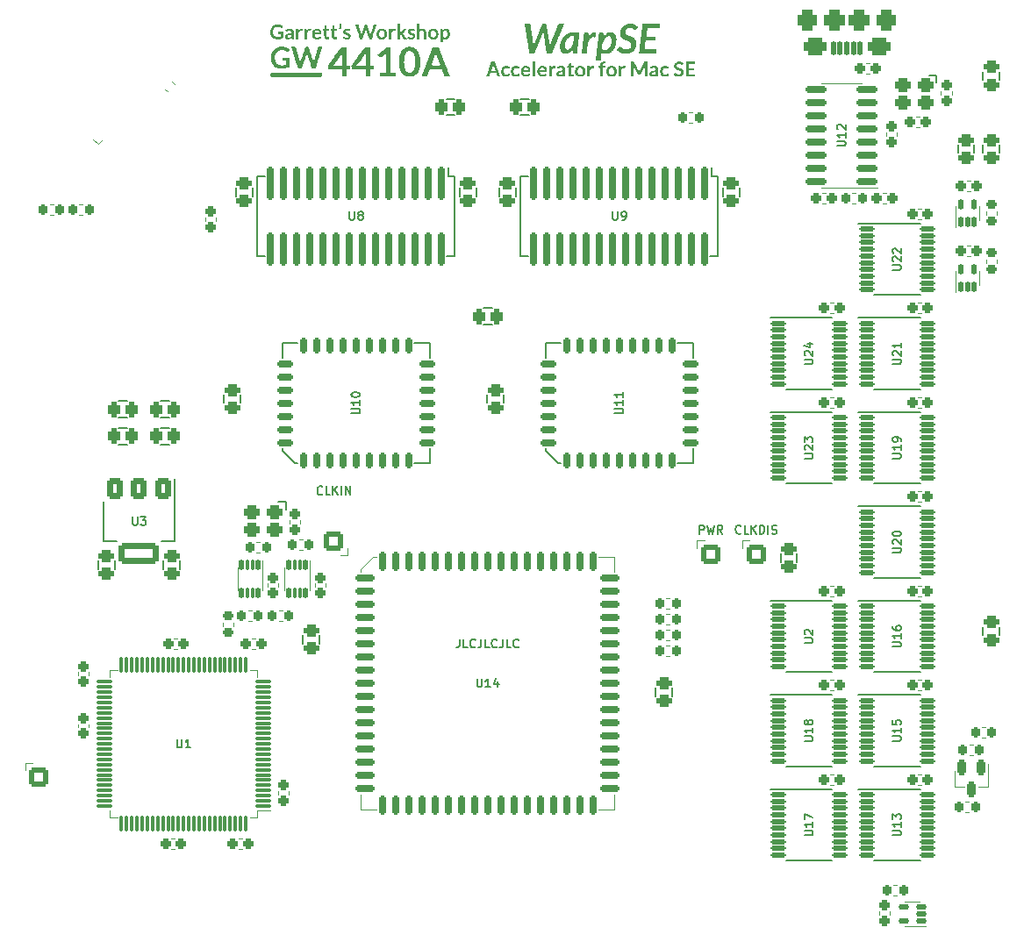
<source format=gto>
G04 #@! TF.GenerationSoftware,KiCad,Pcbnew,7.0.10*
G04 #@! TF.CreationDate,2024-04-24T04:09:25-04:00*
G04 #@! TF.ProjectId,WarpSE,57617270-5345-42e6-9b69-6361645f7063,1.0*
G04 #@! TF.SameCoordinates,Original*
G04 #@! TF.FileFunction,Legend,Top*
G04 #@! TF.FilePolarity,Positive*
%FSLAX46Y46*%
G04 Gerber Fmt 4.6, Leading zero omitted, Abs format (unit mm)*
G04 Created by KiCad (PCBNEW 7.0.10) date 2024-04-24 04:09:25*
%MOMM*%
%LPD*%
G01*
G04 APERTURE LIST*
G04 Aperture macros list*
%AMRoundRect*
0 Rectangle with rounded corners*
0 $1 Rounding radius*
0 $2 $3 $4 $5 $6 $7 $8 $9 X,Y pos of 4 corners*
0 Add a 4 corners polygon primitive as box body*
4,1,4,$2,$3,$4,$5,$6,$7,$8,$9,$2,$3,0*
0 Add four circle primitives for the rounded corners*
1,1,$1+$1,$2,$3*
1,1,$1+$1,$4,$5*
1,1,$1+$1,$6,$7*
1,1,$1+$1,$8,$9*
0 Add four rect primitives between the rounded corners*
20,1,$1+$1,$2,$3,$4,$5,0*
20,1,$1+$1,$4,$5,$6,$7,0*
20,1,$1+$1,$6,$7,$8,$9,0*
20,1,$1+$1,$8,$9,$2,$3,0*%
G04 Aperture macros list end*
%ADD10C,0.203200*%
%ADD11C,0.152400*%
%ADD12C,0.120000*%
%ADD13C,0.200000*%
%ADD14C,0.150000*%
%ADD15RoundRect,0.287500X-0.287500X-0.462500X0.287500X-0.462500X0.287500X0.462500X-0.287500X0.462500X0*%
%ADD16RoundRect,0.087000X0.674500X0.087000X-0.674500X0.087000X-0.674500X-0.087000X0.674500X-0.087000X0*%
%ADD17RoundRect,0.087000X0.087000X0.674500X-0.087000X0.674500X-0.087000X-0.674500X0.087000X-0.674500X0*%
%ADD18RoundRect,0.287500X0.462500X-0.287500X0.462500X0.287500X-0.462500X0.287500X-0.462500X-0.287500X0*%
%ADD19RoundRect,0.287500X-0.462500X0.287500X-0.462500X-0.287500X0.462500X-0.287500X0.462500X0.287500X0*%
%ADD20RoundRect,0.175000X-0.175000X1.399000X-0.175000X-1.399000X0.175000X-1.399000X0.175000X1.399000X0*%
%ADD21C,3.002400*%
%ADD22RoundRect,0.274580X0.576620X0.576620X-0.576620X0.576620X-0.576620X-0.576620X0.576620X-0.576620X0*%
%ADD23C,1.702400*%
%ADD24RoundRect,0.237500X-0.237500X-0.287500X0.237500X-0.287500X0.237500X0.287500X-0.237500X0.287500X0*%
%ADD25RoundRect,0.124500X-0.624500X-0.124500X0.624500X-0.124500X0.624500X0.124500X-0.624500X0.124500X0*%
%ADD26RoundRect,0.237500X0.237500X0.287500X-0.237500X0.287500X-0.237500X-0.287500X0.237500X-0.287500X0*%
%ADD27RoundRect,0.237500X-0.287500X0.237500X-0.287500X-0.237500X0.287500X-0.237500X0.287500X0.237500X0*%
%ADD28RoundRect,0.237500X0.287500X-0.237500X0.287500X0.237500X-0.287500X0.237500X-0.287500X-0.237500X0*%
%ADD29C,2.000000*%
%ADD30C,1.448000*%
%ADD31RoundRect,0.175000X0.612500X-0.175000X0.612500X0.175000X-0.612500X0.175000X-0.612500X-0.175000X0*%
%ADD32RoundRect,0.175000X0.175000X-0.612500X0.175000X0.612500X-0.175000X0.612500X-0.175000X-0.612500X0*%
%ADD33RoundRect,0.175000X-0.175000X-0.725000X0.175000X-0.725000X0.175000X0.725000X-0.175000X0.725000X0*%
%ADD34RoundRect,0.175000X-0.725000X-0.175000X0.725000X-0.175000X0.725000X0.175000X-0.725000X0.175000X0*%
%ADD35RoundRect,0.320000X-0.480000X0.730000X-0.480000X-0.730000X0.480000X-0.730000X0.480000X0.730000X0*%
%ADD36RoundRect,0.315000X-1.635000X0.735000X-1.635000X-0.735000X1.635000X-0.735000X1.635000X0.735000X0*%
%ADD37C,2.527300*%
%ADD38C,1.143000*%
%ADD39C,0.939800*%
%ADD40RoundRect,0.200000X0.200000X0.325000X-0.200000X0.325000X-0.200000X-0.325000X0.200000X-0.325000X0*%
%ADD41RoundRect,0.200000X0.371231X0.088388X0.088388X0.371231X-0.371231X-0.088388X-0.088388X-0.371231X0*%
%ADD42RoundRect,0.225000X-0.225000X0.500000X-0.225000X-0.500000X0.225000X-0.500000X0.225000X0.500000X0*%
%ADD43RoundRect,0.175000X0.850000X0.175000X-0.850000X0.175000X-0.850000X-0.175000X0.850000X-0.175000X0*%
%ADD44RoundRect,0.200000X-0.200000X-0.325000X0.200000X-0.325000X0.200000X0.325000X-0.200000X0.325000X0*%
%ADD45RoundRect,0.120000X0.120000X-0.420000X0.120000X0.420000X-0.120000X0.420000X-0.120000X-0.420000X0*%
%ADD46RoundRect,0.272412X0.653788X0.653788X-0.653788X0.653788X-0.653788X-0.653788X0.653788X-0.653788X0*%
%ADD47O,1.852400X1.852400*%
%ADD48RoundRect,0.120000X0.120000X0.595000X-0.120000X0.595000X-0.120000X-0.595000X0.120000X-0.595000X0*%
%ADD49RoundRect,0.475000X0.475000X0.525000X-0.475000X0.525000X-0.475000X-0.525000X0.475000X-0.525000X0*%
%ADD50RoundRect,0.425000X0.675000X0.425000X-0.675000X0.425000X-0.675000X-0.425000X0.675000X-0.425000X0*%
%ADD51RoundRect,0.500000X0.500000X0.500000X-0.500000X0.500000X-0.500000X-0.500000X0.500000X-0.500000X0*%
%ADD52RoundRect,0.200000X0.325000X-0.200000X0.325000X0.200000X-0.325000X0.200000X-0.325000X-0.200000X0*%
%ADD53RoundRect,0.272412X-0.653788X-0.653788X0.653788X-0.653788X0.653788X0.653788X-0.653788X0.653788X0*%
%ADD54RoundRect,0.200000X-0.325000X0.200000X-0.325000X-0.200000X0.325000X-0.200000X0.325000X0.200000X0*%
%ADD55RoundRect,0.287500X0.287500X0.462500X-0.287500X0.462500X-0.287500X-0.462500X0.287500X-0.462500X0*%
%ADD56RoundRect,0.325000X0.425000X0.325000X-0.425000X0.325000X-0.425000X-0.325000X0.425000X-0.325000X0*%
%ADD57RoundRect,0.117500X-0.117500X0.417500X-0.117500X-0.417500X0.117500X-0.417500X0.117500X0.417500X0*%
%ADD58RoundRect,0.092500X-0.092500X0.442500X-0.092500X-0.442500X0.092500X-0.442500X0.092500X0.442500X0*%
%ADD59RoundRect,0.117500X0.117500X0.417500X-0.117500X0.417500X-0.117500X-0.417500X0.117500X-0.417500X0*%
%ADD60RoundRect,0.120000X0.420000X0.120000X-0.420000X0.120000X-0.420000X-0.120000X0.420000X-0.120000X0*%
G04 APERTURE END LIST*
D10*
X169032766Y-88820949D02*
X169032766Y-88008149D01*
X169032766Y-88008149D02*
X169342404Y-88008149D01*
X169342404Y-88008149D02*
X169419814Y-88046854D01*
X169419814Y-88046854D02*
X169458519Y-88085559D01*
X169458519Y-88085559D02*
X169497223Y-88162968D01*
X169497223Y-88162968D02*
X169497223Y-88279083D01*
X169497223Y-88279083D02*
X169458519Y-88356492D01*
X169458519Y-88356492D02*
X169419814Y-88395197D01*
X169419814Y-88395197D02*
X169342404Y-88433902D01*
X169342404Y-88433902D02*
X169032766Y-88433902D01*
X169768157Y-88008149D02*
X169961681Y-88820949D01*
X169961681Y-88820949D02*
X170116500Y-88240378D01*
X170116500Y-88240378D02*
X170271319Y-88820949D01*
X170271319Y-88820949D02*
X170464843Y-88008149D01*
X171238937Y-88820949D02*
X170968004Y-88433902D01*
X170774480Y-88820949D02*
X170774480Y-88008149D01*
X170774480Y-88008149D02*
X171084118Y-88008149D01*
X171084118Y-88008149D02*
X171161528Y-88046854D01*
X171161528Y-88046854D02*
X171200233Y-88085559D01*
X171200233Y-88085559D02*
X171238937Y-88162968D01*
X171238937Y-88162968D02*
X171238937Y-88279083D01*
X171238937Y-88279083D02*
X171200233Y-88356492D01*
X171200233Y-88356492D02*
X171161528Y-88395197D01*
X171161528Y-88395197D02*
X171084118Y-88433902D01*
X171084118Y-88433902D02*
X170774480Y-88433902D01*
X173027218Y-88743540D02*
X172988514Y-88782245D01*
X172988514Y-88782245D02*
X172872399Y-88820949D01*
X172872399Y-88820949D02*
X172794990Y-88820949D01*
X172794990Y-88820949D02*
X172678876Y-88782245D01*
X172678876Y-88782245D02*
X172601466Y-88704835D01*
X172601466Y-88704835D02*
X172562761Y-88627425D01*
X172562761Y-88627425D02*
X172524057Y-88472606D01*
X172524057Y-88472606D02*
X172524057Y-88356492D01*
X172524057Y-88356492D02*
X172562761Y-88201673D01*
X172562761Y-88201673D02*
X172601466Y-88124264D01*
X172601466Y-88124264D02*
X172678876Y-88046854D01*
X172678876Y-88046854D02*
X172794990Y-88008149D01*
X172794990Y-88008149D02*
X172872399Y-88008149D01*
X172872399Y-88008149D02*
X172988514Y-88046854D01*
X172988514Y-88046854D02*
X173027218Y-88085559D01*
X173762609Y-88820949D02*
X173375561Y-88820949D01*
X173375561Y-88820949D02*
X173375561Y-88008149D01*
X174033542Y-88820949D02*
X174033542Y-88008149D01*
X174497999Y-88820949D02*
X174149657Y-88356492D01*
X174497999Y-88008149D02*
X174033542Y-88472606D01*
X174846342Y-88820949D02*
X174846342Y-88008149D01*
X174846342Y-88008149D02*
X175039866Y-88008149D01*
X175039866Y-88008149D02*
X175155980Y-88046854D01*
X175155980Y-88046854D02*
X175233390Y-88124264D01*
X175233390Y-88124264D02*
X175272095Y-88201673D01*
X175272095Y-88201673D02*
X175310799Y-88356492D01*
X175310799Y-88356492D02*
X175310799Y-88472606D01*
X175310799Y-88472606D02*
X175272095Y-88627425D01*
X175272095Y-88627425D02*
X175233390Y-88704835D01*
X175233390Y-88704835D02*
X175155980Y-88782245D01*
X175155980Y-88782245D02*
X175039866Y-88820949D01*
X175039866Y-88820949D02*
X174846342Y-88820949D01*
X175659142Y-88820949D02*
X175659142Y-88008149D01*
X176007486Y-88782245D02*
X176123600Y-88820949D01*
X176123600Y-88820949D02*
X176317124Y-88820949D01*
X176317124Y-88820949D02*
X176394533Y-88782245D01*
X176394533Y-88782245D02*
X176433238Y-88743540D01*
X176433238Y-88743540D02*
X176471943Y-88666130D01*
X176471943Y-88666130D02*
X176471943Y-88588721D01*
X176471943Y-88588721D02*
X176433238Y-88511311D01*
X176433238Y-88511311D02*
X176394533Y-88472606D01*
X176394533Y-88472606D02*
X176317124Y-88433902D01*
X176317124Y-88433902D02*
X176162305Y-88395197D01*
X176162305Y-88395197D02*
X176084895Y-88356492D01*
X176084895Y-88356492D02*
X176046190Y-88317787D01*
X176046190Y-88317787D02*
X176007486Y-88240378D01*
X176007486Y-88240378D02*
X176007486Y-88162968D01*
X176007486Y-88162968D02*
X176046190Y-88085559D01*
X176046190Y-88085559D02*
X176084895Y-88046854D01*
X176084895Y-88046854D02*
X176162305Y-88008149D01*
X176162305Y-88008149D02*
X176355828Y-88008149D01*
X176355828Y-88008149D02*
X176471943Y-88046854D01*
X145880667Y-98993649D02*
X145880667Y-99574221D01*
X145880667Y-99574221D02*
X145841962Y-99690335D01*
X145841962Y-99690335D02*
X145764553Y-99767745D01*
X145764553Y-99767745D02*
X145648438Y-99806449D01*
X145648438Y-99806449D02*
X145571029Y-99806449D01*
X146654762Y-99806449D02*
X146267714Y-99806449D01*
X146267714Y-99806449D02*
X146267714Y-98993649D01*
X147390152Y-99729040D02*
X147351448Y-99767745D01*
X147351448Y-99767745D02*
X147235333Y-99806449D01*
X147235333Y-99806449D02*
X147157924Y-99806449D01*
X147157924Y-99806449D02*
X147041810Y-99767745D01*
X147041810Y-99767745D02*
X146964400Y-99690335D01*
X146964400Y-99690335D02*
X146925695Y-99612925D01*
X146925695Y-99612925D02*
X146886991Y-99458106D01*
X146886991Y-99458106D02*
X146886991Y-99341992D01*
X146886991Y-99341992D02*
X146925695Y-99187173D01*
X146925695Y-99187173D02*
X146964400Y-99109764D01*
X146964400Y-99109764D02*
X147041810Y-99032354D01*
X147041810Y-99032354D02*
X147157924Y-98993649D01*
X147157924Y-98993649D02*
X147235333Y-98993649D01*
X147235333Y-98993649D02*
X147351448Y-99032354D01*
X147351448Y-99032354D02*
X147390152Y-99071059D01*
X147970724Y-98993649D02*
X147970724Y-99574221D01*
X147970724Y-99574221D02*
X147932019Y-99690335D01*
X147932019Y-99690335D02*
X147854610Y-99767745D01*
X147854610Y-99767745D02*
X147738495Y-99806449D01*
X147738495Y-99806449D02*
X147661086Y-99806449D01*
X148744819Y-99806449D02*
X148357771Y-99806449D01*
X148357771Y-99806449D02*
X148357771Y-98993649D01*
X149480209Y-99729040D02*
X149441505Y-99767745D01*
X149441505Y-99767745D02*
X149325390Y-99806449D01*
X149325390Y-99806449D02*
X149247981Y-99806449D01*
X149247981Y-99806449D02*
X149131867Y-99767745D01*
X149131867Y-99767745D02*
X149054457Y-99690335D01*
X149054457Y-99690335D02*
X149015752Y-99612925D01*
X149015752Y-99612925D02*
X148977048Y-99458106D01*
X148977048Y-99458106D02*
X148977048Y-99341992D01*
X148977048Y-99341992D02*
X149015752Y-99187173D01*
X149015752Y-99187173D02*
X149054457Y-99109764D01*
X149054457Y-99109764D02*
X149131867Y-99032354D01*
X149131867Y-99032354D02*
X149247981Y-98993649D01*
X149247981Y-98993649D02*
X149325390Y-98993649D01*
X149325390Y-98993649D02*
X149441505Y-99032354D01*
X149441505Y-99032354D02*
X149480209Y-99071059D01*
X150060781Y-98993649D02*
X150060781Y-99574221D01*
X150060781Y-99574221D02*
X150022076Y-99690335D01*
X150022076Y-99690335D02*
X149944667Y-99767745D01*
X149944667Y-99767745D02*
X149828552Y-99806449D01*
X149828552Y-99806449D02*
X149751143Y-99806449D01*
X150834876Y-99806449D02*
X150447828Y-99806449D01*
X150447828Y-99806449D02*
X150447828Y-98993649D01*
X151570266Y-99729040D02*
X151531562Y-99767745D01*
X151531562Y-99767745D02*
X151415447Y-99806449D01*
X151415447Y-99806449D02*
X151338038Y-99806449D01*
X151338038Y-99806449D02*
X151221924Y-99767745D01*
X151221924Y-99767745D02*
X151144514Y-99690335D01*
X151144514Y-99690335D02*
X151105809Y-99612925D01*
X151105809Y-99612925D02*
X151067105Y-99458106D01*
X151067105Y-99458106D02*
X151067105Y-99341992D01*
X151067105Y-99341992D02*
X151105809Y-99187173D01*
X151105809Y-99187173D02*
X151144514Y-99109764D01*
X151144514Y-99109764D02*
X151221924Y-99032354D01*
X151221924Y-99032354D02*
X151338038Y-98993649D01*
X151338038Y-98993649D02*
X151415447Y-98993649D01*
X151415447Y-98993649D02*
X151531562Y-99032354D01*
X151531562Y-99032354D02*
X151570266Y-99071059D01*
X132646913Y-84963040D02*
X132608209Y-85001745D01*
X132608209Y-85001745D02*
X132492094Y-85040449D01*
X132492094Y-85040449D02*
X132414685Y-85040449D01*
X132414685Y-85040449D02*
X132298571Y-85001745D01*
X132298571Y-85001745D02*
X132221161Y-84924335D01*
X132221161Y-84924335D02*
X132182456Y-84846925D01*
X132182456Y-84846925D02*
X132143752Y-84692106D01*
X132143752Y-84692106D02*
X132143752Y-84575992D01*
X132143752Y-84575992D02*
X132182456Y-84421173D01*
X132182456Y-84421173D02*
X132221161Y-84343764D01*
X132221161Y-84343764D02*
X132298571Y-84266354D01*
X132298571Y-84266354D02*
X132414685Y-84227649D01*
X132414685Y-84227649D02*
X132492094Y-84227649D01*
X132492094Y-84227649D02*
X132608209Y-84266354D01*
X132608209Y-84266354D02*
X132646913Y-84305059D01*
X133382304Y-85040449D02*
X132995256Y-85040449D01*
X132995256Y-85040449D02*
X132995256Y-84227649D01*
X133653237Y-85040449D02*
X133653237Y-84227649D01*
X134117694Y-85040449D02*
X133769352Y-84575992D01*
X134117694Y-84227649D02*
X133653237Y-84692106D01*
X134466037Y-85040449D02*
X134466037Y-84227649D01*
X134853085Y-85040449D02*
X134853085Y-84227649D01*
X134853085Y-84227649D02*
X135317542Y-85040449D01*
X135317542Y-85040449D02*
X135317542Y-84227649D01*
X118630723Y-108652649D02*
X118630723Y-109310630D01*
X118630723Y-109310630D02*
X118669428Y-109388040D01*
X118669428Y-109388040D02*
X118708133Y-109426745D01*
X118708133Y-109426745D02*
X118785542Y-109465449D01*
X118785542Y-109465449D02*
X118940361Y-109465449D01*
X118940361Y-109465449D02*
X119017771Y-109426745D01*
X119017771Y-109426745D02*
X119056476Y-109388040D01*
X119056476Y-109388040D02*
X119095180Y-109310630D01*
X119095180Y-109310630D02*
X119095180Y-108652649D01*
X119907981Y-109465449D02*
X119443524Y-109465449D01*
X119675752Y-109465449D02*
X119675752Y-108652649D01*
X119675752Y-108652649D02*
X119598343Y-108768764D01*
X119598343Y-108768764D02*
X119520933Y-108846173D01*
X119520933Y-108846173D02*
X119443524Y-108884878D01*
X160670723Y-57718649D02*
X160670723Y-58376630D01*
X160670723Y-58376630D02*
X160709428Y-58454040D01*
X160709428Y-58454040D02*
X160748133Y-58492745D01*
X160748133Y-58492745D02*
X160825542Y-58531449D01*
X160825542Y-58531449D02*
X160980361Y-58531449D01*
X160980361Y-58531449D02*
X161057771Y-58492745D01*
X161057771Y-58492745D02*
X161096476Y-58454040D01*
X161096476Y-58454040D02*
X161135180Y-58376630D01*
X161135180Y-58376630D02*
X161135180Y-57718649D01*
X161560933Y-58531449D02*
X161715752Y-58531449D01*
X161715752Y-58531449D02*
X161793162Y-58492745D01*
X161793162Y-58492745D02*
X161831866Y-58454040D01*
X161831866Y-58454040D02*
X161909276Y-58337925D01*
X161909276Y-58337925D02*
X161947981Y-58183106D01*
X161947981Y-58183106D02*
X161947981Y-57873468D01*
X161947981Y-57873468D02*
X161909276Y-57796059D01*
X161909276Y-57796059D02*
X161870571Y-57757354D01*
X161870571Y-57757354D02*
X161793162Y-57718649D01*
X161793162Y-57718649D02*
X161638343Y-57718649D01*
X161638343Y-57718649D02*
X161560933Y-57757354D01*
X161560933Y-57757354D02*
X161522228Y-57796059D01*
X161522228Y-57796059D02*
X161483524Y-57873468D01*
X161483524Y-57873468D02*
X161483524Y-58066992D01*
X161483524Y-58066992D02*
X161522228Y-58144402D01*
X161522228Y-58144402D02*
X161560933Y-58183106D01*
X161560933Y-58183106D02*
X161638343Y-58221811D01*
X161638343Y-58221811D02*
X161793162Y-58221811D01*
X161793162Y-58221811D02*
X161870571Y-58183106D01*
X161870571Y-58183106D02*
X161909276Y-58144402D01*
X161909276Y-58144402D02*
X161947981Y-58066992D01*
X179152649Y-99344276D02*
X179810630Y-99344276D01*
X179810630Y-99344276D02*
X179888040Y-99305571D01*
X179888040Y-99305571D02*
X179926745Y-99266866D01*
X179926745Y-99266866D02*
X179965449Y-99189457D01*
X179965449Y-99189457D02*
X179965449Y-99034638D01*
X179965449Y-99034638D02*
X179926745Y-98957228D01*
X179926745Y-98957228D02*
X179888040Y-98918523D01*
X179888040Y-98918523D02*
X179810630Y-98879819D01*
X179810630Y-98879819D02*
X179152649Y-98879819D01*
X179230059Y-98531475D02*
X179191354Y-98492771D01*
X179191354Y-98492771D02*
X179152649Y-98415361D01*
X179152649Y-98415361D02*
X179152649Y-98221837D01*
X179152649Y-98221837D02*
X179191354Y-98144428D01*
X179191354Y-98144428D02*
X179230059Y-98105723D01*
X179230059Y-98105723D02*
X179307468Y-98067018D01*
X179307468Y-98067018D02*
X179384878Y-98067018D01*
X179384878Y-98067018D02*
X179500992Y-98105723D01*
X179500992Y-98105723D02*
X179965449Y-98570180D01*
X179965449Y-98570180D02*
X179965449Y-98067018D01*
X179152649Y-72431323D02*
X179810630Y-72431323D01*
X179810630Y-72431323D02*
X179888040Y-72392618D01*
X179888040Y-72392618D02*
X179926745Y-72353913D01*
X179926745Y-72353913D02*
X179965449Y-72276504D01*
X179965449Y-72276504D02*
X179965449Y-72121685D01*
X179965449Y-72121685D02*
X179926745Y-72044275D01*
X179926745Y-72044275D02*
X179888040Y-72005570D01*
X179888040Y-72005570D02*
X179810630Y-71966866D01*
X179810630Y-71966866D02*
X179152649Y-71966866D01*
X179230059Y-71618522D02*
X179191354Y-71579818D01*
X179191354Y-71579818D02*
X179152649Y-71502408D01*
X179152649Y-71502408D02*
X179152649Y-71308884D01*
X179152649Y-71308884D02*
X179191354Y-71231475D01*
X179191354Y-71231475D02*
X179230059Y-71192770D01*
X179230059Y-71192770D02*
X179307468Y-71154065D01*
X179307468Y-71154065D02*
X179384878Y-71154065D01*
X179384878Y-71154065D02*
X179500992Y-71192770D01*
X179500992Y-71192770D02*
X179965449Y-71657227D01*
X179965449Y-71657227D02*
X179965449Y-71154065D01*
X179423583Y-70457380D02*
X179965449Y-70457380D01*
X179113945Y-70650904D02*
X179694516Y-70844427D01*
X179694516Y-70844427D02*
X179694516Y-70341266D01*
X179152649Y-81531323D02*
X179810630Y-81531323D01*
X179810630Y-81531323D02*
X179888040Y-81492618D01*
X179888040Y-81492618D02*
X179926745Y-81453913D01*
X179926745Y-81453913D02*
X179965449Y-81376504D01*
X179965449Y-81376504D02*
X179965449Y-81221685D01*
X179965449Y-81221685D02*
X179926745Y-81144275D01*
X179926745Y-81144275D02*
X179888040Y-81105570D01*
X179888040Y-81105570D02*
X179810630Y-81066866D01*
X179810630Y-81066866D02*
X179152649Y-81066866D01*
X179230059Y-80718522D02*
X179191354Y-80679818D01*
X179191354Y-80679818D02*
X179152649Y-80602408D01*
X179152649Y-80602408D02*
X179152649Y-80408884D01*
X179152649Y-80408884D02*
X179191354Y-80331475D01*
X179191354Y-80331475D02*
X179230059Y-80292770D01*
X179230059Y-80292770D02*
X179307468Y-80254065D01*
X179307468Y-80254065D02*
X179384878Y-80254065D01*
X179384878Y-80254065D02*
X179500992Y-80292770D01*
X179500992Y-80292770D02*
X179965449Y-80757227D01*
X179965449Y-80757227D02*
X179965449Y-80254065D01*
X179152649Y-79983132D02*
X179152649Y-79479970D01*
X179152649Y-79479970D02*
X179462287Y-79750904D01*
X179462287Y-79750904D02*
X179462287Y-79634789D01*
X179462287Y-79634789D02*
X179500992Y-79557380D01*
X179500992Y-79557380D02*
X179539697Y-79518675D01*
X179539697Y-79518675D02*
X179617106Y-79479970D01*
X179617106Y-79479970D02*
X179810630Y-79479970D01*
X179810630Y-79479970D02*
X179888040Y-79518675D01*
X179888040Y-79518675D02*
X179926745Y-79557380D01*
X179926745Y-79557380D02*
X179965449Y-79634789D01*
X179965449Y-79634789D02*
X179965449Y-79867018D01*
X179965449Y-79867018D02*
X179926745Y-79944427D01*
X179926745Y-79944427D02*
X179888040Y-79983132D01*
X187652649Y-63331323D02*
X188310630Y-63331323D01*
X188310630Y-63331323D02*
X188388040Y-63292618D01*
X188388040Y-63292618D02*
X188426745Y-63253913D01*
X188426745Y-63253913D02*
X188465449Y-63176504D01*
X188465449Y-63176504D02*
X188465449Y-63021685D01*
X188465449Y-63021685D02*
X188426745Y-62944275D01*
X188426745Y-62944275D02*
X188388040Y-62905570D01*
X188388040Y-62905570D02*
X188310630Y-62866866D01*
X188310630Y-62866866D02*
X187652649Y-62866866D01*
X187730059Y-62518522D02*
X187691354Y-62479818D01*
X187691354Y-62479818D02*
X187652649Y-62402408D01*
X187652649Y-62402408D02*
X187652649Y-62208884D01*
X187652649Y-62208884D02*
X187691354Y-62131475D01*
X187691354Y-62131475D02*
X187730059Y-62092770D01*
X187730059Y-62092770D02*
X187807468Y-62054065D01*
X187807468Y-62054065D02*
X187884878Y-62054065D01*
X187884878Y-62054065D02*
X188000992Y-62092770D01*
X188000992Y-62092770D02*
X188465449Y-62557227D01*
X188465449Y-62557227D02*
X188465449Y-62054065D01*
X187730059Y-61744427D02*
X187691354Y-61705723D01*
X187691354Y-61705723D02*
X187652649Y-61628313D01*
X187652649Y-61628313D02*
X187652649Y-61434789D01*
X187652649Y-61434789D02*
X187691354Y-61357380D01*
X187691354Y-61357380D02*
X187730059Y-61318675D01*
X187730059Y-61318675D02*
X187807468Y-61279970D01*
X187807468Y-61279970D02*
X187884878Y-61279970D01*
X187884878Y-61279970D02*
X188000992Y-61318675D01*
X188000992Y-61318675D02*
X188465449Y-61783132D01*
X188465449Y-61783132D02*
X188465449Y-61279970D01*
X187652649Y-72431323D02*
X188310630Y-72431323D01*
X188310630Y-72431323D02*
X188388040Y-72392618D01*
X188388040Y-72392618D02*
X188426745Y-72353913D01*
X188426745Y-72353913D02*
X188465449Y-72276504D01*
X188465449Y-72276504D02*
X188465449Y-72121685D01*
X188465449Y-72121685D02*
X188426745Y-72044275D01*
X188426745Y-72044275D02*
X188388040Y-72005570D01*
X188388040Y-72005570D02*
X188310630Y-71966866D01*
X188310630Y-71966866D02*
X187652649Y-71966866D01*
X187730059Y-71618522D02*
X187691354Y-71579818D01*
X187691354Y-71579818D02*
X187652649Y-71502408D01*
X187652649Y-71502408D02*
X187652649Y-71308884D01*
X187652649Y-71308884D02*
X187691354Y-71231475D01*
X187691354Y-71231475D02*
X187730059Y-71192770D01*
X187730059Y-71192770D02*
X187807468Y-71154065D01*
X187807468Y-71154065D02*
X187884878Y-71154065D01*
X187884878Y-71154065D02*
X188000992Y-71192770D01*
X188000992Y-71192770D02*
X188465449Y-71657227D01*
X188465449Y-71657227D02*
X188465449Y-71154065D01*
X188465449Y-70379970D02*
X188465449Y-70844427D01*
X188465449Y-70612199D02*
X187652649Y-70612199D01*
X187652649Y-70612199D02*
X187768764Y-70689608D01*
X187768764Y-70689608D02*
X187846173Y-70767018D01*
X187846173Y-70767018D02*
X187884878Y-70844427D01*
X187652649Y-90631323D02*
X188310630Y-90631323D01*
X188310630Y-90631323D02*
X188388040Y-90592618D01*
X188388040Y-90592618D02*
X188426745Y-90553913D01*
X188426745Y-90553913D02*
X188465449Y-90476504D01*
X188465449Y-90476504D02*
X188465449Y-90321685D01*
X188465449Y-90321685D02*
X188426745Y-90244275D01*
X188426745Y-90244275D02*
X188388040Y-90205570D01*
X188388040Y-90205570D02*
X188310630Y-90166866D01*
X188310630Y-90166866D02*
X187652649Y-90166866D01*
X187730059Y-89818522D02*
X187691354Y-89779818D01*
X187691354Y-89779818D02*
X187652649Y-89702408D01*
X187652649Y-89702408D02*
X187652649Y-89508884D01*
X187652649Y-89508884D02*
X187691354Y-89431475D01*
X187691354Y-89431475D02*
X187730059Y-89392770D01*
X187730059Y-89392770D02*
X187807468Y-89354065D01*
X187807468Y-89354065D02*
X187884878Y-89354065D01*
X187884878Y-89354065D02*
X188000992Y-89392770D01*
X188000992Y-89392770D02*
X188465449Y-89857227D01*
X188465449Y-89857227D02*
X188465449Y-89354065D01*
X187652649Y-88850904D02*
X187652649Y-88773494D01*
X187652649Y-88773494D02*
X187691354Y-88696085D01*
X187691354Y-88696085D02*
X187730059Y-88657380D01*
X187730059Y-88657380D02*
X187807468Y-88618675D01*
X187807468Y-88618675D02*
X187962287Y-88579970D01*
X187962287Y-88579970D02*
X188155811Y-88579970D01*
X188155811Y-88579970D02*
X188310630Y-88618675D01*
X188310630Y-88618675D02*
X188388040Y-88657380D01*
X188388040Y-88657380D02*
X188426745Y-88696085D01*
X188426745Y-88696085D02*
X188465449Y-88773494D01*
X188465449Y-88773494D02*
X188465449Y-88850904D01*
X188465449Y-88850904D02*
X188426745Y-88928313D01*
X188426745Y-88928313D02*
X188388040Y-88967018D01*
X188388040Y-88967018D02*
X188310630Y-89005723D01*
X188310630Y-89005723D02*
X188155811Y-89044427D01*
X188155811Y-89044427D02*
X187962287Y-89044427D01*
X187962287Y-89044427D02*
X187807468Y-89005723D01*
X187807468Y-89005723D02*
X187730059Y-88967018D01*
X187730059Y-88967018D02*
X187691354Y-88928313D01*
X187691354Y-88928313D02*
X187652649Y-88850904D01*
X187652649Y-81531323D02*
X188310630Y-81531323D01*
X188310630Y-81531323D02*
X188388040Y-81492618D01*
X188388040Y-81492618D02*
X188426745Y-81453913D01*
X188426745Y-81453913D02*
X188465449Y-81376504D01*
X188465449Y-81376504D02*
X188465449Y-81221685D01*
X188465449Y-81221685D02*
X188426745Y-81144275D01*
X188426745Y-81144275D02*
X188388040Y-81105570D01*
X188388040Y-81105570D02*
X188310630Y-81066866D01*
X188310630Y-81066866D02*
X187652649Y-81066866D01*
X188465449Y-80254065D02*
X188465449Y-80718522D01*
X188465449Y-80486294D02*
X187652649Y-80486294D01*
X187652649Y-80486294D02*
X187768764Y-80563703D01*
X187768764Y-80563703D02*
X187846173Y-80641113D01*
X187846173Y-80641113D02*
X187884878Y-80718522D01*
X188465449Y-79867018D02*
X188465449Y-79712199D01*
X188465449Y-79712199D02*
X188426745Y-79634789D01*
X188426745Y-79634789D02*
X188388040Y-79596085D01*
X188388040Y-79596085D02*
X188271925Y-79518675D01*
X188271925Y-79518675D02*
X188117106Y-79479970D01*
X188117106Y-79479970D02*
X187807468Y-79479970D01*
X187807468Y-79479970D02*
X187730059Y-79518675D01*
X187730059Y-79518675D02*
X187691354Y-79557380D01*
X187691354Y-79557380D02*
X187652649Y-79634789D01*
X187652649Y-79634789D02*
X187652649Y-79789608D01*
X187652649Y-79789608D02*
X187691354Y-79867018D01*
X187691354Y-79867018D02*
X187730059Y-79905723D01*
X187730059Y-79905723D02*
X187807468Y-79944427D01*
X187807468Y-79944427D02*
X188000992Y-79944427D01*
X188000992Y-79944427D02*
X188078402Y-79905723D01*
X188078402Y-79905723D02*
X188117106Y-79867018D01*
X188117106Y-79867018D02*
X188155811Y-79789608D01*
X188155811Y-79789608D02*
X188155811Y-79634789D01*
X188155811Y-79634789D02*
X188117106Y-79557380D01*
X188117106Y-79557380D02*
X188078402Y-79518675D01*
X188078402Y-79518675D02*
X188000992Y-79479970D01*
X179152649Y-108831323D02*
X179810630Y-108831323D01*
X179810630Y-108831323D02*
X179888040Y-108792618D01*
X179888040Y-108792618D02*
X179926745Y-108753913D01*
X179926745Y-108753913D02*
X179965449Y-108676504D01*
X179965449Y-108676504D02*
X179965449Y-108521685D01*
X179965449Y-108521685D02*
X179926745Y-108444275D01*
X179926745Y-108444275D02*
X179888040Y-108405570D01*
X179888040Y-108405570D02*
X179810630Y-108366866D01*
X179810630Y-108366866D02*
X179152649Y-108366866D01*
X179965449Y-107554065D02*
X179965449Y-108018522D01*
X179965449Y-107786294D02*
X179152649Y-107786294D01*
X179152649Y-107786294D02*
X179268764Y-107863703D01*
X179268764Y-107863703D02*
X179346173Y-107941113D01*
X179346173Y-107941113D02*
X179384878Y-108018522D01*
X179500992Y-107089608D02*
X179462287Y-107167018D01*
X179462287Y-107167018D02*
X179423583Y-107205723D01*
X179423583Y-107205723D02*
X179346173Y-107244427D01*
X179346173Y-107244427D02*
X179307468Y-107244427D01*
X179307468Y-107244427D02*
X179230059Y-107205723D01*
X179230059Y-107205723D02*
X179191354Y-107167018D01*
X179191354Y-107167018D02*
X179152649Y-107089608D01*
X179152649Y-107089608D02*
X179152649Y-106934789D01*
X179152649Y-106934789D02*
X179191354Y-106857380D01*
X179191354Y-106857380D02*
X179230059Y-106818675D01*
X179230059Y-106818675D02*
X179307468Y-106779970D01*
X179307468Y-106779970D02*
X179346173Y-106779970D01*
X179346173Y-106779970D02*
X179423583Y-106818675D01*
X179423583Y-106818675D02*
X179462287Y-106857380D01*
X179462287Y-106857380D02*
X179500992Y-106934789D01*
X179500992Y-106934789D02*
X179500992Y-107089608D01*
X179500992Y-107089608D02*
X179539697Y-107167018D01*
X179539697Y-107167018D02*
X179578402Y-107205723D01*
X179578402Y-107205723D02*
X179655811Y-107244427D01*
X179655811Y-107244427D02*
X179810630Y-107244427D01*
X179810630Y-107244427D02*
X179888040Y-107205723D01*
X179888040Y-107205723D02*
X179926745Y-107167018D01*
X179926745Y-107167018D02*
X179965449Y-107089608D01*
X179965449Y-107089608D02*
X179965449Y-106934789D01*
X179965449Y-106934789D02*
X179926745Y-106857380D01*
X179926745Y-106857380D02*
X179888040Y-106818675D01*
X179888040Y-106818675D02*
X179810630Y-106779970D01*
X179810630Y-106779970D02*
X179655811Y-106779970D01*
X179655811Y-106779970D02*
X179578402Y-106818675D01*
X179578402Y-106818675D02*
X179539697Y-106857380D01*
X179539697Y-106857380D02*
X179500992Y-106934789D01*
X179152649Y-117931323D02*
X179810630Y-117931323D01*
X179810630Y-117931323D02*
X179888040Y-117892618D01*
X179888040Y-117892618D02*
X179926745Y-117853913D01*
X179926745Y-117853913D02*
X179965449Y-117776504D01*
X179965449Y-117776504D02*
X179965449Y-117621685D01*
X179965449Y-117621685D02*
X179926745Y-117544275D01*
X179926745Y-117544275D02*
X179888040Y-117505570D01*
X179888040Y-117505570D02*
X179810630Y-117466866D01*
X179810630Y-117466866D02*
X179152649Y-117466866D01*
X179965449Y-116654065D02*
X179965449Y-117118522D01*
X179965449Y-116886294D02*
X179152649Y-116886294D01*
X179152649Y-116886294D02*
X179268764Y-116963703D01*
X179268764Y-116963703D02*
X179346173Y-117041113D01*
X179346173Y-117041113D02*
X179384878Y-117118522D01*
X179152649Y-116383132D02*
X179152649Y-115841266D01*
X179152649Y-115841266D02*
X179965449Y-116189608D01*
X187652649Y-99731323D02*
X188310630Y-99731323D01*
X188310630Y-99731323D02*
X188388040Y-99692618D01*
X188388040Y-99692618D02*
X188426745Y-99653913D01*
X188426745Y-99653913D02*
X188465449Y-99576504D01*
X188465449Y-99576504D02*
X188465449Y-99421685D01*
X188465449Y-99421685D02*
X188426745Y-99344275D01*
X188426745Y-99344275D02*
X188388040Y-99305570D01*
X188388040Y-99305570D02*
X188310630Y-99266866D01*
X188310630Y-99266866D02*
X187652649Y-99266866D01*
X188465449Y-98454065D02*
X188465449Y-98918522D01*
X188465449Y-98686294D02*
X187652649Y-98686294D01*
X187652649Y-98686294D02*
X187768764Y-98763703D01*
X187768764Y-98763703D02*
X187846173Y-98841113D01*
X187846173Y-98841113D02*
X187884878Y-98918522D01*
X187652649Y-97757380D02*
X187652649Y-97912199D01*
X187652649Y-97912199D02*
X187691354Y-97989608D01*
X187691354Y-97989608D02*
X187730059Y-98028313D01*
X187730059Y-98028313D02*
X187846173Y-98105723D01*
X187846173Y-98105723D02*
X188000992Y-98144427D01*
X188000992Y-98144427D02*
X188310630Y-98144427D01*
X188310630Y-98144427D02*
X188388040Y-98105723D01*
X188388040Y-98105723D02*
X188426745Y-98067018D01*
X188426745Y-98067018D02*
X188465449Y-97989608D01*
X188465449Y-97989608D02*
X188465449Y-97834789D01*
X188465449Y-97834789D02*
X188426745Y-97757380D01*
X188426745Y-97757380D02*
X188388040Y-97718675D01*
X188388040Y-97718675D02*
X188310630Y-97679970D01*
X188310630Y-97679970D02*
X188117106Y-97679970D01*
X188117106Y-97679970D02*
X188039697Y-97718675D01*
X188039697Y-97718675D02*
X188000992Y-97757380D01*
X188000992Y-97757380D02*
X187962287Y-97834789D01*
X187962287Y-97834789D02*
X187962287Y-97989608D01*
X187962287Y-97989608D02*
X188000992Y-98067018D01*
X188000992Y-98067018D02*
X188039697Y-98105723D01*
X188039697Y-98105723D02*
X188117106Y-98144427D01*
X187652649Y-108831323D02*
X188310630Y-108831323D01*
X188310630Y-108831323D02*
X188388040Y-108792618D01*
X188388040Y-108792618D02*
X188426745Y-108753913D01*
X188426745Y-108753913D02*
X188465449Y-108676504D01*
X188465449Y-108676504D02*
X188465449Y-108521685D01*
X188465449Y-108521685D02*
X188426745Y-108444275D01*
X188426745Y-108444275D02*
X188388040Y-108405570D01*
X188388040Y-108405570D02*
X188310630Y-108366866D01*
X188310630Y-108366866D02*
X187652649Y-108366866D01*
X188465449Y-107554065D02*
X188465449Y-108018522D01*
X188465449Y-107786294D02*
X187652649Y-107786294D01*
X187652649Y-107786294D02*
X187768764Y-107863703D01*
X187768764Y-107863703D02*
X187846173Y-107941113D01*
X187846173Y-107941113D02*
X187884878Y-108018522D01*
X187652649Y-106818675D02*
X187652649Y-107205723D01*
X187652649Y-107205723D02*
X188039697Y-107244427D01*
X188039697Y-107244427D02*
X188000992Y-107205723D01*
X188000992Y-107205723D02*
X187962287Y-107128313D01*
X187962287Y-107128313D02*
X187962287Y-106934789D01*
X187962287Y-106934789D02*
X188000992Y-106857380D01*
X188000992Y-106857380D02*
X188039697Y-106818675D01*
X188039697Y-106818675D02*
X188117106Y-106779970D01*
X188117106Y-106779970D02*
X188310630Y-106779970D01*
X188310630Y-106779970D02*
X188388040Y-106818675D01*
X188388040Y-106818675D02*
X188426745Y-106857380D01*
X188426745Y-106857380D02*
X188465449Y-106934789D01*
X188465449Y-106934789D02*
X188465449Y-107128313D01*
X188465449Y-107128313D02*
X188426745Y-107205723D01*
X188426745Y-107205723D02*
X188388040Y-107244427D01*
X187652649Y-117931323D02*
X188310630Y-117931323D01*
X188310630Y-117931323D02*
X188388040Y-117892618D01*
X188388040Y-117892618D02*
X188426745Y-117853913D01*
X188426745Y-117853913D02*
X188465449Y-117776504D01*
X188465449Y-117776504D02*
X188465449Y-117621685D01*
X188465449Y-117621685D02*
X188426745Y-117544275D01*
X188426745Y-117544275D02*
X188388040Y-117505570D01*
X188388040Y-117505570D02*
X188310630Y-117466866D01*
X188310630Y-117466866D02*
X187652649Y-117466866D01*
X188465449Y-116654065D02*
X188465449Y-117118522D01*
X188465449Y-116886294D02*
X187652649Y-116886294D01*
X187652649Y-116886294D02*
X187768764Y-116963703D01*
X187768764Y-116963703D02*
X187846173Y-117041113D01*
X187846173Y-117041113D02*
X187884878Y-117118522D01*
X187652649Y-116383132D02*
X187652649Y-115879970D01*
X187652649Y-115879970D02*
X187962287Y-116150904D01*
X187962287Y-116150904D02*
X187962287Y-116034789D01*
X187962287Y-116034789D02*
X188000992Y-115957380D01*
X188000992Y-115957380D02*
X188039697Y-115918675D01*
X188039697Y-115918675D02*
X188117106Y-115879970D01*
X188117106Y-115879970D02*
X188310630Y-115879970D01*
X188310630Y-115879970D02*
X188388040Y-115918675D01*
X188388040Y-115918675D02*
X188426745Y-115957380D01*
X188426745Y-115957380D02*
X188465449Y-116034789D01*
X188465449Y-116034789D02*
X188465449Y-116267018D01*
X188465449Y-116267018D02*
X188426745Y-116344427D01*
X188426745Y-116344427D02*
X188388040Y-116383132D01*
X135270723Y-57718649D02*
X135270723Y-58376630D01*
X135270723Y-58376630D02*
X135309428Y-58454040D01*
X135309428Y-58454040D02*
X135348133Y-58492745D01*
X135348133Y-58492745D02*
X135425542Y-58531449D01*
X135425542Y-58531449D02*
X135580361Y-58531449D01*
X135580361Y-58531449D02*
X135657771Y-58492745D01*
X135657771Y-58492745D02*
X135696476Y-58454040D01*
X135696476Y-58454040D02*
X135735180Y-58376630D01*
X135735180Y-58376630D02*
X135735180Y-57718649D01*
X136238343Y-58066992D02*
X136160933Y-58028287D01*
X136160933Y-58028287D02*
X136122228Y-57989583D01*
X136122228Y-57989583D02*
X136083524Y-57912173D01*
X136083524Y-57912173D02*
X136083524Y-57873468D01*
X136083524Y-57873468D02*
X136122228Y-57796059D01*
X136122228Y-57796059D02*
X136160933Y-57757354D01*
X136160933Y-57757354D02*
X136238343Y-57718649D01*
X136238343Y-57718649D02*
X136393162Y-57718649D01*
X136393162Y-57718649D02*
X136470571Y-57757354D01*
X136470571Y-57757354D02*
X136509276Y-57796059D01*
X136509276Y-57796059D02*
X136547981Y-57873468D01*
X136547981Y-57873468D02*
X136547981Y-57912173D01*
X136547981Y-57912173D02*
X136509276Y-57989583D01*
X136509276Y-57989583D02*
X136470571Y-58028287D01*
X136470571Y-58028287D02*
X136393162Y-58066992D01*
X136393162Y-58066992D02*
X136238343Y-58066992D01*
X136238343Y-58066992D02*
X136160933Y-58105697D01*
X136160933Y-58105697D02*
X136122228Y-58144402D01*
X136122228Y-58144402D02*
X136083524Y-58221811D01*
X136083524Y-58221811D02*
X136083524Y-58376630D01*
X136083524Y-58376630D02*
X136122228Y-58454040D01*
X136122228Y-58454040D02*
X136160933Y-58492745D01*
X136160933Y-58492745D02*
X136238343Y-58531449D01*
X136238343Y-58531449D02*
X136393162Y-58531449D01*
X136393162Y-58531449D02*
X136470571Y-58492745D01*
X136470571Y-58492745D02*
X136509276Y-58454040D01*
X136509276Y-58454040D02*
X136547981Y-58376630D01*
X136547981Y-58376630D02*
X136547981Y-58221811D01*
X136547981Y-58221811D02*
X136509276Y-58144402D01*
X136509276Y-58144402D02*
X136470571Y-58105697D01*
X136470571Y-58105697D02*
X136393162Y-58066992D01*
X135442649Y-77206323D02*
X136100630Y-77206323D01*
X136100630Y-77206323D02*
X136178040Y-77167618D01*
X136178040Y-77167618D02*
X136216745Y-77128913D01*
X136216745Y-77128913D02*
X136255449Y-77051504D01*
X136255449Y-77051504D02*
X136255449Y-76896685D01*
X136255449Y-76896685D02*
X136216745Y-76819275D01*
X136216745Y-76819275D02*
X136178040Y-76780570D01*
X136178040Y-76780570D02*
X136100630Y-76741866D01*
X136100630Y-76741866D02*
X135442649Y-76741866D01*
X136255449Y-75929065D02*
X136255449Y-76393522D01*
X136255449Y-76161294D02*
X135442649Y-76161294D01*
X135442649Y-76161294D02*
X135558764Y-76238703D01*
X135558764Y-76238703D02*
X135636173Y-76316113D01*
X135636173Y-76316113D02*
X135674878Y-76393522D01*
X135442649Y-75425904D02*
X135442649Y-75348494D01*
X135442649Y-75348494D02*
X135481354Y-75271085D01*
X135481354Y-75271085D02*
X135520059Y-75232380D01*
X135520059Y-75232380D02*
X135597468Y-75193675D01*
X135597468Y-75193675D02*
X135752287Y-75154970D01*
X135752287Y-75154970D02*
X135945811Y-75154970D01*
X135945811Y-75154970D02*
X136100630Y-75193675D01*
X136100630Y-75193675D02*
X136178040Y-75232380D01*
X136178040Y-75232380D02*
X136216745Y-75271085D01*
X136216745Y-75271085D02*
X136255449Y-75348494D01*
X136255449Y-75348494D02*
X136255449Y-75425904D01*
X136255449Y-75425904D02*
X136216745Y-75503313D01*
X136216745Y-75503313D02*
X136178040Y-75542018D01*
X136178040Y-75542018D02*
X136100630Y-75580723D01*
X136100630Y-75580723D02*
X135945811Y-75619427D01*
X135945811Y-75619427D02*
X135752287Y-75619427D01*
X135752287Y-75619427D02*
X135597468Y-75580723D01*
X135597468Y-75580723D02*
X135520059Y-75542018D01*
X135520059Y-75542018D02*
X135481354Y-75503313D01*
X135481354Y-75503313D02*
X135442649Y-75425904D01*
X160842649Y-77206323D02*
X161500630Y-77206323D01*
X161500630Y-77206323D02*
X161578040Y-77167618D01*
X161578040Y-77167618D02*
X161616745Y-77128913D01*
X161616745Y-77128913D02*
X161655449Y-77051504D01*
X161655449Y-77051504D02*
X161655449Y-76896685D01*
X161655449Y-76896685D02*
X161616745Y-76819275D01*
X161616745Y-76819275D02*
X161578040Y-76780570D01*
X161578040Y-76780570D02*
X161500630Y-76741866D01*
X161500630Y-76741866D02*
X160842649Y-76741866D01*
X161655449Y-75929065D02*
X161655449Y-76393522D01*
X161655449Y-76161294D02*
X160842649Y-76161294D01*
X160842649Y-76161294D02*
X160958764Y-76238703D01*
X160958764Y-76238703D02*
X161036173Y-76316113D01*
X161036173Y-76316113D02*
X161074878Y-76393522D01*
X161655449Y-75154970D02*
X161655449Y-75619427D01*
X161655449Y-75387199D02*
X160842649Y-75387199D01*
X160842649Y-75387199D02*
X160958764Y-75464608D01*
X160958764Y-75464608D02*
X161036173Y-75542018D01*
X161036173Y-75542018D02*
X161074878Y-75619427D01*
X147583676Y-102803649D02*
X147583676Y-103461630D01*
X147583676Y-103461630D02*
X147622381Y-103539040D01*
X147622381Y-103539040D02*
X147661086Y-103577745D01*
X147661086Y-103577745D02*
X147738495Y-103616449D01*
X147738495Y-103616449D02*
X147893314Y-103616449D01*
X147893314Y-103616449D02*
X147970724Y-103577745D01*
X147970724Y-103577745D02*
X148009429Y-103539040D01*
X148009429Y-103539040D02*
X148048133Y-103461630D01*
X148048133Y-103461630D02*
X148048133Y-102803649D01*
X148860934Y-103616449D02*
X148396477Y-103616449D01*
X148628705Y-103616449D02*
X148628705Y-102803649D01*
X148628705Y-102803649D02*
X148551296Y-102919764D01*
X148551296Y-102919764D02*
X148473886Y-102997173D01*
X148473886Y-102997173D02*
X148396477Y-103035878D01*
X149557619Y-103074583D02*
X149557619Y-103616449D01*
X149364095Y-102764945D02*
X149170572Y-103345516D01*
X149170572Y-103345516D02*
X149673733Y-103345516D01*
X114330723Y-87152649D02*
X114330723Y-87810630D01*
X114330723Y-87810630D02*
X114369428Y-87888040D01*
X114369428Y-87888040D02*
X114408133Y-87926745D01*
X114408133Y-87926745D02*
X114485542Y-87965449D01*
X114485542Y-87965449D02*
X114640361Y-87965449D01*
X114640361Y-87965449D02*
X114717771Y-87926745D01*
X114717771Y-87926745D02*
X114756476Y-87888040D01*
X114756476Y-87888040D02*
X114795180Y-87810630D01*
X114795180Y-87810630D02*
X114795180Y-87152649D01*
X115104819Y-87152649D02*
X115607981Y-87152649D01*
X115607981Y-87152649D02*
X115337047Y-87462287D01*
X115337047Y-87462287D02*
X115453162Y-87462287D01*
X115453162Y-87462287D02*
X115530571Y-87500992D01*
X115530571Y-87500992D02*
X115569276Y-87539697D01*
X115569276Y-87539697D02*
X115607981Y-87617106D01*
X115607981Y-87617106D02*
X115607981Y-87810630D01*
X115607981Y-87810630D02*
X115569276Y-87888040D01*
X115569276Y-87888040D02*
X115530571Y-87926745D01*
X115530571Y-87926745D02*
X115453162Y-87965449D01*
X115453162Y-87965449D02*
X115220933Y-87965449D01*
X115220933Y-87965449D02*
X115143524Y-87926745D01*
X115143524Y-87926745D02*
X115104819Y-87888040D01*
X182305649Y-51361823D02*
X182963630Y-51361823D01*
X182963630Y-51361823D02*
X183041040Y-51323118D01*
X183041040Y-51323118D02*
X183079745Y-51284413D01*
X183079745Y-51284413D02*
X183118449Y-51207004D01*
X183118449Y-51207004D02*
X183118449Y-51052185D01*
X183118449Y-51052185D02*
X183079745Y-50974775D01*
X183079745Y-50974775D02*
X183041040Y-50936070D01*
X183041040Y-50936070D02*
X182963630Y-50897366D01*
X182963630Y-50897366D02*
X182305649Y-50897366D01*
X183118449Y-50084565D02*
X183118449Y-50549022D01*
X183118449Y-50316794D02*
X182305649Y-50316794D01*
X182305649Y-50316794D02*
X182421764Y-50394203D01*
X182421764Y-50394203D02*
X182499173Y-50471613D01*
X182499173Y-50471613D02*
X182537878Y-50549022D01*
X182383059Y-49774927D02*
X182344354Y-49736223D01*
X182344354Y-49736223D02*
X182305649Y-49658813D01*
X182305649Y-49658813D02*
X182305649Y-49465289D01*
X182305649Y-49465289D02*
X182344354Y-49387880D01*
X182344354Y-49387880D02*
X182383059Y-49349175D01*
X182383059Y-49349175D02*
X182460468Y-49310470D01*
X182460468Y-49310470D02*
X182537878Y-49310470D01*
X182537878Y-49310470D02*
X182653992Y-49349175D01*
X182653992Y-49349175D02*
X183118449Y-49813632D01*
X183118449Y-49813632D02*
X183118449Y-49310470D01*
D11*
X112993600Y-76000000D02*
X113806400Y-76000000D01*
X112993600Y-77600000D02*
X113806400Y-77600000D01*
X117043600Y-76000000D02*
X117856400Y-76000000D01*
X117043600Y-77600000D02*
X117856400Y-77600000D01*
X117043600Y-78600000D02*
X117856400Y-78600000D01*
X117043600Y-80200000D02*
X117856400Y-80200000D01*
X112993600Y-78600000D02*
X113806400Y-78600000D01*
X112993600Y-80200000D02*
X113806400Y-80200000D01*
D12*
X112140000Y-116210000D02*
X112140000Y-115510000D01*
X112840000Y-116210000D02*
X112140000Y-116210000D01*
X125660000Y-116210000D02*
X126360000Y-116210000D01*
X126360000Y-116210000D02*
X126360000Y-115510000D01*
X126360000Y-115510000D02*
X127650000Y-115510000D01*
X112140000Y-101990000D02*
X112140000Y-102690000D01*
X112840000Y-101990000D02*
X112140000Y-101990000D01*
X125660000Y-101990000D02*
X126360000Y-101990000D01*
X126360000Y-101990000D02*
X126360000Y-102690000D01*
D11*
X196367500Y-45022400D02*
X196367500Y-44209600D01*
X197967500Y-45022400D02*
X197967500Y-44209600D01*
X195554500Y-51243600D02*
X195554500Y-52056400D01*
X193954500Y-51243600D02*
X193954500Y-52056400D01*
X197967500Y-51243600D02*
X197967500Y-52056400D01*
X196367500Y-51243600D02*
X196367500Y-52056400D01*
D13*
X170815000Y-54291000D02*
X170165000Y-54291000D01*
X170815000Y-54291000D02*
X170815000Y-62041000D01*
X170165000Y-54291000D02*
X170165000Y-53467000D01*
X151765000Y-54291000D02*
X152510000Y-54291000D01*
X151765000Y-54291000D02*
X151765000Y-62041000D01*
X170815000Y-62041000D02*
X170070000Y-62041000D01*
X151765000Y-62041000D02*
X152510000Y-62041000D01*
D12*
X125837221Y-98940000D02*
X126162779Y-98940000D01*
X125837221Y-99960000D02*
X126162779Y-99960000D01*
D14*
X175850000Y-95275000D02*
X181825000Y-95275000D01*
X177375000Y-102175000D02*
X181825000Y-102175000D01*
D12*
X181962779Y-94860000D02*
X181637221Y-94860000D01*
X181962779Y-93840000D02*
X181637221Y-93840000D01*
X190462779Y-58460000D02*
X190137221Y-58460000D01*
X190462779Y-57440000D02*
X190137221Y-57440000D01*
X190462779Y-94860000D02*
X190137221Y-94860000D01*
X190462779Y-93840000D02*
X190137221Y-93840000D01*
X190462779Y-85760000D02*
X190137221Y-85760000D01*
X190462779Y-84740000D02*
X190137221Y-84740000D01*
X181962779Y-113060000D02*
X181637221Y-113060000D01*
X181962779Y-112040000D02*
X181637221Y-112040000D01*
X190462779Y-113060000D02*
X190137221Y-113060000D01*
X190462779Y-112040000D02*
X190137221Y-112040000D01*
X190462779Y-67560000D02*
X190137221Y-67560000D01*
X190462779Y-66540000D02*
X190137221Y-66540000D01*
X181962779Y-67560000D02*
X181637221Y-67560000D01*
X181962779Y-66540000D02*
X181637221Y-66540000D01*
X181962779Y-76660000D02*
X181637221Y-76660000D01*
X181962779Y-75640000D02*
X181637221Y-75640000D01*
X181962779Y-103960000D02*
X181637221Y-103960000D01*
X181962779Y-102940000D02*
X181637221Y-102940000D01*
X190462779Y-103960000D02*
X190137221Y-103960000D01*
X190462779Y-102940000D02*
X190137221Y-102940000D01*
D11*
X196367500Y-98616400D02*
X196367500Y-97803600D01*
X197967500Y-98616400D02*
X197967500Y-97803600D01*
X132372000Y-98614600D02*
X132372000Y-99427400D01*
X130772000Y-98614600D02*
X130772000Y-99427400D01*
X166408000Y-103694600D02*
X166408000Y-104507400D01*
X164808000Y-103694600D02*
X164808000Y-104507400D01*
D14*
X175850000Y-67975000D02*
X181825000Y-67975000D01*
X177375000Y-74875000D02*
X181825000Y-74875000D01*
X175850000Y-77075000D02*
X181825000Y-77075000D01*
X177375000Y-83975000D02*
X181825000Y-83975000D01*
X184350000Y-58875000D02*
X190325000Y-58875000D01*
X185875000Y-65775000D02*
X190325000Y-65775000D01*
X184350000Y-67975000D02*
X190325000Y-67975000D01*
X185875000Y-74875000D02*
X190325000Y-74875000D01*
X184350000Y-86175000D02*
X190325000Y-86175000D01*
X185875000Y-93075000D02*
X190325000Y-93075000D01*
X184350000Y-77075000D02*
X190325000Y-77075000D01*
X185875000Y-83975000D02*
X190325000Y-83975000D01*
X175850000Y-104375000D02*
X181825000Y-104375000D01*
X177375000Y-111275000D02*
X181825000Y-111275000D01*
X175850000Y-113475000D02*
X181825000Y-113475000D01*
X177375000Y-120375000D02*
X181825000Y-120375000D01*
X184350000Y-95275000D02*
X190325000Y-95275000D01*
X185875000Y-102175000D02*
X190325000Y-102175000D01*
X184350000Y-104375000D02*
X190325000Y-104375000D01*
X185875000Y-111275000D02*
X190325000Y-111275000D01*
X184350000Y-113475000D02*
X190325000Y-113475000D01*
X185875000Y-120375000D02*
X190325000Y-120375000D01*
D13*
X145415000Y-54291000D02*
X144765000Y-54291000D01*
X145415000Y-54291000D02*
X145415000Y-62041000D01*
X144765000Y-54291000D02*
X144765000Y-53467000D01*
X126365000Y-54291000D02*
X127110000Y-54291000D01*
X126365000Y-54291000D02*
X126365000Y-62041000D01*
X145415000Y-62041000D02*
X144670000Y-62041000D01*
X126365000Y-62041000D02*
X127110000Y-62041000D01*
D12*
X124587221Y-118240000D02*
X124912779Y-118240000D01*
X124587221Y-119260000D02*
X124912779Y-119260000D01*
X110110000Y-107187221D02*
X110110000Y-107512779D01*
X109090000Y-107187221D02*
X109090000Y-107512779D01*
X118412779Y-119260000D02*
X118087221Y-119260000D01*
X118412779Y-118240000D02*
X118087221Y-118240000D01*
X118662779Y-99960000D02*
X118337221Y-99960000D01*
X118662779Y-98940000D02*
X118337221Y-98940000D01*
X129410000Y-113687221D02*
X129410000Y-114012779D01*
X128390000Y-113687221D02*
X128390000Y-114012779D01*
X109090000Y-102512779D02*
X109090000Y-102187221D01*
X110110000Y-102512779D02*
X110110000Y-102187221D01*
D11*
X128795000Y-70375000D02*
X130250000Y-70375000D01*
X128795000Y-71830000D02*
X128795000Y-70375000D01*
X128795000Y-80570000D02*
X128795000Y-80852782D01*
X128795000Y-80852782D02*
X129967218Y-82025000D01*
X129967218Y-82025000D02*
X130250000Y-82025000D01*
X142985000Y-70375000D02*
X141530000Y-70375000D01*
X142985000Y-71830000D02*
X142985000Y-70375000D01*
X142985000Y-80570000D02*
X142985000Y-82025000D01*
X142985000Y-82025000D02*
X141530000Y-82025000D01*
X154195000Y-70375000D02*
X155650000Y-70375000D01*
X154195000Y-71830000D02*
X154195000Y-70375000D01*
X154195000Y-80570000D02*
X154195000Y-80852782D01*
X154195000Y-80852782D02*
X155367218Y-82025000D01*
X155367218Y-82025000D02*
X155650000Y-82025000D01*
X168385000Y-70375000D02*
X166930000Y-70375000D01*
X168385000Y-71830000D02*
X168385000Y-70375000D01*
X168385000Y-80570000D02*
X168385000Y-82025000D01*
X168385000Y-82025000D02*
X166930000Y-82025000D01*
D12*
X136364200Y-92200418D02*
X136364200Y-92531000D01*
X136364200Y-115476800D02*
X136364200Y-113971000D01*
X137539418Y-91025200D02*
X136364200Y-92200418D01*
X137870000Y-91025200D02*
X137539418Y-91025200D01*
X137870000Y-115476800D02*
X136364200Y-115476800D01*
X159310000Y-91025200D02*
X160815800Y-91025200D01*
X159310000Y-115476800D02*
X160815800Y-115476800D01*
X160815800Y-91025200D02*
X160815800Y-92531000D01*
X160815800Y-115476800D02*
X160815800Y-113971000D01*
D11*
X111540000Y-89510000D02*
X112800000Y-89510000D01*
X118360000Y-89510000D02*
X117100000Y-89510000D01*
X111540000Y-85750000D02*
X111540000Y-89510000D01*
X118360000Y-83500000D02*
X118360000Y-89510000D01*
X112600000Y-91393600D02*
X112600000Y-92206400D01*
X111000000Y-91393600D02*
X111000000Y-92206400D01*
X118900000Y-91393600D02*
X118900000Y-92206400D01*
X117300000Y-91393600D02*
X117300000Y-92206400D01*
X124752000Y-75373600D02*
X124752000Y-76186400D01*
X123152000Y-75373600D02*
X123152000Y-76186400D01*
X150152000Y-75373600D02*
X150152000Y-76186400D01*
X148552000Y-75373600D02*
X148552000Y-76186400D01*
X172885000Y-55434600D02*
X172885000Y-56247400D01*
X171285000Y-55434600D02*
X171285000Y-56247400D01*
X125895000Y-55434600D02*
X125895000Y-56247400D01*
X124295000Y-55434600D02*
X124295000Y-56247400D01*
X147485000Y-55434600D02*
X147485000Y-56247400D01*
X145885000Y-55434600D02*
X145885000Y-56247400D01*
X151295000Y-55434600D02*
X151295000Y-56247400D01*
X149695000Y-55434600D02*
X149695000Y-56247400D01*
D12*
X190462779Y-76660000D02*
X190137221Y-76660000D01*
X190462779Y-75640000D02*
X190137221Y-75640000D01*
X110998000Y-51190026D02*
X110548987Y-50741013D01*
X111447012Y-50741013D02*
X110998000Y-51190026D01*
X106662779Y-58060000D02*
X106337221Y-58060000D01*
X106662779Y-57040000D02*
X106337221Y-57040000D01*
X117668163Y-46126412D02*
X117437958Y-45896207D01*
X118389412Y-45405163D02*
X118159207Y-45174958D01*
X193670000Y-113210000D02*
X194600000Y-113210000D01*
X193670000Y-113210000D02*
X193670000Y-111750000D01*
X196830000Y-113210000D02*
X195900000Y-113210000D01*
X196830000Y-113210000D02*
X196830000Y-111050000D01*
D11*
X178450000Y-90743600D02*
X178450000Y-91556400D01*
X176850000Y-90743600D02*
X176850000Y-91556400D01*
D12*
X182753000Y-55415500D02*
X180803000Y-55415500D01*
X182753000Y-55415500D02*
X186203000Y-55415500D01*
X182753000Y-45295500D02*
X180803000Y-45295500D01*
X182753000Y-45295500D02*
X184703000Y-45295500D01*
X180863721Y-55941500D02*
X181189279Y-55941500D01*
X180863721Y-56961500D02*
X181189279Y-56961500D01*
X195412779Y-110160000D02*
X195087221Y-110160000D01*
X195412779Y-109140000D02*
X195087221Y-109140000D01*
X122360000Y-58287221D02*
X122360000Y-58612779D01*
X121340000Y-58287221D02*
X121340000Y-58612779D01*
X165826221Y-98105500D02*
X166151779Y-98105500D01*
X165826221Y-99125500D02*
X166151779Y-99125500D01*
X193740000Y-63420000D02*
X193740000Y-65450000D01*
X196060000Y-64830000D02*
X196060000Y-63420000D01*
X186390000Y-125562779D02*
X186390000Y-125237221D01*
X187410000Y-125562779D02*
X187410000Y-125237221D01*
X109512779Y-58060000D02*
X109187221Y-58060000D01*
X109512779Y-57040000D02*
X109187221Y-57040000D01*
X135083500Y-90883500D02*
X134385000Y-90883500D01*
X135083500Y-90185000D02*
X135083500Y-90883500D01*
G36*
X134445409Y-39572566D02*
G01*
X134451996Y-39580591D01*
X134461123Y-39596861D01*
X134471603Y-39618797D01*
X134482246Y-39643816D01*
X134491862Y-39669338D01*
X134496648Y-39683827D01*
X134506628Y-39730350D01*
X134510392Y-39782219D01*
X134507988Y-39835194D01*
X134499468Y-39885037D01*
X134494060Y-39904071D01*
X134471089Y-39959027D01*
X134438406Y-40014045D01*
X134397500Y-40066807D01*
X134372058Y-40094003D01*
X134353049Y-40112658D01*
X134336859Y-40127887D01*
X134325237Y-40138089D01*
X134319989Y-40141664D01*
X134313305Y-40138890D01*
X134299590Y-40131578D01*
X134281566Y-40121192D01*
X134277833Y-40118965D01*
X134258559Y-40106823D01*
X134242618Y-40095736D01*
X134233111Y-40087876D01*
X134232503Y-40087198D01*
X134225562Y-40072855D01*
X134226936Y-40055456D01*
X134236964Y-40033740D01*
X134253258Y-40010000D01*
X134284749Y-39961472D01*
X134304935Y-39913413D01*
X134313896Y-39865081D01*
X134311716Y-39815735D01*
X134298475Y-39764631D01*
X134284069Y-39730314D01*
X134270481Y-39699426D01*
X134263314Y-39676236D01*
X134262349Y-39659114D01*
X134267368Y-39646428D01*
X134272125Y-39641173D01*
X134281211Y-39635550D01*
X134298044Y-39627357D01*
X134320387Y-39617480D01*
X134346005Y-39606803D01*
X134372663Y-39596212D01*
X134398123Y-39586593D01*
X134420151Y-39578829D01*
X134436511Y-39573807D01*
X134444967Y-39572412D01*
X134445409Y-39572566D01*
G37*
G36*
X130659151Y-40046318D02*
G01*
X130699755Y-40053713D01*
X130731530Y-40067777D01*
X130741284Y-40074918D01*
X130756011Y-40087300D01*
X130740216Y-40173188D01*
X130734398Y-40204190D01*
X130728955Y-40232044D01*
X130724361Y-40254400D01*
X130721093Y-40268908D01*
X130720170Y-40272287D01*
X130713593Y-40283863D01*
X130701906Y-40290560D01*
X130683554Y-40292642D01*
X130656985Y-40290375D01*
X130635049Y-40286781D01*
X130606612Y-40282127D01*
X130584725Y-40280226D01*
X130564858Y-40280935D01*
X130543652Y-40283911D01*
X130496757Y-40296909D01*
X130455216Y-40319182D01*
X130418289Y-40351278D01*
X130385237Y-40393745D01*
X130376550Y-40407612D01*
X130356167Y-40441630D01*
X130356167Y-41069288D01*
X130109954Y-41069288D01*
X130109954Y-40067259D01*
X130199082Y-40067259D01*
X130231678Y-40067631D01*
X130260179Y-40068662D01*
X130282444Y-40070226D01*
X130296333Y-40072198D01*
X130299226Y-40073155D01*
X130310186Y-40082275D01*
X130318848Y-40097500D01*
X130325746Y-40120356D01*
X130331416Y-40152369D01*
X130333953Y-40172242D01*
X130337122Y-40197070D01*
X130340212Y-40217038D01*
X130342825Y-40229816D01*
X130344315Y-40233299D01*
X130348882Y-40228849D01*
X130357256Y-40217373D01*
X130364613Y-40206101D01*
X130388450Y-40173807D01*
X130419029Y-40140823D01*
X130453189Y-40110062D01*
X130487764Y-40084435D01*
X130512159Y-40070290D01*
X130535279Y-40059466D01*
X130554252Y-40052642D01*
X130573675Y-40048662D01*
X130598148Y-40046373D01*
X130610130Y-40045684D01*
X130659151Y-40046318D01*
G37*
G36*
X131455049Y-40046318D02*
G01*
X131495652Y-40053713D01*
X131527427Y-40067777D01*
X131537181Y-40074918D01*
X131551908Y-40087300D01*
X131536113Y-40173188D01*
X131530295Y-40204190D01*
X131524852Y-40232044D01*
X131520259Y-40254400D01*
X131516990Y-40268908D01*
X131516067Y-40272287D01*
X131509490Y-40283863D01*
X131497803Y-40290560D01*
X131479451Y-40292642D01*
X131452882Y-40290375D01*
X131430947Y-40286781D01*
X131402509Y-40282127D01*
X131380622Y-40280226D01*
X131360755Y-40280935D01*
X131339549Y-40283911D01*
X131292655Y-40296909D01*
X131251114Y-40319182D01*
X131214186Y-40351278D01*
X131181134Y-40393745D01*
X131172447Y-40407612D01*
X131152064Y-40441630D01*
X131152064Y-41069288D01*
X130905852Y-41069288D01*
X130905852Y-40067259D01*
X130994979Y-40067259D01*
X131027576Y-40067631D01*
X131056076Y-40068662D01*
X131078341Y-40070226D01*
X131092231Y-40072198D01*
X131095123Y-40073155D01*
X131106083Y-40082275D01*
X131114745Y-40097500D01*
X131121644Y-40120356D01*
X131127314Y-40152369D01*
X131129850Y-40172242D01*
X131133020Y-40197070D01*
X131136109Y-40217038D01*
X131138722Y-40229816D01*
X131140212Y-40233299D01*
X131144780Y-40228849D01*
X131153153Y-40217373D01*
X131160510Y-40206101D01*
X131184347Y-40173807D01*
X131214926Y-40140823D01*
X131249086Y-40110062D01*
X131283662Y-40084435D01*
X131308057Y-40070290D01*
X131331176Y-40059466D01*
X131350149Y-40052642D01*
X131369572Y-40048662D01*
X131394045Y-40046373D01*
X131406027Y-40045684D01*
X131455049Y-40046318D01*
G37*
G36*
X139608700Y-40046318D02*
G01*
X139649304Y-40053713D01*
X139681079Y-40067777D01*
X139690833Y-40074918D01*
X139705560Y-40087300D01*
X139689765Y-40173188D01*
X139683947Y-40204190D01*
X139678504Y-40232044D01*
X139673911Y-40254400D01*
X139670642Y-40268908D01*
X139669719Y-40272287D01*
X139663142Y-40283863D01*
X139651455Y-40290560D01*
X139633103Y-40292642D01*
X139606534Y-40290375D01*
X139584599Y-40286781D01*
X139556161Y-40282127D01*
X139534274Y-40280226D01*
X139514407Y-40280935D01*
X139493201Y-40283911D01*
X139446307Y-40296909D01*
X139404765Y-40319182D01*
X139367838Y-40351278D01*
X139334786Y-40393745D01*
X139326099Y-40407612D01*
X139305716Y-40441630D01*
X139305716Y-41069288D01*
X139059504Y-41069288D01*
X139059504Y-40067259D01*
X139148631Y-40067259D01*
X139181228Y-40067631D01*
X139209728Y-40068662D01*
X139231993Y-40070226D01*
X139245882Y-40072198D01*
X139248775Y-40073155D01*
X139259735Y-40082275D01*
X139268397Y-40097500D01*
X139275296Y-40120356D01*
X139280966Y-40152369D01*
X139283502Y-40172242D01*
X139286672Y-40197070D01*
X139289761Y-40217038D01*
X139292374Y-40229816D01*
X139293864Y-40233299D01*
X139298432Y-40228849D01*
X139306805Y-40217373D01*
X139314162Y-40206101D01*
X139337999Y-40173807D01*
X139368578Y-40140823D01*
X139402738Y-40110062D01*
X139437314Y-40084435D01*
X139461709Y-40070290D01*
X139484828Y-40059466D01*
X139503801Y-40052642D01*
X139523224Y-40048662D01*
X139547697Y-40046373D01*
X139559679Y-40045684D01*
X139608700Y-40046318D01*
G37*
G36*
X142038337Y-39889779D02*
G01*
X142039824Y-40164644D01*
X142079905Y-40134560D01*
X142131947Y-40099777D01*
X142183157Y-40074934D01*
X142236296Y-40059100D01*
X142294127Y-40051344D01*
X142330130Y-40050181D01*
X142373798Y-40051422D01*
X142410287Y-40055875D01*
X142443620Y-40064368D01*
X142477820Y-40077733D01*
X142489305Y-40083032D01*
X142536167Y-40111537D01*
X142577232Y-40149490D01*
X142611929Y-40196151D01*
X142639687Y-40250776D01*
X142656677Y-40300300D01*
X142659205Y-40309687D01*
X142661373Y-40318969D01*
X142663215Y-40329086D01*
X142664764Y-40340974D01*
X142666053Y-40355573D01*
X142667116Y-40373819D01*
X142667987Y-40396652D01*
X142668698Y-40425008D01*
X142669284Y-40459827D01*
X142669778Y-40502046D01*
X142670212Y-40552603D01*
X142670622Y-40612436D01*
X142671039Y-40682484D01*
X142671179Y-40707126D01*
X142673228Y-41069288D01*
X142426737Y-41069288D01*
X142424895Y-40718578D01*
X142424503Y-40644309D01*
X142424115Y-40580570D01*
X142423654Y-40526436D01*
X142423046Y-40480985D01*
X142422214Y-40443294D01*
X142421083Y-40412441D01*
X142419576Y-40387501D01*
X142417619Y-40367554D01*
X142415135Y-40351675D01*
X142412048Y-40338943D01*
X142408282Y-40328433D01*
X142403763Y-40319224D01*
X142398413Y-40310392D01*
X142392158Y-40301014D01*
X142390380Y-40298382D01*
X142368879Y-40273193D01*
X142342662Y-40255649D01*
X142309907Y-40244892D01*
X142268790Y-40240064D01*
X142266099Y-40239948D01*
X142220562Y-40241501D01*
X142178489Y-40250548D01*
X142137730Y-40267925D01*
X142096131Y-40294474D01*
X142067022Y-40317553D01*
X142036961Y-40342987D01*
X142036961Y-41069288D01*
X141790748Y-41069288D01*
X141790748Y-39614915D01*
X142036851Y-39614915D01*
X142038337Y-39889779D01*
G37*
G36*
X139040891Y-41837913D02*
G01*
X139239869Y-41839419D01*
X139241313Y-43074777D01*
X139242758Y-44310135D01*
X139746609Y-44310135D01*
X139746609Y-44670866D01*
X138183444Y-44670866D01*
X138183444Y-44310135D01*
X138756032Y-44310135D01*
X138756032Y-43400189D01*
X138756055Y-43298877D01*
X138756124Y-43200608D01*
X138756235Y-43106000D01*
X138756386Y-43015670D01*
X138756575Y-42930234D01*
X138756798Y-42850309D01*
X138757054Y-42776512D01*
X138757340Y-42709461D01*
X138757653Y-42649772D01*
X138757991Y-42598061D01*
X138758352Y-42554947D01*
X138758732Y-42521045D01*
X138759129Y-42496972D01*
X138759541Y-42483346D01*
X138759807Y-42480404D01*
X138760484Y-42473135D01*
X138757416Y-42472778D01*
X138751864Y-42476767D01*
X138738388Y-42487322D01*
X138717889Y-42503712D01*
X138691270Y-42525207D01*
X138659432Y-42551076D01*
X138623278Y-42580588D01*
X138583710Y-42613013D01*
X138546249Y-42643815D01*
X138503825Y-42678610D01*
X138463495Y-42711415D01*
X138426242Y-42741450D01*
X138393046Y-42767937D01*
X138364890Y-42790096D01*
X138342754Y-42807149D01*
X138327620Y-42818317D01*
X138321036Y-42822579D01*
X138286146Y-42833985D01*
X138247946Y-42836827D01*
X138209725Y-42831464D01*
X138174771Y-42818253D01*
X138153903Y-42804438D01*
X138146096Y-42796371D01*
X138133321Y-42781358D01*
X138116697Y-42760871D01*
X138097342Y-42736382D01*
X138076376Y-42709362D01*
X138054916Y-42681285D01*
X138034082Y-42653623D01*
X138014992Y-42627847D01*
X137998764Y-42605429D01*
X137986518Y-42587843D01*
X137979371Y-42576560D01*
X137978088Y-42573053D01*
X137982644Y-42569200D01*
X137995322Y-42558417D01*
X138015531Y-42541208D01*
X138042681Y-42518075D01*
X138076183Y-42489523D01*
X138115446Y-42456053D01*
X138159880Y-42418169D01*
X138208894Y-42376374D01*
X138261899Y-42331171D01*
X138318305Y-42283063D01*
X138377521Y-42232554D01*
X138411044Y-42203958D01*
X138841912Y-41836407D01*
X139040891Y-41837913D01*
G37*
G36*
X133058782Y-40078711D02*
G01*
X133322173Y-40078711D01*
X133322173Y-40250487D01*
X133058286Y-40250487D01*
X133059966Y-40538213D01*
X133060361Y-40603129D01*
X133060752Y-40657590D01*
X133061183Y-40702595D01*
X133061695Y-40739140D01*
X133062331Y-40768223D01*
X133063134Y-40790840D01*
X133064146Y-40807990D01*
X133065410Y-40820670D01*
X133066969Y-40829876D01*
X133068866Y-40836606D01*
X133071142Y-40841858D01*
X133073097Y-40845380D01*
X133093354Y-40870123D01*
X133118703Y-40884803D01*
X133148557Y-40889300D01*
X133182327Y-40883495D01*
X133208523Y-40872972D01*
X133226954Y-40864272D01*
X133241523Y-40859185D01*
X133253678Y-40858633D01*
X133264869Y-40863539D01*
X133276545Y-40874826D01*
X133290155Y-40893414D01*
X133307148Y-40920227D01*
X133322525Y-40945528D01*
X133353304Y-40996408D01*
X133334576Y-41012043D01*
X133312925Y-41027056D01*
X133284007Y-41042914D01*
X133251677Y-41057745D01*
X133219792Y-41069678D01*
X133209025Y-41072944D01*
X133183822Y-41078033D01*
X133151447Y-41081737D01*
X133115091Y-41083981D01*
X133077951Y-41084690D01*
X133043221Y-41083788D01*
X133014094Y-41081200D01*
X132997233Y-41077938D01*
X132955862Y-41063105D01*
X132921091Y-41042721D01*
X132889949Y-41015697D01*
X132860284Y-40978922D01*
X132837189Y-40935853D01*
X132824368Y-40896871D01*
X132823079Y-40885420D01*
X132821920Y-40863270D01*
X132820904Y-40831178D01*
X132820044Y-40789896D01*
X132819353Y-40740178D01*
X132818846Y-40682778D01*
X132818535Y-40618451D01*
X132818435Y-40561116D01*
X132818295Y-40250487D01*
X132755311Y-40250487D01*
X132726845Y-40250243D01*
X132707471Y-40249276D01*
X132694835Y-40247232D01*
X132686581Y-40243756D01*
X132681193Y-40239355D01*
X132672249Y-40226378D01*
X132666767Y-40207774D01*
X132664414Y-40181672D01*
X132664804Y-40147448D01*
X132666559Y-40104531D01*
X132706641Y-40097739D01*
X132735000Y-40092998D01*
X132766516Y-40087824D01*
X132787283Y-40084472D01*
X132827844Y-40077997D01*
X132852073Y-39942364D01*
X132859157Y-39903457D01*
X132865949Y-39867548D01*
X132872089Y-39836432D01*
X132877216Y-39811900D01*
X132880974Y-39795745D01*
X132882460Y-39790715D01*
X132889316Y-39778138D01*
X132899854Y-39769121D01*
X132915793Y-39763144D01*
X132938852Y-39759682D01*
X132970750Y-39758213D01*
X132989787Y-39758062D01*
X133058782Y-39758062D01*
X133058782Y-40078711D01*
G37*
G36*
X133814598Y-40078711D02*
G01*
X134077989Y-40078711D01*
X134077989Y-40250487D01*
X133814102Y-40250487D01*
X133815782Y-40538213D01*
X133816177Y-40603129D01*
X133816568Y-40657590D01*
X133816999Y-40702595D01*
X133817511Y-40739140D01*
X133818147Y-40768223D01*
X133818950Y-40790840D01*
X133819962Y-40807990D01*
X133821226Y-40820670D01*
X133822786Y-40829876D01*
X133824682Y-40836606D01*
X133826958Y-40841858D01*
X133828913Y-40845380D01*
X133849170Y-40870123D01*
X133874519Y-40884803D01*
X133904373Y-40889300D01*
X133938143Y-40883495D01*
X133964339Y-40872972D01*
X133982770Y-40864272D01*
X133997339Y-40859185D01*
X134009494Y-40858633D01*
X134020685Y-40863539D01*
X134032361Y-40874826D01*
X134045971Y-40893414D01*
X134062965Y-40920227D01*
X134078341Y-40945528D01*
X134109120Y-40996408D01*
X134090392Y-41012043D01*
X134068741Y-41027056D01*
X134039823Y-41042914D01*
X134007493Y-41057745D01*
X133975608Y-41069678D01*
X133964841Y-41072944D01*
X133939639Y-41078033D01*
X133907263Y-41081737D01*
X133870907Y-41083981D01*
X133833767Y-41084690D01*
X133799037Y-41083788D01*
X133769910Y-41081200D01*
X133753049Y-41077938D01*
X133711678Y-41063105D01*
X133676907Y-41042721D01*
X133645765Y-41015697D01*
X133616100Y-40978922D01*
X133593005Y-40935853D01*
X133580184Y-40896871D01*
X133578895Y-40885420D01*
X133577736Y-40863270D01*
X133576720Y-40831178D01*
X133575860Y-40789896D01*
X133575169Y-40740178D01*
X133574662Y-40682778D01*
X133574351Y-40618451D01*
X133574251Y-40561116D01*
X133574111Y-40250487D01*
X133511127Y-40250487D01*
X133482661Y-40250243D01*
X133463287Y-40249276D01*
X133450651Y-40247232D01*
X133442397Y-40243756D01*
X133437010Y-40239355D01*
X133428065Y-40226378D01*
X133422583Y-40207774D01*
X133420230Y-40181672D01*
X133420621Y-40147448D01*
X133422375Y-40104531D01*
X133462457Y-40097739D01*
X133490816Y-40092998D01*
X133522332Y-40087824D01*
X133543099Y-40084472D01*
X133583660Y-40077997D01*
X133607889Y-39942364D01*
X133614974Y-39903457D01*
X133621765Y-39867548D01*
X133627905Y-39836432D01*
X133633033Y-39811900D01*
X133636790Y-39795745D01*
X133638276Y-39790715D01*
X133645132Y-39778138D01*
X133655670Y-39769121D01*
X133671609Y-39763144D01*
X133694668Y-39759682D01*
X133726566Y-39758213D01*
X133745603Y-39758062D01*
X133814598Y-39758062D01*
X133814598Y-40078711D01*
G37*
G36*
X140113065Y-40452461D02*
G01*
X140151019Y-40449414D01*
X140161943Y-40448566D01*
X140171335Y-40447419D01*
X140179997Y-40445191D01*
X140188734Y-40441097D01*
X140198348Y-40434356D01*
X140209642Y-40424184D01*
X140223421Y-40409797D01*
X140240486Y-40390414D01*
X140261641Y-40365250D01*
X140287689Y-40333522D01*
X140319434Y-40294449D01*
X140355042Y-40250500D01*
X140385431Y-40213305D01*
X140414335Y-40178507D01*
X140440782Y-40147232D01*
X140463801Y-40120605D01*
X140482420Y-40099754D01*
X140495667Y-40085806D01*
X140501840Y-40080308D01*
X140508570Y-40076088D01*
X140515582Y-40072891D01*
X140524490Y-40070576D01*
X140536908Y-40069001D01*
X140554451Y-40068024D01*
X140578732Y-40067502D01*
X140611366Y-40067295D01*
X140650169Y-40067259D01*
X140691688Y-40067303D01*
X140723041Y-40067504D01*
X140745517Y-40067972D01*
X140760402Y-40068813D01*
X140768982Y-40070133D01*
X140772545Y-40072041D01*
X140772378Y-40074644D01*
X140770439Y-40077279D01*
X140765034Y-40083704D01*
X140753106Y-40097966D01*
X140735459Y-40119102D01*
X140712897Y-40146147D01*
X140686224Y-40178139D01*
X140656244Y-40214113D01*
X140623760Y-40253106D01*
X140604482Y-40276254D01*
X140570271Y-40317163D01*
X140537467Y-40356065D01*
X140506974Y-40391909D01*
X140479698Y-40423646D01*
X140456543Y-40450225D01*
X140438414Y-40470598D01*
X140426216Y-40483715D01*
X140422618Y-40487230D01*
X140398109Y-40509251D01*
X140418406Y-40530174D01*
X140425471Y-40538794D01*
X140438341Y-40555905D01*
X140456337Y-40580556D01*
X140478783Y-40611796D01*
X140505002Y-40648675D01*
X140534316Y-40690243D01*
X140566048Y-40735550D01*
X140599520Y-40783643D01*
X140616920Y-40808760D01*
X140795137Y-41066425D01*
X140668246Y-41067967D01*
X140626630Y-41068410D01*
X140594842Y-41068521D01*
X140571257Y-41068190D01*
X140554254Y-41067305D01*
X140542211Y-41065756D01*
X140533503Y-41063434D01*
X140526508Y-41060226D01*
X140522833Y-41058063D01*
X140514853Y-41050701D01*
X140502014Y-41035367D01*
X140484100Y-41011766D01*
X140460900Y-40979603D01*
X140432199Y-40938583D01*
X140397784Y-40888412D01*
X140364841Y-40839776D01*
X140335132Y-40795983D01*
X140306932Y-40754922D01*
X140280971Y-40717621D01*
X140257981Y-40685108D01*
X140238693Y-40658411D01*
X140223838Y-40638558D01*
X140214147Y-40626578D01*
X140211068Y-40623564D01*
X140195471Y-40617521D01*
X140171293Y-40613371D01*
X140154915Y-40612079D01*
X140113065Y-40609966D01*
X140113065Y-41069288D01*
X139866852Y-41069288D01*
X139866852Y-39614915D01*
X140113065Y-39614915D01*
X140113065Y-40452461D01*
G37*
G36*
X129261976Y-44299463D02*
G01*
X129437544Y-44299506D01*
X129623916Y-44299578D01*
X129821279Y-44299678D01*
X130029820Y-44299805D01*
X130133796Y-44299876D01*
X132513837Y-44301547D01*
X132538665Y-44318979D01*
X132556729Y-44334868D01*
X132573011Y-44354374D01*
X132577808Y-44361923D01*
X132582527Y-44370689D01*
X132586075Y-44379038D01*
X132588620Y-44388701D01*
X132590327Y-44401409D01*
X132591365Y-44418894D01*
X132591898Y-44442887D01*
X132592096Y-44475119D01*
X132592123Y-44510541D01*
X132591924Y-44547903D01*
X132591367Y-44582198D01*
X132590514Y-44611481D01*
X132589426Y-44633808D01*
X132588164Y-44647234D01*
X132587746Y-44649289D01*
X132578189Y-44668603D01*
X132561498Y-44689146D01*
X132540940Y-44707359D01*
X132525614Y-44717010D01*
X132523675Y-44717927D01*
X132521338Y-44718793D01*
X132518276Y-44719608D01*
X132514163Y-44720374D01*
X132508671Y-44721092D01*
X132501474Y-44721765D01*
X132492245Y-44722394D01*
X132480657Y-44722979D01*
X132466382Y-44723524D01*
X132449094Y-44724028D01*
X132428467Y-44724494D01*
X132404172Y-44724924D01*
X132375884Y-44725318D01*
X132343274Y-44725679D01*
X132306017Y-44726007D01*
X132263785Y-44726304D01*
X132216252Y-44726573D01*
X132163090Y-44726813D01*
X132103973Y-44727027D01*
X132038573Y-44727217D01*
X131966564Y-44727383D01*
X131887619Y-44727528D01*
X131801410Y-44727653D01*
X131707612Y-44727759D01*
X131605896Y-44727848D01*
X131495936Y-44727921D01*
X131377406Y-44727980D01*
X131249977Y-44728026D01*
X131113324Y-44728061D01*
X130967119Y-44728087D01*
X130811036Y-44728105D01*
X130644747Y-44728116D01*
X130467925Y-44728122D01*
X130280244Y-44728124D01*
X130119672Y-44728125D01*
X127735516Y-44728125D01*
X127710280Y-44714797D01*
X127683817Y-44694517D01*
X127667867Y-44673755D01*
X127650689Y-44646042D01*
X127648933Y-44522710D01*
X127648460Y-44479987D01*
X127648470Y-44447021D01*
X127649049Y-44422128D01*
X127650282Y-44403620D01*
X127652256Y-44389811D01*
X127655055Y-44379014D01*
X127656425Y-44375162D01*
X127670681Y-44350367D01*
X127692110Y-44327682D01*
X127716982Y-44310596D01*
X127731927Y-44304507D01*
X127737516Y-44303943D01*
X127750379Y-44303414D01*
X127770701Y-44302921D01*
X127798668Y-44302461D01*
X127834465Y-44302036D01*
X127878280Y-44301644D01*
X127930297Y-44301286D01*
X127990703Y-44300961D01*
X128059684Y-44300669D01*
X128137424Y-44300409D01*
X128224111Y-44300180D01*
X128319930Y-44299984D01*
X128425067Y-44299819D01*
X128539708Y-44299684D01*
X128664039Y-44299580D01*
X128798245Y-44299507D01*
X128942513Y-44299463D01*
X129097028Y-44299448D01*
X129261976Y-44299463D01*
G37*
G36*
X144611463Y-40046401D02*
G01*
X144661755Y-40053462D01*
X144706625Y-40067914D01*
X144748334Y-40090615D01*
X144789144Y-40122423D01*
X144811806Y-40143890D01*
X144835433Y-40168546D01*
X144853049Y-40189977D01*
X144867531Y-40212178D01*
X144881757Y-40239141D01*
X144884489Y-40244761D01*
X144908831Y-40302783D01*
X144926651Y-40363137D01*
X144938286Y-40427755D01*
X144944075Y-40498565D01*
X144944354Y-40577497D01*
X144944108Y-40585451D01*
X144940186Y-40649128D01*
X144932632Y-40704700D01*
X144920824Y-40755112D01*
X144904136Y-40803310D01*
X144891965Y-40831430D01*
X144857723Y-40893303D01*
X144815874Y-40947959D01*
X144767347Y-40994586D01*
X144713071Y-41032371D01*
X144653974Y-41060502D01*
X144616469Y-41072439D01*
X144588442Y-41077476D01*
X144553021Y-41080501D01*
X144513913Y-41081516D01*
X144474829Y-41080522D01*
X144439478Y-41077523D01*
X144411568Y-41072520D01*
X144410804Y-41072318D01*
X144370432Y-41057970D01*
X144329788Y-41037456D01*
X144294152Y-41013525D01*
X144287493Y-41008062D01*
X144264328Y-40988233D01*
X144264328Y-41395663D01*
X144018115Y-41395663D01*
X144018115Y-40807860D01*
X144264328Y-40807860D01*
X144290049Y-40832506D01*
X144308528Y-40848379D01*
X144328365Y-40862682D01*
X144339514Y-40869265D01*
X144382989Y-40885613D01*
X144431151Y-40893754D01*
X144480515Y-40893500D01*
X144527598Y-40884668D01*
X144541612Y-40879999D01*
X144580930Y-40859238D01*
X144615100Y-40828476D01*
X144643831Y-40788083D01*
X144666832Y-40738429D01*
X144676590Y-40708517D01*
X144683926Y-40674279D01*
X144689198Y-40632076D01*
X144692288Y-40585229D01*
X144693082Y-40537057D01*
X144691463Y-40490880D01*
X144687315Y-40450018D01*
X144685910Y-40441252D01*
X144673399Y-40385443D01*
X144656815Y-40339723D01*
X144635541Y-40303260D01*
X144608960Y-40275225D01*
X144576455Y-40254789D01*
X144537409Y-40241121D01*
X144537036Y-40241029D01*
X144513790Y-40236040D01*
X144494399Y-40234283D01*
X144473321Y-40235567D01*
X144454501Y-40238188D01*
X144414846Y-40246654D01*
X144380758Y-40259665D01*
X144348858Y-40278958D01*
X144315769Y-40306272D01*
X144307949Y-40313573D01*
X144264328Y-40355009D01*
X144264328Y-40807860D01*
X144018115Y-40807860D01*
X144018115Y-40061533D01*
X144104287Y-40061533D01*
X144143603Y-40061860D01*
X144173134Y-40063236D01*
X144194538Y-40066251D01*
X144209475Y-40071495D01*
X144219601Y-40079558D01*
X144226576Y-40091031D01*
X144232056Y-40106505D01*
X144232231Y-40107091D01*
X144238259Y-40130160D01*
X144243319Y-40154143D01*
X144244543Y-40161449D01*
X144247326Y-40176868D01*
X144249921Y-40186215D01*
X144250861Y-40187502D01*
X144255968Y-40184031D01*
X144267735Y-40174698D01*
X144284153Y-40161121D01*
X144295277Y-40151716D01*
X144341758Y-40115017D01*
X144385384Y-40087320D01*
X144428756Y-40067560D01*
X144474475Y-40054670D01*
X144525141Y-40047585D01*
X144553485Y-40045872D01*
X144611463Y-40046401D01*
G37*
G36*
X138459321Y-40058801D02*
G01*
X138530422Y-40071289D01*
X138595121Y-40092562D01*
X138654249Y-40122947D01*
X138708636Y-40162770D01*
X138746227Y-40198414D01*
X138770342Y-40225218D01*
X138789368Y-40250667D01*
X138806489Y-40279353D01*
X138818555Y-40302827D01*
X138838587Y-40346527D01*
X138853328Y-40386810D01*
X138863601Y-40427116D01*
X138870229Y-40470886D01*
X138874037Y-40521561D01*
X138874712Y-40537544D01*
X138875486Y-40596259D01*
X138872860Y-40647335D01*
X138866430Y-40694183D01*
X138855791Y-40740218D01*
X138847279Y-40768679D01*
X138819786Y-40836943D01*
X138783639Y-40897770D01*
X138739111Y-40950894D01*
X138686475Y-40996048D01*
X138626006Y-41032968D01*
X138557976Y-41061387D01*
X138540209Y-41067016D01*
X138518603Y-41073031D01*
X138498690Y-41077337D01*
X138477585Y-41080275D01*
X138452409Y-41082191D01*
X138420278Y-41083426D01*
X138398164Y-41083950D01*
X138364304Y-41084277D01*
X138332069Y-41083921D01*
X138304281Y-41082959D01*
X138283760Y-41081471D01*
X138277306Y-41080590D01*
X138204050Y-41062044D01*
X138137025Y-41034060D01*
X138076693Y-40997093D01*
X138023515Y-40951596D01*
X137977953Y-40898026D01*
X137940468Y-40836835D01*
X137911523Y-40768479D01*
X137893478Y-40702742D01*
X137887643Y-40664776D01*
X137884106Y-40619279D01*
X137882898Y-40571136D01*
X138135760Y-40571136D01*
X138138844Y-40643019D01*
X138148196Y-40705518D01*
X138163972Y-40758934D01*
X138186325Y-40803566D01*
X138215410Y-40839713D01*
X138251380Y-40867674D01*
X138294389Y-40887749D01*
X138299599Y-40889503D01*
X138323406Y-40894240D01*
X138354682Y-40896306D01*
X138389799Y-40895864D01*
X138425134Y-40893081D01*
X138457058Y-40888121D01*
X138481773Y-40881217D01*
X138514063Y-40863604D01*
X138544738Y-40837831D01*
X138570415Y-40807049D01*
X138581697Y-40788118D01*
X138596056Y-40756728D01*
X138606715Y-40725486D01*
X138614122Y-40691945D01*
X138618724Y-40653657D01*
X138620969Y-40608174D01*
X138621378Y-40571136D01*
X138621197Y-40532691D01*
X138620508Y-40503214D01*
X138619089Y-40480229D01*
X138616718Y-40461256D01*
X138613176Y-40443817D01*
X138608445Y-40426139D01*
X138591503Y-40376520D01*
X138571792Y-40336801D01*
X138548308Y-40305564D01*
X138520051Y-40281394D01*
X138496277Y-40267618D01*
X138450919Y-40250570D01*
X138403236Y-40242094D01*
X138355265Y-40241924D01*
X138309043Y-40249797D01*
X138266609Y-40265446D01*
X138229998Y-40288606D01*
X138213045Y-40304492D01*
X138185211Y-40341116D01*
X138163842Y-40384006D01*
X138148667Y-40434091D01*
X138139419Y-40492300D01*
X138135828Y-40559560D01*
X138135760Y-40571136D01*
X137882898Y-40571136D01*
X137882868Y-40569940D01*
X137883932Y-40520447D01*
X137887297Y-40474488D01*
X137892966Y-40435752D01*
X137893384Y-40433715D01*
X137912846Y-40365002D01*
X137941207Y-40300196D01*
X137977419Y-40241326D01*
X138017394Y-40193510D01*
X138069092Y-40147640D01*
X138125881Y-40111208D01*
X138188341Y-40083992D01*
X138257055Y-40065771D01*
X138332605Y-40056323D01*
X138380987Y-40054773D01*
X138459321Y-40058801D01*
G37*
G36*
X143417932Y-40058801D02*
G01*
X143489033Y-40071289D01*
X143553733Y-40092562D01*
X143612860Y-40122947D01*
X143667247Y-40162770D01*
X143704839Y-40198414D01*
X143728953Y-40225218D01*
X143747980Y-40250667D01*
X143765101Y-40279353D01*
X143777167Y-40302827D01*
X143797199Y-40346527D01*
X143811939Y-40386810D01*
X143822212Y-40427116D01*
X143828841Y-40470886D01*
X143832648Y-40521561D01*
X143833324Y-40537544D01*
X143834097Y-40596259D01*
X143831471Y-40647335D01*
X143825041Y-40694183D01*
X143814403Y-40740218D01*
X143805891Y-40768679D01*
X143778398Y-40836943D01*
X143742250Y-40897770D01*
X143697722Y-40950894D01*
X143645087Y-40996048D01*
X143584617Y-41032968D01*
X143516587Y-41061387D01*
X143498820Y-41067016D01*
X143477215Y-41073031D01*
X143457301Y-41077337D01*
X143436197Y-41080275D01*
X143411020Y-41082191D01*
X143378889Y-41083426D01*
X143356776Y-41083950D01*
X143322915Y-41084277D01*
X143290681Y-41083921D01*
X143262893Y-41082959D01*
X143242371Y-41081471D01*
X143235918Y-41080590D01*
X143162662Y-41062044D01*
X143095637Y-41034060D01*
X143035304Y-40997093D01*
X142982126Y-40951596D01*
X142936564Y-40898026D01*
X142899080Y-40836835D01*
X142870134Y-40768479D01*
X142852089Y-40702742D01*
X142846254Y-40664776D01*
X142842717Y-40619279D01*
X142841510Y-40571136D01*
X143094372Y-40571136D01*
X143097455Y-40643019D01*
X143106808Y-40705518D01*
X143122583Y-40758934D01*
X143144937Y-40803566D01*
X143174021Y-40839713D01*
X143209991Y-40867674D01*
X143253001Y-40887749D01*
X143258211Y-40889503D01*
X143282017Y-40894240D01*
X143313293Y-40896306D01*
X143348411Y-40895864D01*
X143383745Y-40893081D01*
X143415669Y-40888121D01*
X143440385Y-40881217D01*
X143472674Y-40863604D01*
X143503350Y-40837831D01*
X143529027Y-40807049D01*
X143540309Y-40788118D01*
X143554668Y-40756728D01*
X143565327Y-40725486D01*
X143572733Y-40691945D01*
X143577335Y-40653657D01*
X143579580Y-40608174D01*
X143579989Y-40571136D01*
X143579809Y-40532691D01*
X143579119Y-40503214D01*
X143577700Y-40480229D01*
X143575330Y-40461256D01*
X143571788Y-40443817D01*
X143567057Y-40426139D01*
X143550115Y-40376520D01*
X143530403Y-40336801D01*
X143506919Y-40305564D01*
X143478662Y-40281394D01*
X143454889Y-40267618D01*
X143409531Y-40250570D01*
X143361847Y-40242094D01*
X143313876Y-40241924D01*
X143267655Y-40249797D01*
X143225220Y-40265446D01*
X143188610Y-40288606D01*
X143171656Y-40304492D01*
X143143823Y-40341116D01*
X143122453Y-40384006D01*
X143107279Y-40434091D01*
X143098031Y-40492300D01*
X143094439Y-40559560D01*
X143094372Y-40571136D01*
X142841510Y-40571136D01*
X142841480Y-40569940D01*
X142842543Y-40520447D01*
X142845909Y-40474488D01*
X142851577Y-40435752D01*
X142851996Y-40433715D01*
X142871457Y-40365002D01*
X142899818Y-40300196D01*
X142936030Y-40241326D01*
X142976005Y-40193510D01*
X143027704Y-40147640D01*
X143084492Y-40111208D01*
X143146952Y-40083992D01*
X143215667Y-40065771D01*
X143291217Y-40056323D01*
X143339598Y-40054773D01*
X143417932Y-40058801D01*
G37*
G36*
X134959774Y-43600126D02*
G01*
X135315289Y-43600126D01*
X135313602Y-43760044D01*
X135313066Y-43807182D01*
X135312495Y-43844251D01*
X135311784Y-43872635D01*
X135310823Y-43893716D01*
X135309507Y-43908876D01*
X135307727Y-43919500D01*
X135305377Y-43926969D01*
X135302348Y-43932667D01*
X135299937Y-43936114D01*
X135286727Y-43950542D01*
X135270565Y-43964082D01*
X135269030Y-43965151D01*
X135262834Y-43969103D01*
X135256307Y-43972151D01*
X135247957Y-43974413D01*
X135236293Y-43976006D01*
X135219825Y-43977048D01*
X135197061Y-43977654D01*
X135166510Y-43977942D01*
X135126681Y-43978029D01*
X135104937Y-43978034D01*
X134959774Y-43978034D01*
X134959774Y-44670866D01*
X134536059Y-44670866D01*
X134536059Y-43978034D01*
X133921958Y-43977909D01*
X133824652Y-43977882D01*
X133738135Y-43977836D01*
X133661748Y-43977761D01*
X133594826Y-43977644D01*
X133536710Y-43977475D01*
X133486737Y-43977243D01*
X133444246Y-43976935D01*
X133408576Y-43976542D01*
X133379063Y-43976052D01*
X133355047Y-43975454D01*
X133335867Y-43974737D01*
X133320860Y-43973889D01*
X133309364Y-43972899D01*
X133300719Y-43971757D01*
X133294262Y-43970450D01*
X133289332Y-43968968D01*
X133285267Y-43967300D01*
X133284954Y-43967156D01*
X133257880Y-43949788D01*
X133234151Y-43925808D01*
X133217669Y-43899202D01*
X133217105Y-43897872D01*
X133213356Y-43885951D01*
X133208149Y-43865449D01*
X133201894Y-43838391D01*
X133194999Y-43806801D01*
X133187873Y-43772704D01*
X133180925Y-43738124D01*
X133174563Y-43705086D01*
X133169196Y-43675615D01*
X133165233Y-43651735D01*
X133163083Y-43635471D01*
X133162909Y-43629469D01*
X133166472Y-43623911D01*
X133176570Y-43609635D01*
X133183447Y-43600126D01*
X133677820Y-43600126D01*
X134536059Y-43600126D01*
X134536059Y-43085109D01*
X134536134Y-42988572D01*
X134536354Y-42898928D01*
X134536715Y-42816704D01*
X134537210Y-42742431D01*
X134537834Y-42676635D01*
X134538581Y-42619844D01*
X134539447Y-42572588D01*
X134540425Y-42535394D01*
X134541509Y-42508791D01*
X134542244Y-42497712D01*
X134544436Y-42470312D01*
X134545982Y-42447418D01*
X134546756Y-42431233D01*
X134546628Y-42423962D01*
X134546539Y-42423787D01*
X134542978Y-42428116D01*
X134533040Y-42441129D01*
X134517129Y-42462280D01*
X134495649Y-42491026D01*
X134469003Y-42526820D01*
X134437595Y-42569117D01*
X134401829Y-42617374D01*
X134362109Y-42671046D01*
X134318839Y-42729586D01*
X134272422Y-42792451D01*
X134223262Y-42859096D01*
X134171763Y-42928975D01*
X134118329Y-43001543D01*
X134111234Y-43011184D01*
X133677820Y-43600126D01*
X133183447Y-43600126D01*
X133192875Y-43587089D01*
X133215053Y-43556718D01*
X133242774Y-43518970D01*
X133275707Y-43474291D01*
X133313522Y-43423128D01*
X133355885Y-43365928D01*
X133402468Y-43303136D01*
X133452937Y-43235201D01*
X133506963Y-43162568D01*
X133564215Y-43085683D01*
X133624360Y-43004995D01*
X133687068Y-42920949D01*
X133752008Y-42833992D01*
X133818848Y-42744570D01*
X133831347Y-42727859D01*
X134497982Y-41836556D01*
X134959774Y-41836556D01*
X134959774Y-43600126D01*
G37*
G36*
X137227222Y-43600126D02*
G01*
X137582737Y-43600126D01*
X137581050Y-43760044D01*
X137580514Y-43807182D01*
X137579944Y-43844251D01*
X137579232Y-43872635D01*
X137578271Y-43893716D01*
X137576955Y-43908876D01*
X137575175Y-43919500D01*
X137572825Y-43926969D01*
X137569797Y-43932667D01*
X137567386Y-43936114D01*
X137554175Y-43950542D01*
X137538013Y-43964082D01*
X137536478Y-43965151D01*
X137530282Y-43969103D01*
X137523755Y-43972151D01*
X137515405Y-43974413D01*
X137503741Y-43976006D01*
X137487273Y-43977048D01*
X137464509Y-43977654D01*
X137433958Y-43977942D01*
X137394129Y-43978029D01*
X137372385Y-43978034D01*
X137227222Y-43978034D01*
X137227222Y-44670866D01*
X136803507Y-44670866D01*
X136803507Y-43978034D01*
X136189407Y-43977909D01*
X136092100Y-43977882D01*
X136005584Y-43977836D01*
X135929196Y-43977761D01*
X135862274Y-43977644D01*
X135804158Y-43977475D01*
X135754186Y-43977243D01*
X135711695Y-43976935D01*
X135676024Y-43976542D01*
X135646511Y-43976052D01*
X135622496Y-43975454D01*
X135603315Y-43974737D01*
X135588308Y-43973889D01*
X135576813Y-43972899D01*
X135568167Y-43971757D01*
X135561711Y-43970450D01*
X135556780Y-43968968D01*
X135552715Y-43967300D01*
X135552403Y-43967156D01*
X135525328Y-43949788D01*
X135501599Y-43925808D01*
X135485117Y-43899202D01*
X135484553Y-43897872D01*
X135480804Y-43885951D01*
X135475598Y-43865449D01*
X135469343Y-43838391D01*
X135462448Y-43806801D01*
X135455321Y-43772704D01*
X135448373Y-43738124D01*
X135442011Y-43705086D01*
X135436644Y-43675615D01*
X135432681Y-43651735D01*
X135430531Y-43635471D01*
X135430358Y-43629469D01*
X135433920Y-43623911D01*
X135444019Y-43609635D01*
X135450895Y-43600126D01*
X135945268Y-43600126D01*
X136803507Y-43600126D01*
X136803507Y-43085109D01*
X136803582Y-42988572D01*
X136803802Y-42898928D01*
X136804163Y-42816704D01*
X136804658Y-42742431D01*
X136805282Y-42676635D01*
X136806030Y-42619844D01*
X136806895Y-42572588D01*
X136807873Y-42535394D01*
X136808957Y-42508791D01*
X136809693Y-42497712D01*
X136811884Y-42470312D01*
X136813430Y-42447418D01*
X136814204Y-42431233D01*
X136814076Y-42423962D01*
X136813987Y-42423787D01*
X136810426Y-42428116D01*
X136800488Y-42441129D01*
X136784578Y-42462280D01*
X136763097Y-42491026D01*
X136736451Y-42526820D01*
X136705043Y-42569117D01*
X136669277Y-42617374D01*
X136629557Y-42671046D01*
X136586287Y-42729586D01*
X136539870Y-42792451D01*
X136490710Y-42859096D01*
X136439211Y-42928975D01*
X136385777Y-43001543D01*
X136378682Y-43011184D01*
X135945268Y-43600126D01*
X135450895Y-43600126D01*
X135460323Y-43587089D01*
X135482501Y-43556718D01*
X135510222Y-43518970D01*
X135543156Y-43474291D01*
X135580970Y-43423128D01*
X135623333Y-43365928D01*
X135669916Y-43303136D01*
X135720386Y-43235201D01*
X135774412Y-43162568D01*
X135831663Y-43085683D01*
X135891808Y-43004995D01*
X135954516Y-42920949D01*
X136019456Y-42833992D01*
X136086296Y-42744570D01*
X136098795Y-42727859D01*
X136765430Y-41836556D01*
X137227222Y-41836556D01*
X137227222Y-43600126D01*
G37*
G36*
X129585176Y-40055917D02*
G01*
X129633037Y-40066672D01*
X129654592Y-40074464D01*
X129711661Y-40103715D01*
X129759869Y-40139814D01*
X129799827Y-40183422D01*
X129832143Y-40235199D01*
X129856620Y-40293431D01*
X129872294Y-40339238D01*
X129873980Y-40707126D01*
X129875667Y-41075014D01*
X129819603Y-41074764D01*
X129777890Y-41073634D01*
X129746096Y-41070488D01*
X129722824Y-41065064D01*
X129706674Y-41057101D01*
X129701369Y-41052631D01*
X129693571Y-41041284D01*
X129684396Y-41022728D01*
X129675687Y-41000745D01*
X129674788Y-40998135D01*
X129660473Y-40955883D01*
X129612721Y-40991883D01*
X129561600Y-41026182D01*
X129509134Y-41053491D01*
X129458013Y-41072495D01*
X129436706Y-41077872D01*
X129410997Y-41081693D01*
X129378179Y-41084250D01*
X129341911Y-41085490D01*
X129305856Y-41085359D01*
X129273673Y-41083805D01*
X129249025Y-41080774D01*
X129248210Y-41080614D01*
X129195286Y-41064778D01*
X129148513Y-41040167D01*
X129108828Y-41007590D01*
X129077173Y-40967858D01*
X129054485Y-40921781D01*
X129050538Y-40910060D01*
X129043198Y-40876114D01*
X129039623Y-40836854D01*
X129039822Y-40806363D01*
X129272467Y-40806363D01*
X129277060Y-40842194D01*
X129290357Y-40870890D01*
X129312713Y-40892871D01*
X129344488Y-40908558D01*
X129364070Y-40914185D01*
X129387589Y-40918456D01*
X129410886Y-40919458D01*
X129438337Y-40917208D01*
X129457204Y-40914525D01*
X129499050Y-40903608D01*
X129542474Y-40884537D01*
X129583603Y-40859230D01*
X129607508Y-40840133D01*
X129640432Y-40810707D01*
X129640432Y-40730823D01*
X129640236Y-40698166D01*
X129639527Y-40675255D01*
X129638131Y-40660388D01*
X129635869Y-40651864D01*
X129632566Y-40647982D01*
X129631780Y-40647619D01*
X129621324Y-40646476D01*
X129601953Y-40646873D01*
X129576062Y-40648564D01*
X129546046Y-40651305D01*
X129514301Y-40654850D01*
X129483224Y-40658953D01*
X129455209Y-40663369D01*
X129432653Y-40667852D01*
X129431412Y-40668145D01*
X129387669Y-40680221D01*
X129353213Y-40693599D01*
X129325884Y-40709220D01*
X129311744Y-40720295D01*
X129289492Y-40744146D01*
X129276944Y-40769490D01*
X129272520Y-40799783D01*
X129272467Y-40806363D01*
X129039822Y-40806363D01*
X129039884Y-40796827D01*
X129044055Y-40760578D01*
X129047854Y-40744529D01*
X129063411Y-40707786D01*
X129087291Y-40670945D01*
X129116953Y-40637530D01*
X129138287Y-40619196D01*
X129195658Y-40582473D01*
X129262248Y-40552188D01*
X129337744Y-40528429D01*
X129421834Y-40511288D01*
X129514203Y-40500855D01*
X129555976Y-40498470D01*
X129640432Y-40494961D01*
X129640319Y-40462907D01*
X129639356Y-40439420D01*
X129636979Y-40411627D01*
X129634501Y-40391389D01*
X129624113Y-40344296D01*
X129607629Y-40306742D01*
X129584515Y-40278253D01*
X129554233Y-40258356D01*
X129516248Y-40246578D01*
X129470024Y-40242446D01*
X129465793Y-40242432D01*
X129437399Y-40243317D01*
X129412026Y-40246326D01*
X129387185Y-40252223D01*
X129360387Y-40261771D01*
X129329144Y-40275731D01*
X129290967Y-40294867D01*
X129285581Y-40297663D01*
X129257623Y-40311957D01*
X129237337Y-40321478D01*
X129222390Y-40327029D01*
X129210452Y-40329416D01*
X129199194Y-40329443D01*
X129194744Y-40329017D01*
X129174936Y-40324933D01*
X129158173Y-40316518D01*
X129142532Y-40302096D01*
X129126088Y-40279992D01*
X129111646Y-40256642D01*
X129083874Y-40209503D01*
X129097331Y-40195103D01*
X129112163Y-40181927D01*
X129134478Y-40165361D01*
X129161536Y-40147177D01*
X129190595Y-40129146D01*
X129218915Y-40113037D01*
X129243053Y-40100940D01*
X129295125Y-40081133D01*
X129352241Y-40066050D01*
X129412102Y-40055839D01*
X129472410Y-40050648D01*
X129530868Y-40050625D01*
X129585176Y-40055917D01*
G37*
G36*
X128451713Y-39648286D02*
G01*
X128513599Y-39656639D01*
X128571746Y-39670131D01*
X128628507Y-39689204D01*
X128686235Y-39714301D01*
X128693475Y-39717805D01*
X128720535Y-39731911D01*
X128749138Y-39748309D01*
X128777535Y-39765820D01*
X128803979Y-39783264D01*
X128826722Y-39799462D01*
X128844015Y-39813237D01*
X128854110Y-39823408D01*
X128855987Y-39827402D01*
X128852881Y-39835188D01*
X128844524Y-39850086D01*
X128832353Y-39869915D01*
X128817808Y-39892493D01*
X128802328Y-39915639D01*
X128787352Y-39937171D01*
X128774319Y-39954908D01*
X128764668Y-39966667D01*
X128763008Y-39968364D01*
X128747770Y-39979712D01*
X128731078Y-39984734D01*
X128711261Y-39983198D01*
X128686648Y-39974874D01*
X128655570Y-39959532D01*
X128641266Y-39951556D01*
X128582766Y-39921012D01*
X128527209Y-39898492D01*
X128470736Y-39882804D01*
X128409490Y-39872760D01*
X128375013Y-39869414D01*
X128313589Y-39868770D01*
X128250433Y-39875753D01*
X128188692Y-39889685D01*
X128131511Y-39909891D01*
X128090330Y-39930609D01*
X128064270Y-39948802D01*
X128035132Y-39973620D01*
X128005818Y-40002166D01*
X127979229Y-40031547D01*
X127958267Y-40058864D01*
X127952130Y-40068526D01*
X127922142Y-40128817D01*
X127897573Y-40198342D01*
X127892920Y-40214745D01*
X127886809Y-40245589D01*
X127882497Y-40284713D01*
X127880011Y-40329083D01*
X127879377Y-40375666D01*
X127880623Y-40421429D01*
X127883775Y-40463337D01*
X127888860Y-40498358D01*
X127890345Y-40505289D01*
X127912699Y-40580855D01*
X127942741Y-40647994D01*
X127980419Y-40706649D01*
X128025679Y-40756765D01*
X128078469Y-40798288D01*
X128138737Y-40831161D01*
X128206429Y-40855330D01*
X128229003Y-40861067D01*
X128257337Y-40866419D01*
X128288360Y-40869632D01*
X128325402Y-40870977D01*
X128352109Y-40870996D01*
X128409286Y-40868831D01*
X128459817Y-40862921D01*
X128508117Y-40852501D01*
X128558599Y-40836805D01*
X128567624Y-40833590D01*
X128615500Y-40816266D01*
X128615500Y-40559685D01*
X128515037Y-40559685D01*
X128478873Y-40559636D01*
X128452357Y-40559342D01*
X128433684Y-40558582D01*
X128421050Y-40557134D01*
X128412651Y-40554777D01*
X128406682Y-40551289D01*
X128401340Y-40546449D01*
X128400519Y-40545630D01*
X128395039Y-40539675D01*
X128391206Y-40533257D01*
X128388728Y-40524337D01*
X128387309Y-40510874D01*
X128386655Y-40490829D01*
X128386472Y-40462163D01*
X128386465Y-40448290D01*
X128386465Y-40365005D01*
X128861713Y-40365005D01*
X128861713Y-40934902D01*
X128813204Y-40965454D01*
X128743544Y-41004244D01*
X128669514Y-41035268D01*
X128589060Y-41059293D01*
X128526749Y-41072555D01*
X128497248Y-41076640D01*
X128459593Y-41079920D01*
X128416294Y-41082357D01*
X128369862Y-41083912D01*
X128322807Y-41084545D01*
X128277639Y-41084217D01*
X128236870Y-41082890D01*
X128203010Y-41080524D01*
X128182836Y-41077902D01*
X128094661Y-41056874D01*
X128012051Y-41026084D01*
X127935514Y-40986043D01*
X127865560Y-40937264D01*
X127802697Y-40880261D01*
X127747433Y-40815544D01*
X127700277Y-40743626D01*
X127661737Y-40665019D01*
X127632322Y-40580237D01*
X127615295Y-40506066D01*
X127610256Y-40467595D01*
X127607145Y-40421362D01*
X127605957Y-40370892D01*
X127606683Y-40319708D01*
X127609318Y-40271337D01*
X127613854Y-40229302D01*
X127615846Y-40216982D01*
X127636982Y-40128863D01*
X127667477Y-40046297D01*
X127706897Y-39969879D01*
X127754811Y-39900205D01*
X127810785Y-39837871D01*
X127874388Y-39783475D01*
X127945187Y-39737611D01*
X127974926Y-39722032D01*
X128029650Y-39697168D01*
X128082038Y-39677970D01*
X128134924Y-39663784D01*
X128191139Y-39653954D01*
X128253515Y-39647828D01*
X128307312Y-39645229D01*
X128383735Y-39644630D01*
X128451713Y-39648286D01*
G37*
G36*
X135080315Y-40053512D02*
G01*
X135118571Y-40056085D01*
X135150450Y-40060185D01*
X135165906Y-40063544D01*
X135197743Y-40074070D01*
X135231848Y-40088396D01*
X135265973Y-40105257D01*
X135297867Y-40123389D01*
X135325282Y-40141526D01*
X135345966Y-40158403D01*
X135356516Y-40170716D01*
X135357746Y-40178374D01*
X135353629Y-40190713D01*
X135343460Y-40209540D01*
X135337482Y-40219386D01*
X135319187Y-40247933D01*
X135304578Y-40267818D01*
X135292024Y-40280520D01*
X135279895Y-40287520D01*
X135266562Y-40290299D01*
X135259121Y-40290568D01*
X135232738Y-40286500D01*
X135204365Y-40275428D01*
X135146762Y-40250500D01*
X135091533Y-40235103D01*
X135039631Y-40229406D01*
X134992013Y-40233582D01*
X134982653Y-40235727D01*
X134944331Y-40248835D01*
X134916198Y-40266222D01*
X134897589Y-40288508D01*
X134887841Y-40316316D01*
X134886554Y-40325728D01*
X134886004Y-40347476D01*
X134889479Y-40366401D01*
X134897921Y-40383215D01*
X134912273Y-40398629D01*
X134933479Y-40413353D01*
X134962481Y-40428098D01*
X135000222Y-40443573D01*
X135047646Y-40460491D01*
X135079373Y-40471053D01*
X135142531Y-40492917D01*
X135195441Y-40514098D01*
X135239220Y-40535312D01*
X135274987Y-40557274D01*
X135303859Y-40580699D01*
X135326955Y-40606303D01*
X135345392Y-40634802D01*
X135350427Y-40644521D01*
X135357972Y-40660274D01*
X135363153Y-40673251D01*
X135366403Y-40686172D01*
X135368158Y-40701754D01*
X135368852Y-40722716D01*
X135368919Y-40751776D01*
X135368891Y-40760021D01*
X135368513Y-40793334D01*
X135367438Y-40817968D01*
X135365335Y-40836687D01*
X135361871Y-40852259D01*
X135356711Y-40867450D01*
X135355627Y-40870231D01*
X135328416Y-40924393D01*
X135292729Y-40971036D01*
X135248878Y-41009986D01*
X135197174Y-41041068D01*
X135137927Y-41064109D01*
X135071448Y-41078933D01*
X134998048Y-41085368D01*
X134971226Y-41085611D01*
X134942414Y-41085142D01*
X134916654Y-41084385D01*
X134896731Y-41083443D01*
X134885431Y-41082420D01*
X134885338Y-41082404D01*
X134840787Y-41072416D01*
X134794096Y-41058090D01*
X134748014Y-41040565D01*
X134705291Y-41020983D01*
X134668680Y-41000484D01*
X134642852Y-40981874D01*
X134620812Y-40963110D01*
X134653906Y-40908031D01*
X134668990Y-40884409D01*
X134683626Y-40864071D01*
X134695961Y-40849465D01*
X134702595Y-40843740D01*
X134724399Y-40835330D01*
X134748628Y-40835203D01*
X134776849Y-40843601D01*
X134809601Y-40860166D01*
X134848314Y-40881186D01*
X134881898Y-40895744D01*
X134913872Y-40904892D01*
X134947752Y-40909676D01*
X134980391Y-40911092D01*
X135007292Y-40911213D01*
X135026381Y-40910282D01*
X135041295Y-40907574D01*
X135055669Y-40902364D01*
X135073138Y-40893930D01*
X135077336Y-40891786D01*
X135108057Y-40872555D01*
X135128383Y-40850906D01*
X135139347Y-40825160D01*
X135141982Y-40793637D01*
X135141652Y-40787225D01*
X135138721Y-40767204D01*
X135132165Y-40749765D01*
X135120928Y-40734185D01*
X135103949Y-40719741D01*
X135080171Y-40705707D01*
X135048536Y-40691362D01*
X135007985Y-40675981D01*
X134957460Y-40658840D01*
X134950667Y-40656627D01*
X134915694Y-40644827D01*
X134880366Y-40632124D01*
X134847952Y-40619748D01*
X134821721Y-40608923D01*
X134812643Y-40604809D01*
X134761618Y-40575169D01*
X134719820Y-40539227D01*
X134687562Y-40497453D01*
X134665160Y-40450320D01*
X134652927Y-40398300D01*
X134650577Y-40361221D01*
X134655874Y-40302831D01*
X134671468Y-40248945D01*
X134696909Y-40200104D01*
X134731748Y-40156853D01*
X134775535Y-40119734D01*
X134827822Y-40089290D01*
X134888159Y-40066064D01*
X134896789Y-40063541D01*
X134922613Y-40058483D01*
X134956831Y-40054951D01*
X134996491Y-40052945D01*
X135038637Y-40052465D01*
X135080315Y-40053512D01*
G37*
G36*
X141310071Y-40053512D02*
G01*
X141348327Y-40056085D01*
X141380207Y-40060185D01*
X141395662Y-40063544D01*
X141427499Y-40074070D01*
X141461605Y-40088396D01*
X141495730Y-40105257D01*
X141527624Y-40123389D01*
X141555038Y-40141526D01*
X141575723Y-40158403D01*
X141586273Y-40170716D01*
X141587502Y-40178374D01*
X141583386Y-40190713D01*
X141573216Y-40209540D01*
X141567238Y-40219386D01*
X141548944Y-40247933D01*
X141534334Y-40267818D01*
X141521780Y-40280520D01*
X141509652Y-40287520D01*
X141496319Y-40290299D01*
X141488878Y-40290568D01*
X141462495Y-40286500D01*
X141434122Y-40275428D01*
X141376519Y-40250500D01*
X141321289Y-40235103D01*
X141269388Y-40229406D01*
X141221769Y-40233582D01*
X141212409Y-40235727D01*
X141174088Y-40248835D01*
X141145955Y-40266222D01*
X141127346Y-40288508D01*
X141117597Y-40316316D01*
X141116311Y-40325728D01*
X141115761Y-40347476D01*
X141119235Y-40366401D01*
X141127677Y-40383215D01*
X141142030Y-40398629D01*
X141163236Y-40413353D01*
X141192238Y-40428098D01*
X141229979Y-40443573D01*
X141277402Y-40460491D01*
X141309130Y-40471053D01*
X141372288Y-40492917D01*
X141425197Y-40514098D01*
X141468976Y-40535312D01*
X141504743Y-40557274D01*
X141533615Y-40580699D01*
X141556711Y-40606303D01*
X141575148Y-40634802D01*
X141580184Y-40644521D01*
X141587729Y-40660274D01*
X141592909Y-40673251D01*
X141596160Y-40686172D01*
X141597914Y-40701754D01*
X141598608Y-40722716D01*
X141598675Y-40751776D01*
X141598647Y-40760021D01*
X141598269Y-40793334D01*
X141597195Y-40817968D01*
X141595092Y-40836687D01*
X141591627Y-40852259D01*
X141586468Y-40867450D01*
X141585384Y-40870231D01*
X141558172Y-40924393D01*
X141522486Y-40971036D01*
X141478635Y-41009986D01*
X141426931Y-41041068D01*
X141367684Y-41064109D01*
X141301205Y-41078933D01*
X141227805Y-41085368D01*
X141200982Y-41085611D01*
X141172170Y-41085142D01*
X141146410Y-41084385D01*
X141126487Y-41083443D01*
X141115187Y-41082420D01*
X141115094Y-41082404D01*
X141070544Y-41072416D01*
X141023852Y-41058090D01*
X140977770Y-41040565D01*
X140935048Y-41020983D01*
X140898436Y-41000484D01*
X140872608Y-40981874D01*
X140850569Y-40963110D01*
X140883662Y-40908031D01*
X140898746Y-40884409D01*
X140913383Y-40864071D01*
X140925718Y-40849465D01*
X140932352Y-40843740D01*
X140954155Y-40835330D01*
X140978384Y-40835203D01*
X141006606Y-40843601D01*
X141039358Y-40860166D01*
X141078070Y-40881186D01*
X141111655Y-40895744D01*
X141143628Y-40904892D01*
X141177508Y-40909676D01*
X141210147Y-40911092D01*
X141237048Y-40911213D01*
X141256138Y-40910282D01*
X141271052Y-40907574D01*
X141285425Y-40902364D01*
X141302894Y-40893930D01*
X141307093Y-40891786D01*
X141337814Y-40872555D01*
X141358140Y-40850906D01*
X141369104Y-40825160D01*
X141371738Y-40793637D01*
X141371408Y-40787225D01*
X141368477Y-40767204D01*
X141361922Y-40749765D01*
X141350684Y-40734185D01*
X141333706Y-40719741D01*
X141309928Y-40705707D01*
X141278293Y-40691362D01*
X141237742Y-40675981D01*
X141187217Y-40658840D01*
X141180424Y-40656627D01*
X141145450Y-40644827D01*
X141110122Y-40632124D01*
X141077709Y-40619748D01*
X141051478Y-40608923D01*
X141042400Y-40604809D01*
X140991375Y-40575169D01*
X140949576Y-40539227D01*
X140917319Y-40497453D01*
X140894916Y-40450320D01*
X140882684Y-40398300D01*
X140880333Y-40361221D01*
X140885631Y-40302831D01*
X140901225Y-40248945D01*
X140926666Y-40200104D01*
X140961504Y-40156853D01*
X141005292Y-40119734D01*
X141057578Y-40089290D01*
X141117915Y-40066064D01*
X141126546Y-40063541D01*
X141152369Y-40058483D01*
X141186588Y-40054951D01*
X141226247Y-40052945D01*
X141268393Y-40052465D01*
X141310071Y-40053512D01*
G37*
G36*
X132151428Y-40056586D02*
G01*
X132195885Y-40059471D01*
X132233065Y-40064878D01*
X132299439Y-40083910D01*
X132359287Y-40112051D01*
X132412180Y-40148716D01*
X132457691Y-40193321D01*
X132495389Y-40245281D01*
X132524846Y-40304009D01*
X132545632Y-40368922D01*
X132557318Y-40439434D01*
X132559628Y-40510102D01*
X132558679Y-40539184D01*
X132557427Y-40559070D01*
X132555432Y-40572013D01*
X132552254Y-40580267D01*
X132547452Y-40586087D01*
X132544250Y-40588832D01*
X132540951Y-40591169D01*
X132536685Y-40593147D01*
X132530537Y-40594796D01*
X132521591Y-40596146D01*
X132508928Y-40597228D01*
X132491634Y-40598070D01*
X132468790Y-40598702D01*
X132439482Y-40599155D01*
X132402791Y-40599458D01*
X132357801Y-40599640D01*
X132303597Y-40599732D01*
X132239261Y-40599764D01*
X132207504Y-40599766D01*
X131884275Y-40599766D01*
X131888030Y-40626964D01*
X131899797Y-40689710D01*
X131916593Y-40742818D01*
X131938755Y-40787098D01*
X131966617Y-40823357D01*
X131971814Y-40828653D01*
X132006171Y-40857203D01*
X132043751Y-40877590D01*
X132086475Y-40890504D01*
X132136263Y-40896635D01*
X132162911Y-40897372D01*
X132199046Y-40896197D01*
X132231625Y-40891914D01*
X132263661Y-40883695D01*
X132298168Y-40870715D01*
X132338160Y-40852148D01*
X132350556Y-40845934D01*
X132385001Y-40829077D01*
X132411490Y-40817996D01*
X132431850Y-40812514D01*
X132447907Y-40812455D01*
X132461490Y-40817644D01*
X132474425Y-40827906D01*
X132479923Y-40833493D01*
X132494157Y-40849451D01*
X132511466Y-40870028D01*
X132527629Y-40890169D01*
X132554748Y-40924974D01*
X132517832Y-40959507D01*
X132466400Y-41000060D01*
X132406854Y-41033494D01*
X132340494Y-41059212D01*
X132268624Y-41076613D01*
X132260815Y-41077933D01*
X132213368Y-41083428D01*
X132160875Y-41085812D01*
X132107374Y-41085135D01*
X132056903Y-41081447D01*
X132013809Y-41074863D01*
X131956385Y-41058017D01*
X131904308Y-41035317D01*
X131843365Y-40998887D01*
X131789844Y-40953893D01*
X131744032Y-40900730D01*
X131706218Y-40839791D01*
X131676690Y-40771473D01*
X131655735Y-40696169D01*
X131655332Y-40694243D01*
X131649965Y-40659548D01*
X131646371Y-40617881D01*
X131644584Y-40572592D01*
X131644638Y-40527029D01*
X131646566Y-40484543D01*
X131649904Y-40453151D01*
X131890703Y-40453151D01*
X131896225Y-40453912D01*
X131911980Y-40454615D01*
X131936747Y-40455242D01*
X131969306Y-40455774D01*
X132008438Y-40456191D01*
X132052923Y-40456477D01*
X132101542Y-40456611D01*
X132116875Y-40456619D01*
X132173800Y-40456592D01*
X132220317Y-40456482D01*
X132257469Y-40456242D01*
X132286299Y-40455826D01*
X132307850Y-40455187D01*
X132323166Y-40454280D01*
X132333289Y-40453058D01*
X132339264Y-40451474D01*
X132342133Y-40449484D01*
X132342940Y-40447039D01*
X132342948Y-40446598D01*
X132340958Y-40428401D01*
X132335992Y-40403798D01*
X132329153Y-40377083D01*
X132321544Y-40352552D01*
X132314269Y-40334499D01*
X132314041Y-40334049D01*
X132288769Y-40296904D01*
X132255711Y-40267235D01*
X132216262Y-40245673D01*
X132171816Y-40232849D01*
X132123770Y-40229396D01*
X132090108Y-40232665D01*
X132039222Y-40245614D01*
X131996347Y-40266577D01*
X131960987Y-40295898D01*
X131932644Y-40333926D01*
X131924947Y-40348047D01*
X131916844Y-40366307D01*
X131908252Y-40389123D01*
X131900310Y-40413000D01*
X131894157Y-40434445D01*
X131890931Y-40449963D01*
X131890703Y-40453151D01*
X131649904Y-40453151D01*
X131650401Y-40448481D01*
X131652761Y-40435225D01*
X131673476Y-40362059D01*
X131703201Y-40295319D01*
X131741389Y-40235555D01*
X131787494Y-40183318D01*
X131840969Y-40139158D01*
X131901268Y-40103625D01*
X131967844Y-40077269D01*
X132021470Y-40063875D01*
X132059801Y-40058768D01*
X132104593Y-40056345D01*
X132151428Y-40056586D01*
G37*
G36*
X128774731Y-41797976D02*
G01*
X128825469Y-41799539D01*
X128873485Y-41801970D01*
X128916135Y-41805206D01*
X128950773Y-41809181D01*
X128959053Y-41810482D01*
X129067541Y-41834157D01*
X129169899Y-41867250D01*
X129266943Y-41910073D01*
X129359492Y-41962943D01*
X129365392Y-41966748D01*
X129392871Y-41985315D01*
X129419725Y-42004739D01*
X129444369Y-42023729D01*
X129465220Y-42040993D01*
X129480692Y-42055240D01*
X129489202Y-42065178D01*
X129490301Y-42068559D01*
X129485635Y-42078603D01*
X129475488Y-42096024D01*
X129461129Y-42118950D01*
X129443830Y-42145510D01*
X129424861Y-42173832D01*
X129405492Y-42202043D01*
X129386995Y-42228273D01*
X129370641Y-42250648D01*
X129357700Y-42267299D01*
X129349442Y-42276352D01*
X129348977Y-42276726D01*
X129335800Y-42285308D01*
X129322098Y-42289886D01*
X129303483Y-42291611D01*
X129291599Y-42291763D01*
X129276705Y-42291531D01*
X129264324Y-42290251D01*
X129252213Y-42287047D01*
X129238126Y-42281042D01*
X129219818Y-42271361D01*
X129195046Y-42257128D01*
X129179499Y-42248009D01*
X129107559Y-42208651D01*
X129039405Y-42177948D01*
X128972292Y-42155149D01*
X128903473Y-42139503D01*
X128830203Y-42130258D01*
X128749738Y-42126664D01*
X128735743Y-42126562D01*
X128675485Y-42127614D01*
X128623338Y-42131425D01*
X128576197Y-42138454D01*
X128530953Y-42149160D01*
X128486131Y-42163425D01*
X128419010Y-42190690D01*
X128360090Y-42222802D01*
X128306531Y-42261574D01*
X128255492Y-42308820D01*
X128250743Y-42313739D01*
X128199321Y-42374277D01*
X128156294Y-42440003D01*
X128121058Y-42512113D01*
X128093007Y-42591801D01*
X128076110Y-42658219D01*
X128070835Y-42689787D01*
X128066560Y-42729967D01*
X128063374Y-42775955D01*
X128061366Y-42824949D01*
X128060627Y-42874143D01*
X128061245Y-42920735D01*
X128063310Y-42961922D01*
X128065636Y-42985799D01*
X128082598Y-43081637D01*
X128108384Y-43170389D01*
X128142633Y-43251763D01*
X128184984Y-43325465D01*
X128235076Y-43391202D01*
X128292547Y-43448683D01*
X128357036Y-43497615D01*
X128428181Y-43537704D01*
X128505622Y-43568658D01*
X128588997Y-43590185D01*
X128677945Y-43601992D01*
X128772105Y-43603786D01*
X128824494Y-43600532D01*
X128892426Y-43592565D01*
X128954910Y-43580857D01*
X129016385Y-43564353D01*
X129081292Y-43541999D01*
X129097905Y-43535634D01*
X129142281Y-43518346D01*
X129142281Y-43142056D01*
X128998586Y-43142056D01*
X128946338Y-43142097D01*
X128904403Y-43141556D01*
X128871650Y-43139433D01*
X128846946Y-43134732D01*
X128829161Y-43126453D01*
X128817164Y-43113601D01*
X128809822Y-43095175D01*
X128806004Y-43070180D01*
X128804579Y-43037615D01*
X128804416Y-42996485D01*
X128804454Y-42970828D01*
X128804454Y-42850036D01*
X129491559Y-42850036D01*
X129491559Y-43695786D01*
X129450580Y-43723036D01*
X129365052Y-43774416D01*
X129275446Y-43817258D01*
X129180410Y-43852064D01*
X129078591Y-43879335D01*
X128978004Y-43898162D01*
X128945685Y-43902139D01*
X128905133Y-43905616D01*
X128858599Y-43908534D01*
X128808333Y-43910833D01*
X128756583Y-43912455D01*
X128705599Y-43913341D01*
X128657632Y-43913430D01*
X128614931Y-43912665D01*
X128579745Y-43910985D01*
X128560103Y-43909149D01*
X128453181Y-43890325D01*
X128350332Y-43861428D01*
X128252229Y-43822863D01*
X128159545Y-43775033D01*
X128072951Y-43718342D01*
X127993122Y-43653194D01*
X127920728Y-43579993D01*
X127856443Y-43499143D01*
X127841552Y-43477535D01*
X127785864Y-43384016D01*
X127740176Y-43284939D01*
X127704514Y-43180371D01*
X127678904Y-43070381D01*
X127672717Y-43033264D01*
X127667659Y-42989001D01*
X127664314Y-42936705D01*
X127662679Y-42879647D01*
X127662756Y-42821100D01*
X127664543Y-42764338D01*
X127668041Y-42712631D01*
X127672741Y-42672534D01*
X127694927Y-42560551D01*
X127726434Y-42455070D01*
X127766977Y-42356361D01*
X127816270Y-42264692D01*
X127874029Y-42180331D01*
X127939969Y-42103547D01*
X128013803Y-42034609D01*
X128095247Y-41973785D01*
X128184015Y-41921343D01*
X128279824Y-41877553D01*
X128382386Y-41842683D01*
X128491417Y-41817001D01*
X128597438Y-41801695D01*
X128632624Y-41799142D01*
X128675664Y-41797713D01*
X128723915Y-41797346D01*
X128774731Y-41797976D01*
G37*
G36*
X141137141Y-41809984D02*
G01*
X141175963Y-41813223D01*
X141280648Y-41831303D01*
X141379649Y-41859289D01*
X141472846Y-41897080D01*
X141560119Y-41944573D01*
X141641350Y-42001666D01*
X141716418Y-42068258D01*
X141785204Y-42144246D01*
X141847590Y-42229527D01*
X141903454Y-42324001D01*
X141952678Y-42427565D01*
X141981864Y-42501930D01*
X142009696Y-42585417D01*
X142033260Y-42670994D01*
X142053098Y-42761074D01*
X142069754Y-42858065D01*
X142081081Y-42941650D01*
X142084503Y-42977741D01*
X142087287Y-43023257D01*
X142089431Y-43076266D01*
X142090938Y-43134836D01*
X142091808Y-43197034D01*
X142092040Y-43260929D01*
X142091637Y-43324586D01*
X142090598Y-43386075D01*
X142088924Y-43443463D01*
X142086616Y-43494816D01*
X142083675Y-43538203D01*
X142080886Y-43565714D01*
X142063055Y-43688255D01*
X142041037Y-43801262D01*
X142014454Y-43906001D01*
X141982925Y-44003737D01*
X141946073Y-44095738D01*
X141903516Y-44183268D01*
X141886683Y-44214006D01*
X141829098Y-44305391D01*
X141764653Y-44387747D01*
X141693584Y-44460908D01*
X141616127Y-44524710D01*
X141532520Y-44578989D01*
X141443000Y-44623580D01*
X141347803Y-44658319D01*
X141247167Y-44683041D01*
X141199686Y-44690923D01*
X141167228Y-44694329D01*
X141126753Y-44696750D01*
X141081535Y-44698158D01*
X141034843Y-44698524D01*
X140989949Y-44697821D01*
X140950125Y-44696020D01*
X140920414Y-44693324D01*
X140818897Y-44674988D01*
X140722468Y-44646465D01*
X140631337Y-44607933D01*
X140545715Y-44559564D01*
X140465812Y-44501535D01*
X140391837Y-44434020D01*
X140324001Y-44357194D01*
X140262513Y-44271232D01*
X140207584Y-44176310D01*
X140159423Y-44072601D01*
X140151274Y-44052471D01*
X140115404Y-43952709D01*
X140085629Y-43849544D01*
X140061790Y-43741895D01*
X140043724Y-43628684D01*
X140031271Y-43508831D01*
X140024271Y-43381257D01*
X140022653Y-43252238D01*
X140522653Y-43252238D01*
X140523126Y-43319705D01*
X140524872Y-43381884D01*
X140525155Y-43388509D01*
X140529704Y-43474063D01*
X140535457Y-43550208D01*
X140542684Y-43618952D01*
X140551657Y-43682301D01*
X140562646Y-43742261D01*
X140575921Y-43800838D01*
X140586052Y-43839658D01*
X140614282Y-43929929D01*
X140646773Y-44009722D01*
X140683690Y-44079255D01*
X140725197Y-44138743D01*
X140771457Y-44188403D01*
X140822635Y-44228450D01*
X140878894Y-44259102D01*
X140914577Y-44272880D01*
X140974218Y-44289164D01*
X141030542Y-44296638D01*
X141087096Y-44295658D01*
X141112231Y-44292746D01*
X141181746Y-44277586D01*
X141245515Y-44252680D01*
X141303664Y-44217931D01*
X141356319Y-44173241D01*
X141403606Y-44118515D01*
X141445650Y-44053654D01*
X141461538Y-44023842D01*
X141476080Y-43991642D01*
X141491841Y-43951065D01*
X141507891Y-43904980D01*
X141523300Y-43856259D01*
X141537136Y-43807773D01*
X141548470Y-43762391D01*
X141552795Y-43742319D01*
X141568623Y-43650029D01*
X141580830Y-43549081D01*
X141589277Y-43441726D01*
X141593826Y-43330215D01*
X141594337Y-43216800D01*
X141591331Y-43117079D01*
X141586153Y-43026430D01*
X141579451Y-42945275D01*
X141570925Y-42871722D01*
X141560273Y-42803881D01*
X141547195Y-42739857D01*
X141531391Y-42677761D01*
X141512560Y-42615700D01*
X141510855Y-42610504D01*
X141487711Y-42545328D01*
X141464041Y-42489554D01*
X141438685Y-42441148D01*
X141410485Y-42398077D01*
X141378281Y-42358309D01*
X141350352Y-42328980D01*
X141299460Y-42286510D01*
X141242684Y-42253226D01*
X141181327Y-42229402D01*
X141116697Y-42215312D01*
X141050099Y-42211229D01*
X140982839Y-42217429D01*
X140916224Y-42234184D01*
X140909504Y-42236501D01*
X140858834Y-42257591D01*
X140815296Y-42283249D01*
X140774733Y-42316105D01*
X140757650Y-42332618D01*
X140713263Y-42384755D01*
X140673104Y-42447196D01*
X140637319Y-42519543D01*
X140606054Y-42601399D01*
X140579455Y-42692368D01*
X140557667Y-42792054D01*
X140540836Y-42900060D01*
X140536883Y-42933062D01*
X140532064Y-42985194D01*
X140528159Y-43045963D01*
X140525241Y-43112582D01*
X140523382Y-43182269D01*
X140522653Y-43252238D01*
X140022653Y-43252238D01*
X140022561Y-43244883D01*
X140023207Y-43193589D01*
X140026670Y-43083504D01*
X140032911Y-42982777D01*
X140042192Y-42889594D01*
X140054776Y-42802141D01*
X140070926Y-42718605D01*
X140090906Y-42637170D01*
X140114978Y-42556024D01*
X140116180Y-42552294D01*
X140157961Y-42437819D01*
X140206248Y-42332747D01*
X140261033Y-42237085D01*
X140322308Y-42150843D01*
X140390064Y-42074026D01*
X140464296Y-42006643D01*
X140544994Y-41948700D01*
X140632152Y-41900207D01*
X140725761Y-41861169D01*
X140825814Y-41831596D01*
X140854567Y-41825100D01*
X140891460Y-41818991D01*
X140936611Y-41814164D01*
X140986889Y-41810734D01*
X141039159Y-41808817D01*
X141090287Y-41808528D01*
X141137141Y-41809984D01*
G37*
G36*
X137779851Y-39654715D02*
G01*
X137807412Y-39655650D01*
X137829616Y-39657137D01*
X137844517Y-39659183D01*
X137850166Y-39661794D01*
X137850127Y-39662153D01*
X137848158Y-39668412D01*
X137843000Y-39684953D01*
X137834857Y-39711119D01*
X137823932Y-39746254D01*
X137810429Y-39789704D01*
X137794553Y-39840811D01*
X137776506Y-39898919D01*
X137756492Y-39963373D01*
X137734716Y-40033517D01*
X137711380Y-40108694D01*
X137686690Y-40188249D01*
X137660847Y-40271525D01*
X137634057Y-40357866D01*
X137630510Y-40369299D01*
X137413333Y-41069288D01*
X137170454Y-41069288D01*
X137138373Y-40970516D01*
X137132561Y-40952612D01*
X137123803Y-40925610D01*
X137112433Y-40890545D01*
X137098786Y-40848454D01*
X137083199Y-40800370D01*
X137066005Y-40747328D01*
X137047542Y-40690363D01*
X137028144Y-40630511D01*
X137008146Y-40568806D01*
X136987884Y-40506283D01*
X136967694Y-40443977D01*
X136947910Y-40382923D01*
X136928868Y-40324156D01*
X136910904Y-40268710D01*
X136894352Y-40217621D01*
X136879548Y-40171923D01*
X136866828Y-40132651D01*
X136856526Y-40100841D01*
X136848979Y-40077527D01*
X136844522Y-40063744D01*
X136843808Y-40061533D01*
X136839804Y-40052738D01*
X136836639Y-40054813D01*
X136836272Y-40055807D01*
X136833920Y-40062943D01*
X136828409Y-40079788D01*
X136820123Y-40105161D01*
X136809448Y-40137880D01*
X136796768Y-40176766D01*
X136782469Y-40220637D01*
X136766936Y-40268313D01*
X136758754Y-40293431D01*
X136740544Y-40349294D01*
X136719596Y-40413465D01*
X136696753Y-40483373D01*
X136672855Y-40556446D01*
X136648743Y-40630115D01*
X136625258Y-40701807D01*
X136603241Y-40768953D01*
X136594406Y-40795877D01*
X136504650Y-41069288D01*
X136261876Y-41069288D01*
X136045172Y-40372162D01*
X136018267Y-40285598D01*
X135992281Y-40201975D01*
X135967421Y-40121953D01*
X135943891Y-40046194D01*
X135921896Y-39975358D01*
X135901641Y-39910106D01*
X135883332Y-39851098D01*
X135867173Y-39798996D01*
X135853369Y-39754460D01*
X135842126Y-39718151D01*
X135833648Y-39690730D01*
X135828140Y-39672857D01*
X135825808Y-39665194D01*
X135825757Y-39665016D01*
X135825569Y-39661768D01*
X135827895Y-39659308D01*
X135834087Y-39657526D01*
X135845498Y-39656315D01*
X135863480Y-39655567D01*
X135889386Y-39655175D01*
X135924567Y-39655030D01*
X135951115Y-39655017D01*
X135993140Y-39655098D01*
X136025322Y-39655408D01*
X136049271Y-39656070D01*
X136066594Y-39657205D01*
X136078902Y-39658938D01*
X136087803Y-39661391D01*
X136094905Y-39664687D01*
X136097481Y-39666196D01*
X136112394Y-39677460D01*
X136123873Y-39689736D01*
X136124442Y-39690573D01*
X136127488Y-39698319D01*
X136133299Y-39716104D01*
X136141593Y-39742929D01*
X136152086Y-39777794D01*
X136164494Y-39819700D01*
X136178533Y-39867649D01*
X136193920Y-39920640D01*
X136210371Y-39977675D01*
X136227602Y-40037754D01*
X136245330Y-40099879D01*
X136263272Y-40163049D01*
X136281142Y-40226265D01*
X136298659Y-40288530D01*
X136315538Y-40348842D01*
X136331496Y-40406203D01*
X136346248Y-40459614D01*
X136359512Y-40508075D01*
X136371003Y-40550587D01*
X136380438Y-40586151D01*
X136387534Y-40613768D01*
X136392007Y-40632439D01*
X136392643Y-40635405D01*
X136405333Y-40696810D01*
X136417598Y-40646856D01*
X136421611Y-40632324D01*
X136428743Y-40608481D01*
X136438672Y-40576316D01*
X136451074Y-40536817D01*
X136465627Y-40490972D01*
X136482005Y-40439770D01*
X136499887Y-40384198D01*
X136518948Y-40325245D01*
X136538865Y-40263898D01*
X136559315Y-40201147D01*
X136579974Y-40137979D01*
X136600519Y-40075382D01*
X136620626Y-40014344D01*
X136639972Y-39955855D01*
X136658234Y-39900901D01*
X136675087Y-39850470D01*
X136690209Y-39805553D01*
X136703277Y-39767135D01*
X136713966Y-39736206D01*
X136721953Y-39713753D01*
X136726915Y-39700765D01*
X136728089Y-39698249D01*
X136739982Y-39683106D01*
X136755549Y-39669211D01*
X136757425Y-39667898D01*
X136766765Y-39662332D01*
X136776814Y-39658632D01*
X136790095Y-39656425D01*
X136809134Y-39655341D01*
X136836456Y-39655006D01*
X136845001Y-39654996D01*
X136882810Y-39655805D01*
X136911186Y-39658631D01*
X136932061Y-39664068D01*
X136947366Y-39672710D01*
X136959032Y-39685153D01*
X136963151Y-39691392D01*
X136966439Y-39699309D01*
X136972893Y-39717159D01*
X136982196Y-39743963D01*
X136994029Y-39778746D01*
X137008075Y-39820531D01*
X137024016Y-39868342D01*
X137041532Y-39921200D01*
X137060306Y-39978131D01*
X137080021Y-40038157D01*
X137100357Y-40100301D01*
X137120996Y-40163588D01*
X137141622Y-40227039D01*
X137161914Y-40289679D01*
X137181555Y-40350531D01*
X137200228Y-40408618D01*
X137217613Y-40462963D01*
X137233393Y-40512591D01*
X137247249Y-40556523D01*
X137258864Y-40593784D01*
X137267918Y-40623397D01*
X137274095Y-40644385D01*
X137276550Y-40653477D01*
X137286248Y-40692874D01*
X137299336Y-40630574D01*
X137302991Y-40615115D01*
X137309523Y-40589642D01*
X137318658Y-40555150D01*
X137330123Y-40512634D01*
X137343646Y-40463091D01*
X137358952Y-40407516D01*
X137375768Y-40346903D01*
X137393822Y-40282250D01*
X137412840Y-40214551D01*
X137432549Y-40144802D01*
X137435711Y-40133649D01*
X137458687Y-40052672D01*
X137478789Y-39981980D01*
X137496275Y-39920840D01*
X137511401Y-39868520D01*
X137524422Y-39824288D01*
X137535596Y-39787412D01*
X137545179Y-39757160D01*
X137553427Y-39732801D01*
X137560596Y-39713602D01*
X137566944Y-39698832D01*
X137572725Y-39687759D01*
X137578197Y-39679650D01*
X137583616Y-39673774D01*
X137589239Y-39669398D01*
X137595321Y-39665792D01*
X137600551Y-39663040D01*
X137611073Y-39660306D01*
X137629871Y-39658076D01*
X137654999Y-39656356D01*
X137684508Y-39655152D01*
X137716452Y-39654473D01*
X137748882Y-39654325D01*
X137779851Y-39654715D01*
G37*
G36*
X144408346Y-43250848D02*
G01*
X144456240Y-43372813D01*
X144503031Y-43492003D01*
X144548547Y-43607977D01*
X144592616Y-43720295D01*
X144635065Y-43828517D01*
X144675723Y-43932202D01*
X144714416Y-44030909D01*
X144750972Y-44124200D01*
X144785219Y-44211632D01*
X144816984Y-44292767D01*
X144846096Y-44367163D01*
X144872381Y-44434381D01*
X144895667Y-44493979D01*
X144915782Y-44545519D01*
X144932553Y-44588558D01*
X144945808Y-44622658D01*
X144955375Y-44647377D01*
X144961082Y-44662275D01*
X144962774Y-44666924D01*
X144957274Y-44667892D01*
X144941531Y-44668705D01*
X144916753Y-44669347D01*
X144884145Y-44669805D01*
X144844916Y-44670063D01*
X144800273Y-44670106D01*
X144751424Y-44669919D01*
X144732418Y-44669787D01*
X144674851Y-44669321D01*
X144627567Y-44668856D01*
X144589396Y-44668327D01*
X144559169Y-44667671D01*
X144535719Y-44666823D01*
X144517875Y-44665717D01*
X144504469Y-44664291D01*
X144494331Y-44662478D01*
X144486293Y-44660215D01*
X144479186Y-44657436D01*
X144475061Y-44655578D01*
X144445805Y-44637469D01*
X144417979Y-44612195D01*
X144395406Y-44583550D01*
X144386645Y-44567800D01*
X144382366Y-44557461D01*
X144374591Y-44537493D01*
X144363745Y-44509025D01*
X144350250Y-44473188D01*
X144334531Y-44431113D01*
X144317010Y-44383931D01*
X144298112Y-44332772D01*
X144278260Y-44278767D01*
X144272995Y-44264402D01*
X144253291Y-44210609D01*
X144234739Y-44159975D01*
X144217720Y-44113536D01*
X144202614Y-44072330D01*
X144189801Y-44037393D01*
X144179661Y-44009762D01*
X144172574Y-43990475D01*
X144168922Y-43980567D01*
X144168537Y-43979539D01*
X144166007Y-43978324D01*
X144159028Y-43977244D01*
X144147037Y-43976293D01*
X144129471Y-43975463D01*
X144105767Y-43974748D01*
X144075363Y-43974140D01*
X144037695Y-43973633D01*
X143992201Y-43973219D01*
X143938318Y-43972892D01*
X143875484Y-43972645D01*
X143803135Y-43972471D01*
X143720708Y-43972363D01*
X143627640Y-43972313D01*
X143583030Y-43972309D01*
X143000298Y-43972309D01*
X142994015Y-43988055D01*
X142990850Y-43996414D01*
X142984148Y-44014434D01*
X142974311Y-44041023D01*
X142961742Y-44075091D01*
X142946842Y-44115545D01*
X142930015Y-44161294D01*
X142911662Y-44211247D01*
X142892186Y-44264310D01*
X142887979Y-44275780D01*
X142868315Y-44329373D01*
X142849690Y-44380094D01*
X142832505Y-44426852D01*
X142817164Y-44468552D01*
X142804068Y-44504102D01*
X142793621Y-44532408D01*
X142786225Y-44552378D01*
X142782282Y-44562917D01*
X142781931Y-44563828D01*
X142771119Y-44582265D01*
X142753276Y-44603448D01*
X142731357Y-44624522D01*
X142708320Y-44642633D01*
X142688003Y-44654533D01*
X142680296Y-44657910D01*
X142672762Y-44660679D01*
X142664212Y-44662910D01*
X142653458Y-44664675D01*
X142639311Y-44666042D01*
X142620583Y-44667083D01*
X142596086Y-44667867D01*
X142564630Y-44668465D01*
X142525028Y-44668947D01*
X142476091Y-44669383D01*
X142430615Y-44669737D01*
X142380828Y-44670005D01*
X142334803Y-44670037D01*
X142293755Y-44669850D01*
X142258901Y-44669457D01*
X142231455Y-44668875D01*
X142212632Y-44668119D01*
X142203650Y-44667204D01*
X142203052Y-44666874D01*
X142205121Y-44661217D01*
X142211206Y-44645342D01*
X142221135Y-44619689D01*
X142234735Y-44584699D01*
X142251835Y-44540812D01*
X142272261Y-44488468D01*
X142295841Y-44428108D01*
X142322404Y-44360172D01*
X142351776Y-44285100D01*
X142383785Y-44203332D01*
X142418259Y-44115309D01*
X142455026Y-44021471D01*
X142493913Y-43922259D01*
X142534748Y-43818112D01*
X142577358Y-43709472D01*
X142621571Y-43596778D01*
X142623233Y-43592544D01*
X143138014Y-43592544D01*
X143139124Y-43593968D01*
X143144067Y-43595209D01*
X143153514Y-43596280D01*
X143168136Y-43597191D01*
X143188604Y-43597955D01*
X143215590Y-43598582D01*
X143249763Y-43599085D01*
X143291796Y-43599474D01*
X143342358Y-43599761D01*
X143402122Y-43599957D01*
X143471758Y-43600074D01*
X143551937Y-43600123D01*
X143582948Y-43600126D01*
X143665168Y-43600116D01*
X143736674Y-43600074D01*
X143798201Y-43599984D01*
X143850487Y-43599828D01*
X143894269Y-43599591D01*
X143930282Y-43599255D01*
X143959265Y-43598805D01*
X143981954Y-43598223D01*
X143999086Y-43597493D01*
X144011397Y-43596598D01*
X144019624Y-43595522D01*
X144024505Y-43594248D01*
X144026776Y-43592759D01*
X144027173Y-43591038D01*
X144026907Y-43590106D01*
X144024414Y-43583375D01*
X144018269Y-43566656D01*
X144008755Y-43540718D01*
X143996152Y-43506330D01*
X143980743Y-43464259D01*
X143962807Y-43415274D01*
X143942627Y-43360143D01*
X143920484Y-43299634D01*
X143896659Y-43234516D01*
X143871433Y-43165557D01*
X143845088Y-43093524D01*
X143840849Y-43081934D01*
X143800441Y-42971243D01*
X143763977Y-42870933D01*
X143731342Y-42780677D01*
X143702421Y-42700146D01*
X143677099Y-42629013D01*
X143655263Y-42566951D01*
X143636796Y-42513632D01*
X143621585Y-42468729D01*
X143609514Y-42431913D01*
X143600469Y-42402858D01*
X143594336Y-42381236D01*
X143591759Y-42370560D01*
X143587880Y-42357108D01*
X143583841Y-42349600D01*
X143583593Y-42349421D01*
X143580691Y-42353720D01*
X143575390Y-42367278D01*
X143568306Y-42388303D01*
X143560056Y-42415005D01*
X143554572Y-42433812D01*
X143543597Y-42471161D01*
X143531174Y-42511662D01*
X143518699Y-42550856D01*
X143507570Y-42584286D01*
X143505762Y-42589509D01*
X143501415Y-42601683D01*
X143493477Y-42623619D01*
X143482311Y-42654331D01*
X143468278Y-42692834D01*
X143451738Y-42738140D01*
X143433055Y-42789264D01*
X143412589Y-42845220D01*
X143390701Y-42905021D01*
X143367754Y-42967682D01*
X143344109Y-43032217D01*
X143320128Y-43097639D01*
X143296171Y-43162963D01*
X143272601Y-43227201D01*
X143249779Y-43289369D01*
X143228066Y-43348480D01*
X143207825Y-43403548D01*
X143189416Y-43453587D01*
X143173201Y-43497611D01*
X143159542Y-43534633D01*
X143148800Y-43563669D01*
X143141338Y-43583730D01*
X143138014Y-43592544D01*
X142623233Y-43592544D01*
X142667215Y-43480470D01*
X142714117Y-43360990D01*
X142757365Y-43250848D01*
X143311638Y-41839419D01*
X143854030Y-41839419D01*
X144408346Y-43250848D01*
G37*
G36*
X129889832Y-41819460D02*
G01*
X129931935Y-41819743D01*
X129965108Y-41820283D01*
X129990612Y-41821135D01*
X130009707Y-41822354D01*
X130023654Y-41823996D01*
X130033713Y-41826115D01*
X130039996Y-41828271D01*
X130066552Y-41843831D01*
X130089521Y-41865421D01*
X130101706Y-41883180D01*
X130104828Y-41891702D01*
X130110757Y-41910435D01*
X130119260Y-41938546D01*
X130130102Y-41975206D01*
X130143052Y-42019582D01*
X130157876Y-42070845D01*
X130174341Y-42128162D01*
X130192213Y-42190704D01*
X130211259Y-42257639D01*
X130231247Y-42328137D01*
X130251943Y-42401365D01*
X130273113Y-42476494D01*
X130294525Y-42552693D01*
X130315945Y-42629130D01*
X130337141Y-42704974D01*
X130357878Y-42779395D01*
X130377925Y-42851561D01*
X130397046Y-42920642D01*
X130415011Y-42985807D01*
X130431584Y-43046224D01*
X130446533Y-43101063D01*
X130459626Y-43149493D01*
X130470627Y-43190682D01*
X130479305Y-43223801D01*
X130485427Y-43248017D01*
X130488668Y-43262054D01*
X130494675Y-43291236D01*
X130499930Y-43316103D01*
X130504000Y-43334653D01*
X130506450Y-43344884D01*
X130506911Y-43346241D01*
X130508653Y-43341566D01*
X130512394Y-43327784D01*
X130517604Y-43306958D01*
X130523750Y-43281149D01*
X130524454Y-43278125D01*
X130528781Y-43261701D01*
X130536288Y-43235803D01*
X130546710Y-43201240D01*
X130559783Y-43158823D01*
X130575240Y-43109360D01*
X130592819Y-43053662D01*
X130612254Y-42992538D01*
X130633280Y-42926798D01*
X130655634Y-42857251D01*
X130679050Y-42784708D01*
X130703263Y-42709977D01*
X130728010Y-42633868D01*
X130753024Y-42557192D01*
X130778043Y-42480757D01*
X130802801Y-42405373D01*
X130827033Y-42331851D01*
X130850474Y-42260999D01*
X130872861Y-42193627D01*
X130893928Y-42130545D01*
X130913412Y-42072563D01*
X130931046Y-42020490D01*
X130946566Y-41975136D01*
X130959709Y-41937311D01*
X130970209Y-41907823D01*
X130977801Y-41887484D01*
X130982221Y-41877102D01*
X130982650Y-41876367D01*
X130997181Y-41858851D01*
X131015484Y-41842303D01*
X131021406Y-41838036D01*
X131030503Y-41832265D01*
X131039047Y-41828065D01*
X131049048Y-41825143D01*
X131062517Y-41823208D01*
X131081465Y-41821966D01*
X131107901Y-41821127D01*
X131142618Y-41820420D01*
X131185885Y-41820011D01*
X131219599Y-41820911D01*
X131245625Y-41823582D01*
X131265831Y-41828484D01*
X131282082Y-41836077D01*
X131296244Y-41846822D01*
X131310185Y-41861180D01*
X131310859Y-41861943D01*
X131314190Y-41866002D01*
X131317594Y-41870931D01*
X131321269Y-41877311D01*
X131325415Y-41885728D01*
X131330234Y-41896764D01*
X131335924Y-41911003D01*
X131342685Y-41929028D01*
X131350718Y-41951423D01*
X131360222Y-41978771D01*
X131371397Y-42011656D01*
X131384442Y-42050661D01*
X131399559Y-42096369D01*
X131416946Y-42149365D01*
X131436804Y-42210231D01*
X131459333Y-42279550D01*
X131484731Y-42357908D01*
X131513200Y-42445885D01*
X131544939Y-42544068D01*
X131551497Y-42564362D01*
X131579257Y-42650377D01*
X131606177Y-42733999D01*
X131632030Y-42814511D01*
X131656588Y-42891196D01*
X131679625Y-42963339D01*
X131700913Y-43030222D01*
X131720224Y-43091129D01*
X131737332Y-43145344D01*
X131752009Y-43192149D01*
X131764028Y-43230828D01*
X131773161Y-43260665D01*
X131779183Y-43280942D01*
X131781699Y-43290194D01*
X131786993Y-43312125D01*
X131791521Y-43329371D01*
X131794554Y-43339212D01*
X131795168Y-43340450D01*
X131797207Y-43336793D01*
X131799791Y-43324884D01*
X131801132Y-43316198D01*
X131803159Y-43302979D01*
X131805962Y-43287625D01*
X131809698Y-43269543D01*
X131814529Y-43248138D01*
X131820612Y-43222816D01*
X131828108Y-43192981D01*
X131837176Y-43158040D01*
X131847975Y-43117399D01*
X131860664Y-43070461D01*
X131875402Y-43016634D01*
X131892350Y-42955323D01*
X131911666Y-42885933D01*
X131933510Y-42807870D01*
X131958041Y-42720540D01*
X131985419Y-42623347D01*
X132013551Y-42523666D01*
X132041981Y-42423100D01*
X132067510Y-42333018D01*
X132090301Y-42252871D01*
X132110518Y-42182111D01*
X132128324Y-42120187D01*
X132143881Y-42066550D01*
X132157355Y-42020651D01*
X132168908Y-41981940D01*
X132178702Y-41949869D01*
X132186903Y-41923886D01*
X132193673Y-41903445D01*
X132199175Y-41887993D01*
X132203573Y-41876984D01*
X132207030Y-41869866D01*
X132208762Y-41867181D01*
X132223419Y-41852654D01*
X132243151Y-41838736D01*
X132253626Y-41833132D01*
X132262373Y-41829206D01*
X132270774Y-41826116D01*
X132280272Y-41823760D01*
X132292310Y-41822039D01*
X132308331Y-41820852D01*
X132329778Y-41820099D01*
X132358093Y-41819679D01*
X132394719Y-41819492D01*
X132441099Y-41819437D01*
X132450407Y-41819434D01*
X132492890Y-41819561D01*
X132531425Y-41819946D01*
X132564591Y-41820554D01*
X132590968Y-41821349D01*
X132609136Y-41822295D01*
X132617674Y-41823356D01*
X132618146Y-41823672D01*
X132616505Y-41829497D01*
X132611640Y-41845723D01*
X132603715Y-41871817D01*
X132592896Y-41907240D01*
X132579347Y-41951459D01*
X132563235Y-42003936D01*
X132544723Y-42064136D01*
X132523977Y-42131522D01*
X132501162Y-42205559D01*
X132476443Y-42285711D01*
X132449986Y-42371441D01*
X132421955Y-42462214D01*
X132392515Y-42557493D01*
X132361832Y-42656743D01*
X132330070Y-42759428D01*
X132298928Y-42860059D01*
X131979454Y-43892151D01*
X131625388Y-43889283D01*
X131388773Y-43159529D01*
X131360065Y-43070934D01*
X131332303Y-42985140D01*
X131305695Y-42902801D01*
X131280451Y-42824567D01*
X131256778Y-42751091D01*
X131234887Y-42683023D01*
X131214986Y-42621016D01*
X131197285Y-42565721D01*
X131181992Y-42517791D01*
X131169317Y-42477876D01*
X131159469Y-42446629D01*
X131152656Y-42424701D01*
X131149088Y-42412744D01*
X131148611Y-42410870D01*
X131144365Y-42396250D01*
X131139640Y-42393007D01*
X131135025Y-42401153D01*
X131132730Y-42410575D01*
X131130541Y-42418194D01*
X131124998Y-42436046D01*
X131116311Y-42463481D01*
X131104689Y-42499849D01*
X131090343Y-42544500D01*
X131073483Y-42596785D01*
X131054319Y-42656054D01*
X131033062Y-42721657D01*
X131009922Y-42792943D01*
X130985109Y-42869265D01*
X130958832Y-42949970D01*
X130931304Y-43034410D01*
X130902732Y-43121935D01*
X130890096Y-43160612D01*
X130651050Y-43892040D01*
X130474799Y-43892093D01*
X130422553Y-43892003D01*
X130380801Y-43891674D01*
X130348586Y-43891067D01*
X130324953Y-43890144D01*
X130308945Y-43888868D01*
X130299607Y-43887200D01*
X130295983Y-43885102D01*
X130295936Y-43884989D01*
X130293870Y-43878516D01*
X130288621Y-43861762D01*
X130280393Y-43835384D01*
X130269391Y-43800041D01*
X130255817Y-43756390D01*
X130239876Y-43705091D01*
X130221772Y-43646799D01*
X130201708Y-43582174D01*
X130179890Y-43511874D01*
X130156519Y-43436556D01*
X130131802Y-43356879D01*
X130105941Y-43273501D01*
X130079140Y-43187079D01*
X130051604Y-43098272D01*
X130023536Y-43007738D01*
X129995140Y-42916134D01*
X129966620Y-42824119D01*
X129938181Y-42732350D01*
X129910026Y-42641486D01*
X129882359Y-42552185D01*
X129855383Y-42465105D01*
X129829304Y-42380903D01*
X129804324Y-42300238D01*
X129780649Y-42223768D01*
X129758481Y-42152150D01*
X129738025Y-42086043D01*
X129719484Y-42026105D01*
X129703063Y-41972994D01*
X129688965Y-41927367D01*
X129677395Y-41889883D01*
X129668557Y-41861200D01*
X129662653Y-41841976D01*
X129659889Y-41832869D01*
X129659716Y-41832261D01*
X129656368Y-41819378D01*
X129837538Y-41819378D01*
X129889832Y-41819460D01*
G37*
X187737221Y-122690000D02*
X188062779Y-122690000D01*
X187737221Y-123710000D02*
X188062779Y-123710000D01*
X183771221Y-55941500D02*
X184096779Y-55941500D01*
X183771221Y-56961500D02*
X184096779Y-56961500D01*
X130387221Y-89340000D02*
X130712779Y-89340000D01*
X130387221Y-90360000D02*
X130712779Y-90360000D01*
X194837221Y-60990000D02*
X195162779Y-60990000D01*
X194837221Y-62010000D02*
X195162779Y-62010000D01*
X165826221Y-96581500D02*
X166151779Y-96581500D01*
X165826221Y-97601500D02*
X166151779Y-97601500D01*
G36*
X153173378Y-44680780D02*
G01*
X152924075Y-44680780D01*
X152924075Y-43208148D01*
X153173378Y-43208148D01*
X153173378Y-44680780D01*
G37*
G36*
X168607024Y-43463250D02*
G01*
X167975068Y-43463250D01*
X167975068Y-43857498D01*
X168473675Y-43857498D01*
X168473675Y-44060419D01*
X167975068Y-44060419D01*
X167975068Y-44466263D01*
X168607024Y-44466263D01*
X168607024Y-44680780D01*
X167702573Y-44680780D01*
X167702573Y-43248732D01*
X168607024Y-43248732D01*
X168607024Y-43463250D01*
G37*
G36*
X155057158Y-43644968D02*
G01*
X155098272Y-43652455D01*
X155130445Y-43666696D01*
X155140322Y-43673927D01*
X155155233Y-43686464D01*
X155139240Y-43773430D01*
X155133349Y-43804822D01*
X155127838Y-43833025D01*
X155123187Y-43855662D01*
X155119877Y-43870352D01*
X155118942Y-43873774D01*
X155112283Y-43885495D01*
X155100449Y-43892276D01*
X155081867Y-43894384D01*
X155054965Y-43892088D01*
X155032753Y-43888450D01*
X155003959Y-43883737D01*
X154981797Y-43881812D01*
X154961681Y-43882530D01*
X154940209Y-43885543D01*
X154892725Y-43898704D01*
X154850663Y-43921257D01*
X154813272Y-43953756D01*
X154779805Y-43996756D01*
X154771008Y-44010797D01*
X154750370Y-44045243D01*
X154750370Y-44680780D01*
X154501066Y-44680780D01*
X154501066Y-43666171D01*
X154591313Y-43666171D01*
X154624318Y-43666548D01*
X154653177Y-43667592D01*
X154675721Y-43669176D01*
X154689785Y-43671173D01*
X154692714Y-43672141D01*
X154703811Y-43681376D01*
X154712582Y-43696792D01*
X154719567Y-43719935D01*
X154725308Y-43752350D01*
X154727877Y-43772473D01*
X154731086Y-43797613D01*
X154734214Y-43817830D01*
X154736860Y-43830770D01*
X154738369Y-43834296D01*
X154742994Y-43829790D01*
X154751472Y-43818170D01*
X154758922Y-43806757D01*
X154783058Y-43774057D01*
X154814021Y-43740659D01*
X154848610Y-43709512D01*
X154883619Y-43683563D01*
X154908321Y-43669241D01*
X154931730Y-43658281D01*
X154950941Y-43651371D01*
X154970609Y-43647341D01*
X154995389Y-43645023D01*
X155007521Y-43644326D01*
X155057158Y-43644968D01*
G37*
G36*
X158767726Y-43644968D02*
G01*
X158808840Y-43652455D01*
X158841013Y-43666696D01*
X158850890Y-43673927D01*
X158865801Y-43686464D01*
X158849809Y-43773430D01*
X158843918Y-43804822D01*
X158838406Y-43833025D01*
X158833755Y-43855662D01*
X158830446Y-43870352D01*
X158829511Y-43873774D01*
X158822851Y-43885495D01*
X158811017Y-43892276D01*
X158792435Y-43894384D01*
X158765533Y-43892088D01*
X158743322Y-43888450D01*
X158714527Y-43883737D01*
X158692365Y-43881812D01*
X158672249Y-43882530D01*
X158650777Y-43885543D01*
X158603294Y-43898704D01*
X158561231Y-43921257D01*
X158523840Y-43953756D01*
X158490373Y-43996756D01*
X158481577Y-44010797D01*
X158460938Y-44045243D01*
X158460938Y-44680780D01*
X158211635Y-44680780D01*
X158211635Y-43666171D01*
X158301881Y-43666171D01*
X158334887Y-43666548D01*
X158363745Y-43667592D01*
X158386290Y-43669176D01*
X158400353Y-43671173D01*
X158403282Y-43672141D01*
X158414380Y-43681376D01*
X158423150Y-43696792D01*
X158430136Y-43719935D01*
X158435877Y-43752350D01*
X158438445Y-43772473D01*
X158441655Y-43797613D01*
X158444782Y-43817830D01*
X158447429Y-43830770D01*
X158448937Y-43834296D01*
X158453562Y-43829790D01*
X158462040Y-43818170D01*
X158469490Y-43806757D01*
X158493626Y-43774057D01*
X158524590Y-43740659D01*
X158559178Y-43709512D01*
X158594188Y-43683563D01*
X158618889Y-43669241D01*
X158642299Y-43658281D01*
X158661510Y-43651371D01*
X158681177Y-43647341D01*
X158705957Y-43645023D01*
X158718089Y-43644326D01*
X158767726Y-43644968D01*
G37*
G36*
X161782563Y-43644968D02*
G01*
X161823677Y-43652455D01*
X161855850Y-43666696D01*
X161865727Y-43673927D01*
X161880638Y-43686464D01*
X161864645Y-43773430D01*
X161858755Y-43804822D01*
X161853243Y-43833025D01*
X161848592Y-43855662D01*
X161845283Y-43870352D01*
X161844347Y-43873774D01*
X161837688Y-43885495D01*
X161825854Y-43892276D01*
X161807272Y-43894384D01*
X161780370Y-43892088D01*
X161758159Y-43888450D01*
X161729364Y-43883737D01*
X161707202Y-43881812D01*
X161687086Y-43882530D01*
X161665614Y-43885543D01*
X161618130Y-43898704D01*
X161576068Y-43921257D01*
X161538677Y-43953756D01*
X161505210Y-43996756D01*
X161496413Y-44010797D01*
X161475775Y-44045243D01*
X161475775Y-44680780D01*
X161226471Y-44680780D01*
X161226471Y-43666171D01*
X161316718Y-43666171D01*
X161349724Y-43666548D01*
X161378582Y-43667592D01*
X161401126Y-43669176D01*
X161415190Y-43671173D01*
X161418119Y-43672141D01*
X161429216Y-43681376D01*
X161437987Y-43696792D01*
X161444972Y-43719935D01*
X161450714Y-43752350D01*
X161453282Y-43772473D01*
X161456491Y-43797613D01*
X161459619Y-43817830D01*
X161462266Y-43830770D01*
X161463774Y-43834296D01*
X161468399Y-43829790D01*
X161476877Y-43818170D01*
X161484327Y-43806757D01*
X161508463Y-43774057D01*
X161539426Y-43740659D01*
X161574015Y-43709512D01*
X161609025Y-43683563D01*
X161633726Y-43669241D01*
X161657136Y-43658281D01*
X161676346Y-43651371D01*
X161696014Y-43647341D01*
X161720794Y-43645023D01*
X161732926Y-43644326D01*
X161782563Y-43644968D01*
G37*
G36*
X159875348Y-43221716D02*
G01*
X159910022Y-43224669D01*
X159927772Y-43227550D01*
X159959660Y-43234238D01*
X159961291Y-43298607D01*
X159961491Y-43335021D01*
X159959705Y-43361593D01*
X159955538Y-43379964D01*
X159948597Y-43391779D01*
X159938489Y-43398679D01*
X159937177Y-43399205D01*
X159925598Y-43401982D01*
X159905666Y-43405183D01*
X159880587Y-43408335D01*
X159863152Y-43410123D01*
X159822150Y-43415204D01*
X159790449Y-43422360D01*
X159765820Y-43432434D01*
X159746034Y-43446272D01*
X159733284Y-43459331D01*
X159717862Y-43481127D01*
X159706506Y-43506678D01*
X159698616Y-43538109D01*
X159693594Y-43577545D01*
X159691666Y-43606744D01*
X159688447Y-43671969D01*
X159956761Y-43671969D01*
X159956761Y-43845902D01*
X159701736Y-43845902D01*
X159700249Y-44261892D01*
X159698761Y-44677881D01*
X159575558Y-44679446D01*
X159452356Y-44681011D01*
X159452356Y-43859365D01*
X159401625Y-43851913D01*
X159365299Y-43845742D01*
X159338967Y-43838310D01*
X159321044Y-43827799D01*
X159309942Y-43812393D01*
X159304075Y-43790273D01*
X159301855Y-43759622D01*
X159301614Y-43737353D01*
X159301614Y-43671969D01*
X159452356Y-43671969D01*
X159452457Y-43603845D01*
X159454363Y-43549383D01*
X159460384Y-43502509D01*
X159471236Y-43459727D01*
X159487634Y-43417539D01*
X159492909Y-43406203D01*
X159523386Y-43355767D01*
X159562767Y-43312070D01*
X159609998Y-43275910D01*
X159664028Y-43248083D01*
X159723802Y-43229386D01*
X159727750Y-43228529D01*
X159757991Y-43224071D01*
X159795335Y-43221436D01*
X159835787Y-43220645D01*
X159875348Y-43221716D01*
G37*
G36*
X156628845Y-43677767D02*
G01*
X156895542Y-43677767D01*
X156895542Y-43851700D01*
X156628343Y-43851700D01*
X156630044Y-44143037D01*
X156630444Y-44208769D01*
X156630840Y-44263914D01*
X156631276Y-44309484D01*
X156631794Y-44346488D01*
X156632439Y-44375935D01*
X156633251Y-44398837D01*
X156634276Y-44416202D01*
X156635557Y-44429041D01*
X156637135Y-44438362D01*
X156639056Y-44445177D01*
X156641360Y-44450495D01*
X156643340Y-44454061D01*
X156663851Y-44479115D01*
X156689519Y-44493979D01*
X156719747Y-44498533D01*
X156753941Y-44492654D01*
X156780466Y-44482000D01*
X156799129Y-44473190D01*
X156813880Y-44468039D01*
X156826188Y-44467481D01*
X156837520Y-44472449D01*
X156849342Y-44483876D01*
X156863123Y-44502698D01*
X156880330Y-44529848D01*
X156895899Y-44555467D01*
X156927064Y-44606985D01*
X156908101Y-44622816D01*
X156886179Y-44638018D01*
X156856897Y-44654075D01*
X156824161Y-44669092D01*
X156791877Y-44681175D01*
X156780974Y-44684482D01*
X156755455Y-44689635D01*
X156722673Y-44693386D01*
X156685861Y-44695658D01*
X156648255Y-44696376D01*
X156613088Y-44695462D01*
X156583596Y-44692842D01*
X156566523Y-44689539D01*
X156524633Y-44674519D01*
X156489426Y-44653879D01*
X156457892Y-44626516D01*
X156427855Y-44589280D01*
X156404470Y-44545670D01*
X156391488Y-44506199D01*
X156390183Y-44494603D01*
X156389009Y-44472176D01*
X156387980Y-44439681D01*
X156387110Y-44397880D01*
X156386411Y-44347538D01*
X156385897Y-44289418D01*
X156385582Y-44224283D01*
X156385481Y-44166228D01*
X156385339Y-43851700D01*
X156321564Y-43851700D01*
X156292741Y-43851453D01*
X156273124Y-43850473D01*
X156260329Y-43848403D01*
X156251971Y-43844885D01*
X156246516Y-43840428D01*
X156237459Y-43827288D01*
X156231908Y-43808450D01*
X156229526Y-43782021D01*
X156229922Y-43747368D01*
X156231698Y-43703912D01*
X156272283Y-43697034D01*
X156300998Y-43692233D01*
X156332910Y-43686994D01*
X156353937Y-43683600D01*
X156395008Y-43677044D01*
X156419541Y-43539709D01*
X156426714Y-43500313D01*
X156433591Y-43463954D01*
X156439808Y-43432447D01*
X156445000Y-43407607D01*
X156448805Y-43391249D01*
X156450310Y-43386156D01*
X156457252Y-43373420D01*
X156467922Y-43364291D01*
X156484061Y-43358238D01*
X156507409Y-43354733D01*
X156539708Y-43353245D01*
X156558984Y-43353092D01*
X156628845Y-43353092D01*
X156628845Y-43677767D01*
G37*
G36*
X150453756Y-43650935D02*
G01*
X150489014Y-43654953D01*
X150551901Y-43670286D01*
X150613311Y-43695085D01*
X150670201Y-43727889D01*
X150715914Y-43763867D01*
X150746383Y-43791884D01*
X150715503Y-43834837D01*
X150694684Y-43863332D01*
X150678753Y-43883573D01*
X150666148Y-43896945D01*
X150655306Y-43904829D01*
X150644666Y-43908609D01*
X150632666Y-43909668D01*
X150630964Y-43909677D01*
X150614081Y-43907612D01*
X150594376Y-43900721D01*
X150569076Y-43887966D01*
X150561026Y-43883438D01*
X150523726Y-43863773D01*
X150491005Y-43850785D01*
X150458870Y-43843347D01*
X150423329Y-43840328D01*
X150407845Y-43840104D01*
X150352003Y-43844598D01*
X150303088Y-43858151D01*
X150261001Y-43880869D01*
X150225641Y-43912858D01*
X150196906Y-43954224D01*
X150174694Y-44005073D01*
X150158906Y-44065512D01*
X150152264Y-44108127D01*
X150148095Y-44174798D01*
X150151744Y-44239000D01*
X150162816Y-44299287D01*
X150180921Y-44354209D01*
X150205663Y-44402319D01*
X150236651Y-44442168D01*
X150245242Y-44450591D01*
X150275825Y-44475218D01*
X150307176Y-44492100D01*
X150341990Y-44502112D01*
X150382959Y-44506128D01*
X150415593Y-44505884D01*
X150444791Y-44504342D01*
X150466335Y-44501776D01*
X150484167Y-44497360D01*
X150502225Y-44490268D01*
X150512205Y-44485636D01*
X150537473Y-44472165D01*
X150564056Y-44455845D01*
X150581376Y-44443755D01*
X150611218Y-44425810D01*
X150638931Y-44419025D01*
X150665041Y-44423273D01*
X150665170Y-44423322D01*
X150672195Y-44429061D01*
X150684454Y-44442022D01*
X150700146Y-44460211D01*
X150715474Y-44479094D01*
X150756809Y-44531424D01*
X150728721Y-44560259D01*
X150678182Y-44604107D01*
X150619552Y-44640684D01*
X150554431Y-44669085D01*
X150515104Y-44681244D01*
X150484783Y-44687359D01*
X150447072Y-44692035D01*
X150405065Y-44695168D01*
X150361855Y-44696658D01*
X150320538Y-44696402D01*
X150284206Y-44694298D01*
X150255953Y-44690244D01*
X150254205Y-44689849D01*
X150185268Y-44668100D01*
X150122658Y-44636753D01*
X150066677Y-44596117D01*
X150017629Y-44546502D01*
X149975816Y-44488217D01*
X149941541Y-44421572D01*
X149915106Y-44346876D01*
X149913628Y-44341611D01*
X149907629Y-44312179D01*
X149903039Y-44274187D01*
X149899935Y-44230595D01*
X149898395Y-44184362D01*
X149898496Y-44138447D01*
X149900315Y-44095810D01*
X149903928Y-44059409D01*
X149905955Y-44046931D01*
X149925000Y-43971151D01*
X149952576Y-43902446D01*
X149989349Y-43839368D01*
X150020490Y-43798302D01*
X150057802Y-43761036D01*
X150103926Y-43726983D01*
X150156203Y-43697646D01*
X150211978Y-43674531D01*
X150265009Y-43659862D01*
X150306862Y-43653528D01*
X150355356Y-43649862D01*
X150405863Y-43648963D01*
X150453756Y-43650935D01*
G37*
G36*
X151398791Y-43650935D02*
G01*
X151434050Y-43654953D01*
X151496936Y-43670286D01*
X151558346Y-43695085D01*
X151615237Y-43727889D01*
X151660949Y-43763867D01*
X151691419Y-43791884D01*
X151660539Y-43834837D01*
X151639720Y-43863332D01*
X151623789Y-43883573D01*
X151611183Y-43896945D01*
X151600342Y-43904829D01*
X151589702Y-43908609D01*
X151577701Y-43909668D01*
X151576000Y-43909677D01*
X151559117Y-43907612D01*
X151539411Y-43900721D01*
X151514111Y-43887966D01*
X151506062Y-43883438D01*
X151468761Y-43863773D01*
X151436040Y-43850785D01*
X151403905Y-43843347D01*
X151368364Y-43840328D01*
X151352881Y-43840104D01*
X151297038Y-43844598D01*
X151248124Y-43858151D01*
X151206037Y-43880869D01*
X151170676Y-43912858D01*
X151141941Y-43954224D01*
X151119730Y-44005073D01*
X151103941Y-44065512D01*
X151097299Y-44108127D01*
X151093130Y-44174798D01*
X151096779Y-44239000D01*
X151107852Y-44299287D01*
X151125956Y-44354209D01*
X151150699Y-44402319D01*
X151181686Y-44442168D01*
X151190277Y-44450591D01*
X151220860Y-44475218D01*
X151252212Y-44492100D01*
X151287025Y-44502112D01*
X151327994Y-44506128D01*
X151360628Y-44505884D01*
X151389826Y-44504342D01*
X151411371Y-44501776D01*
X151429202Y-44497360D01*
X151447261Y-44490268D01*
X151457241Y-44485636D01*
X151482509Y-44472165D01*
X151509091Y-44455845D01*
X151526411Y-44443755D01*
X151556253Y-44425810D01*
X151583966Y-44419025D01*
X151610076Y-44423273D01*
X151610206Y-44423322D01*
X151617230Y-44429061D01*
X151629489Y-44442022D01*
X151645181Y-44460211D01*
X151660510Y-44479094D01*
X151701844Y-44531424D01*
X151673756Y-44560259D01*
X151623218Y-44604107D01*
X151564587Y-44640684D01*
X151499466Y-44669085D01*
X151460139Y-44681244D01*
X151429818Y-44687359D01*
X151392107Y-44692035D01*
X151350100Y-44695168D01*
X151306891Y-44696658D01*
X151265573Y-44696402D01*
X151229241Y-44694298D01*
X151200988Y-44690244D01*
X151199240Y-44689849D01*
X151130303Y-44668100D01*
X151067693Y-44636753D01*
X151011713Y-44596117D01*
X150962665Y-44546502D01*
X150920852Y-44488217D01*
X150886576Y-44421572D01*
X150860141Y-44346876D01*
X150858663Y-44341611D01*
X150852664Y-44312179D01*
X150848074Y-44274187D01*
X150844971Y-44230595D01*
X150843431Y-44184362D01*
X150843532Y-44138447D01*
X150845350Y-44095810D01*
X150848964Y-44059409D01*
X150850990Y-44046931D01*
X150870036Y-43971151D01*
X150897612Y-43902446D01*
X150934384Y-43839368D01*
X150965525Y-43798302D01*
X151002837Y-43761036D01*
X151048961Y-43726983D01*
X151101239Y-43697646D01*
X151157013Y-43674531D01*
X151210044Y-43659862D01*
X151251897Y-43653528D01*
X151300391Y-43649862D01*
X151350899Y-43648963D01*
X151398791Y-43650935D01*
G37*
G36*
X165788839Y-43650935D02*
G01*
X165824097Y-43654953D01*
X165886984Y-43670286D01*
X165948394Y-43695085D01*
X166005285Y-43727889D01*
X166050997Y-43763867D01*
X166081467Y-43791884D01*
X166050587Y-43834837D01*
X166029768Y-43863332D01*
X166013837Y-43883573D01*
X166001231Y-43896945D01*
X165990390Y-43904829D01*
X165979750Y-43908609D01*
X165967749Y-43909668D01*
X165966048Y-43909677D01*
X165949165Y-43907612D01*
X165929459Y-43900721D01*
X165904159Y-43887966D01*
X165896110Y-43883438D01*
X165858809Y-43863773D01*
X165826088Y-43850785D01*
X165793953Y-43843347D01*
X165758412Y-43840328D01*
X165742929Y-43840104D01*
X165687086Y-43844598D01*
X165638172Y-43858151D01*
X165596085Y-43880869D01*
X165560724Y-43912858D01*
X165531989Y-43954224D01*
X165509778Y-44005073D01*
X165493989Y-44065512D01*
X165487347Y-44108127D01*
X165483178Y-44174798D01*
X165486827Y-44239000D01*
X165497900Y-44299287D01*
X165516004Y-44354209D01*
X165540747Y-44402319D01*
X165571734Y-44442168D01*
X165580325Y-44450591D01*
X165610908Y-44475218D01*
X165642260Y-44492100D01*
X165677073Y-44502112D01*
X165718042Y-44506128D01*
X165750676Y-44505884D01*
X165779874Y-44504342D01*
X165801419Y-44501776D01*
X165819250Y-44497360D01*
X165837309Y-44490268D01*
X165847289Y-44485636D01*
X165872557Y-44472165D01*
X165899139Y-44455845D01*
X165916459Y-44443755D01*
X165946301Y-44425810D01*
X165974014Y-44419025D01*
X166000124Y-44423273D01*
X166000253Y-44423322D01*
X166007278Y-44429061D01*
X166019537Y-44442022D01*
X166035229Y-44460211D01*
X166050558Y-44479094D01*
X166091892Y-44531424D01*
X166063804Y-44560259D01*
X166013266Y-44604107D01*
X165954635Y-44640684D01*
X165889514Y-44669085D01*
X165850187Y-44681244D01*
X165819866Y-44687359D01*
X165782155Y-44692035D01*
X165740148Y-44695168D01*
X165696939Y-44696658D01*
X165655621Y-44696402D01*
X165619289Y-44694298D01*
X165591036Y-44690244D01*
X165589288Y-44689849D01*
X165520351Y-44668100D01*
X165457741Y-44636753D01*
X165401761Y-44596117D01*
X165352713Y-44546502D01*
X165310900Y-44488217D01*
X165276624Y-44421572D01*
X165250189Y-44346876D01*
X165248711Y-44341611D01*
X165242712Y-44312179D01*
X165238122Y-44274187D01*
X165235018Y-44230595D01*
X165233479Y-44184362D01*
X165233580Y-44138447D01*
X165235398Y-44095810D01*
X165239012Y-44059409D01*
X165241038Y-44046931D01*
X165260084Y-43971151D01*
X165287660Y-43902446D01*
X165324432Y-43839368D01*
X165355573Y-43798302D01*
X165392885Y-43761036D01*
X165439009Y-43726983D01*
X165491287Y-43697646D01*
X165547061Y-43674531D01*
X165600092Y-43659862D01*
X165641945Y-43653528D01*
X165690439Y-43649862D01*
X165740946Y-43648963D01*
X165788839Y-43650935D01*
G37*
G36*
X157603917Y-43657608D02*
G01*
X157675911Y-43670252D01*
X157741423Y-43691792D01*
X157801292Y-43722558D01*
X157856362Y-43762882D01*
X157894425Y-43798973D01*
X157918843Y-43826114D01*
X157938108Y-43851882D01*
X157955444Y-43880928D01*
X157967662Y-43904697D01*
X157987945Y-43948946D01*
X158002871Y-43989734D01*
X158013272Y-44030546D01*
X158019984Y-44074865D01*
X158023839Y-44126177D01*
X158024523Y-44142360D01*
X158025306Y-44201813D01*
X158022648Y-44253530D01*
X158016137Y-44300966D01*
X158005365Y-44347579D01*
X157996746Y-44376397D01*
X157968908Y-44445519D01*
X157932307Y-44507109D01*
X157887220Y-44560899D01*
X157833923Y-44606621D01*
X157772695Y-44644004D01*
X157703810Y-44672780D01*
X157685821Y-44678480D01*
X157663944Y-44684571D01*
X157643780Y-44688930D01*
X157622411Y-44691905D01*
X157596918Y-44693845D01*
X157564384Y-44695096D01*
X157541993Y-44695626D01*
X157507707Y-44695957D01*
X157475068Y-44695597D01*
X157446931Y-44694623D01*
X157426152Y-44693116D01*
X157419617Y-44692224D01*
X157345442Y-44673445D01*
X157277575Y-44645110D01*
X157216485Y-44607678D01*
X157162640Y-44561611D01*
X157116506Y-44507368D01*
X157078551Y-44445409D01*
X157049242Y-44376195D01*
X157030971Y-44309632D01*
X157025062Y-44271189D01*
X157021481Y-44225122D01*
X157020258Y-44176375D01*
X157276295Y-44176375D01*
X157279417Y-44249160D01*
X157288887Y-44312444D01*
X157304860Y-44366530D01*
X157327494Y-44411722D01*
X157356944Y-44448323D01*
X157393366Y-44476635D01*
X157436915Y-44496962D01*
X157442190Y-44498738D01*
X157466296Y-44503534D01*
X157497964Y-44505626D01*
X157533523Y-44505179D01*
X157569301Y-44502361D01*
X157601626Y-44497339D01*
X157626651Y-44490348D01*
X157659346Y-44472514D01*
X157690407Y-44446417D01*
X157716406Y-44415249D01*
X157727830Y-44396080D01*
X157742369Y-44364296D01*
X157753162Y-44332662D01*
X157760661Y-44298700D01*
X157765321Y-44259931D01*
X157767595Y-44213878D01*
X157768009Y-44176375D01*
X157767826Y-44137446D01*
X157767128Y-44107600D01*
X157765691Y-44084326D01*
X157763291Y-44065115D01*
X157759704Y-44047457D01*
X157754914Y-44029557D01*
X157737759Y-43979315D01*
X157717800Y-43939097D01*
X157694021Y-43907468D01*
X157665409Y-43882995D01*
X157641338Y-43869046D01*
X157595410Y-43851783D01*
X157547128Y-43843201D01*
X157498555Y-43843030D01*
X157451753Y-43851001D01*
X157408785Y-43866847D01*
X157371716Y-43890298D01*
X157354550Y-43906383D01*
X157326366Y-43943466D01*
X157304728Y-43986895D01*
X157289363Y-44037609D01*
X157279999Y-44096548D01*
X157276363Y-44164653D01*
X157276295Y-44176375D01*
X157020258Y-44176375D01*
X157020228Y-44175163D01*
X157021304Y-44125049D01*
X157024712Y-44078513D01*
X157030452Y-44039291D01*
X157030876Y-44037228D01*
X157050581Y-43967652D01*
X157079298Y-43902032D01*
X157115965Y-43842424D01*
X157156442Y-43794008D01*
X157208789Y-43747561D01*
X157266291Y-43710672D01*
X157329535Y-43683115D01*
X157399112Y-43664665D01*
X157475611Y-43655098D01*
X157524600Y-43653528D01*
X157603917Y-43657608D01*
G37*
G36*
X160618754Y-43657608D02*
G01*
X160690748Y-43670252D01*
X160756259Y-43691792D01*
X160816129Y-43722558D01*
X160871198Y-43762882D01*
X160909262Y-43798973D01*
X160933679Y-43826114D01*
X160952945Y-43851882D01*
X160970281Y-43880928D01*
X160982498Y-43904697D01*
X161002782Y-43948946D01*
X161017707Y-43989734D01*
X161028109Y-44030546D01*
X161034821Y-44074865D01*
X161038676Y-44126177D01*
X161039360Y-44142360D01*
X161040143Y-44201813D01*
X161037485Y-44253530D01*
X161030974Y-44300966D01*
X161020202Y-44347579D01*
X161011583Y-44376397D01*
X160983745Y-44445519D01*
X160947144Y-44507109D01*
X160902056Y-44560899D01*
X160848760Y-44606621D01*
X160787531Y-44644004D01*
X160718647Y-44672780D01*
X160700658Y-44678480D01*
X160678781Y-44684571D01*
X160658617Y-44688930D01*
X160637248Y-44691905D01*
X160611755Y-44693845D01*
X160579220Y-44695096D01*
X160556830Y-44695626D01*
X160522544Y-44695957D01*
X160489905Y-44695597D01*
X160461768Y-44694623D01*
X160440989Y-44693116D01*
X160434454Y-44692224D01*
X160360279Y-44673445D01*
X160292412Y-44645110D01*
X160231322Y-44607678D01*
X160177476Y-44561611D01*
X160131342Y-44507368D01*
X160093387Y-44445409D01*
X160064079Y-44376195D01*
X160045807Y-44309632D01*
X160039899Y-44271189D01*
X160036318Y-44225122D01*
X160035095Y-44176375D01*
X160291131Y-44176375D01*
X160294253Y-44249160D01*
X160303723Y-44312444D01*
X160319697Y-44366530D01*
X160342331Y-44411722D01*
X160371781Y-44448323D01*
X160408202Y-44476635D01*
X160451752Y-44496962D01*
X160457027Y-44498738D01*
X160481133Y-44503534D01*
X160512801Y-44505626D01*
X160548360Y-44505179D01*
X160584137Y-44502361D01*
X160616463Y-44497339D01*
X160641488Y-44490348D01*
X160674183Y-44472514D01*
X160705244Y-44446417D01*
X160731243Y-44415249D01*
X160742667Y-44396080D01*
X160757206Y-44364296D01*
X160767999Y-44332662D01*
X160775498Y-44298700D01*
X160780158Y-44259931D01*
X160782431Y-44213878D01*
X160782845Y-44176375D01*
X160782662Y-44137446D01*
X160781964Y-44107600D01*
X160780527Y-44084326D01*
X160778127Y-44065115D01*
X160774541Y-44047457D01*
X160769750Y-44029557D01*
X160752596Y-43979315D01*
X160732637Y-43939097D01*
X160708858Y-43907468D01*
X160680246Y-43882995D01*
X160656174Y-43869046D01*
X160610247Y-43851783D01*
X160561965Y-43843201D01*
X160513392Y-43843030D01*
X160466590Y-43851001D01*
X160423622Y-43866847D01*
X160386553Y-43890298D01*
X160369386Y-43906383D01*
X160341203Y-43943466D01*
X160319565Y-43986895D01*
X160304200Y-44037609D01*
X160294836Y-44096548D01*
X160291200Y-44164653D01*
X160291131Y-44176375D01*
X160035095Y-44176375D01*
X160035065Y-44175163D01*
X160036141Y-44125049D01*
X160039549Y-44078513D01*
X160045289Y-44039291D01*
X160045712Y-44037228D01*
X160065418Y-43967652D01*
X160094135Y-43902032D01*
X160130802Y-43842424D01*
X160171278Y-43794008D01*
X160223626Y-43747561D01*
X160281128Y-43710672D01*
X160344372Y-43683115D01*
X160413949Y-43664665D01*
X160490447Y-43655098D01*
X160539436Y-43653528D01*
X160618754Y-43657608D01*
G37*
G36*
X149550040Y-43963207D02*
G01*
X149831101Y-44677881D01*
X149715131Y-44679455D01*
X149665167Y-44679738D01*
X149626752Y-44679073D01*
X149599879Y-44677459D01*
X149584541Y-44674898D01*
X149583139Y-44674392D01*
X149572166Y-44668854D01*
X149562207Y-44661131D01*
X149552636Y-44650037D01*
X149542829Y-44634386D01*
X149532160Y-44612992D01*
X149520005Y-44584669D01*
X149505738Y-44548232D01*
X149488735Y-44502493D01*
X149480203Y-44479055D01*
X149425125Y-44327078D01*
X149129890Y-44328547D01*
X148834655Y-44330015D01*
X148781801Y-44474959D01*
X148764041Y-44523403D01*
X148749532Y-44562167D01*
X148737688Y-44592514D01*
X148727920Y-44615705D01*
X148719641Y-44633003D01*
X148712263Y-44645668D01*
X148705198Y-44654964D01*
X148697858Y-44662152D01*
X148692668Y-44666286D01*
X148686650Y-44670173D01*
X148679244Y-44673130D01*
X148668808Y-44675316D01*
X148653702Y-44676888D01*
X148632282Y-44678004D01*
X148602908Y-44678824D01*
X148563937Y-44679505D01*
X148554011Y-44679650D01*
X148517653Y-44679963D01*
X148485576Y-44679840D01*
X148459456Y-44679321D01*
X148440973Y-44678444D01*
X148431804Y-44677249D01*
X148431106Y-44676751D01*
X148433228Y-44670885D01*
X148439353Y-44654866D01*
X148449233Y-44629329D01*
X148462620Y-44594909D01*
X148479265Y-44552240D01*
X148498919Y-44501958D01*
X148521335Y-44444698D01*
X148546262Y-44381093D01*
X148573453Y-44311780D01*
X148602660Y-44237392D01*
X148633633Y-44158565D01*
X148645564Y-44128222D01*
X148908522Y-44128222D01*
X148910084Y-44130323D01*
X148914713Y-44131996D01*
X148923460Y-44133289D01*
X148937374Y-44134251D01*
X148957504Y-44134931D01*
X148984901Y-44135376D01*
X149020615Y-44135635D01*
X149065695Y-44135757D01*
X149121191Y-44135790D01*
X149128818Y-44135790D01*
X149178479Y-44135718D01*
X149224314Y-44135514D01*
X149265074Y-44135192D01*
X149299509Y-44134769D01*
X149326371Y-44134262D01*
X149344409Y-44133686D01*
X149352376Y-44133057D01*
X149352653Y-44132914D01*
X149350693Y-44127041D01*
X149345096Y-44111449D01*
X149336281Y-44087278D01*
X149324668Y-44055673D01*
X149310678Y-44017775D01*
X149294730Y-43974725D01*
X149277246Y-43927667D01*
X149267858Y-43902453D01*
X149248375Y-43849975D01*
X149229084Y-43797673D01*
X149210611Y-43747262D01*
X149193578Y-43700458D01*
X149178611Y-43658979D01*
X149166333Y-43624540D01*
X149157368Y-43598858D01*
X149155887Y-43594508D01*
X149128710Y-43514148D01*
X149115441Y-43562620D01*
X149111437Y-43575303D01*
X149103846Y-43597501D01*
X149093160Y-43627873D01*
X149079870Y-43665080D01*
X149064468Y-43707781D01*
X149047445Y-43754637D01*
X149029293Y-43804307D01*
X149010503Y-43855452D01*
X148991566Y-43906730D01*
X148972974Y-43956803D01*
X148955218Y-44004330D01*
X148938790Y-44047971D01*
X148924180Y-44086386D01*
X148911881Y-44118234D01*
X148908977Y-44125644D01*
X148908522Y-44128222D01*
X148645564Y-44128222D01*
X148666124Y-44075934D01*
X148699884Y-43990133D01*
X148711015Y-43961857D01*
X148990626Y-43251631D01*
X149129803Y-43250082D01*
X149268980Y-43248532D01*
X149550040Y-43963207D01*
G37*
G36*
X155790197Y-43654687D02*
G01*
X155838659Y-43665577D01*
X155860484Y-43673467D01*
X155918270Y-43703085D01*
X155967084Y-43739637D01*
X156007543Y-43783793D01*
X156040265Y-43836220D01*
X156065049Y-43895183D01*
X156080919Y-43941565D01*
X156082627Y-44314071D01*
X156084335Y-44686578D01*
X156027567Y-44686325D01*
X155985331Y-44685181D01*
X155953138Y-44681995D01*
X155929573Y-44676503D01*
X155913221Y-44668440D01*
X155907849Y-44663914D01*
X155899953Y-44652424D01*
X155890663Y-44633636D01*
X155881845Y-44611377D01*
X155880934Y-44608734D01*
X155866439Y-44565951D01*
X155818088Y-44602403D01*
X155766325Y-44637133D01*
X155713201Y-44664785D01*
X155661438Y-44684027D01*
X155639864Y-44689472D01*
X155613832Y-44693341D01*
X155580601Y-44695930D01*
X155543878Y-44697185D01*
X155507370Y-44697053D01*
X155474784Y-44695479D01*
X155449826Y-44692410D01*
X155449000Y-44692248D01*
X155395413Y-44676214D01*
X155348052Y-44651293D01*
X155307869Y-44618307D01*
X155275816Y-44578076D01*
X155252844Y-44531421D01*
X155248847Y-44519554D01*
X155241416Y-44485181D01*
X155237795Y-44445428D01*
X155237996Y-44414555D01*
X155473563Y-44414555D01*
X155478213Y-44450835D01*
X155491677Y-44479891D01*
X155514314Y-44502149D01*
X155546487Y-44518033D01*
X155566315Y-44523730D01*
X155590129Y-44528055D01*
X155613719Y-44529069D01*
X155641515Y-44526791D01*
X155660619Y-44524074D01*
X155702990Y-44513020D01*
X155746959Y-44493710D01*
X155788605Y-44468085D01*
X155812810Y-44448748D01*
X155846147Y-44418953D01*
X155846147Y-44338066D01*
X155845948Y-44304999D01*
X155845231Y-44281800D01*
X155843817Y-44266746D01*
X155841527Y-44258116D01*
X155838182Y-44254185D01*
X155837386Y-44253817D01*
X155826800Y-44252660D01*
X155807185Y-44253062D01*
X155780969Y-44254775D01*
X155750576Y-44257550D01*
X155718433Y-44261139D01*
X155686965Y-44265294D01*
X155658599Y-44269765D01*
X155635759Y-44274305D01*
X155634503Y-44274601D01*
X155590211Y-44286828D01*
X155555322Y-44300374D01*
X155527650Y-44316192D01*
X155513332Y-44327406D01*
X155490801Y-44351557D01*
X155478095Y-44377218D01*
X155473616Y-44407892D01*
X155473563Y-44414555D01*
X155237996Y-44414555D01*
X155238059Y-44404898D01*
X155242283Y-44368194D01*
X155246130Y-44351944D01*
X155261882Y-44314740D01*
X155286062Y-44277437D01*
X155316096Y-44243602D01*
X155337698Y-44225037D01*
X155395789Y-44187854D01*
X155463215Y-44157188D01*
X155539659Y-44133131D01*
X155624804Y-44115775D01*
X155718333Y-44105210D01*
X155760630Y-44102796D01*
X155846147Y-44099243D01*
X155846032Y-44066786D01*
X155845057Y-44043005D01*
X155842651Y-44014863D01*
X155840142Y-43994371D01*
X155829623Y-43946686D01*
X155812932Y-43908661D01*
X155789528Y-43879814D01*
X155758866Y-43859667D01*
X155720404Y-43847742D01*
X155673600Y-43843558D01*
X155669315Y-43843543D01*
X155640565Y-43844439D01*
X155614873Y-43847487D01*
X155589720Y-43853458D01*
X155562586Y-43863125D01*
X155530951Y-43877261D01*
X155492295Y-43896637D01*
X155486841Y-43899468D01*
X155458532Y-43913941D01*
X155437991Y-43923582D01*
X155422857Y-43929203D01*
X155410769Y-43931620D01*
X155399369Y-43931647D01*
X155394864Y-43931215D01*
X155374807Y-43927080D01*
X155357833Y-43918560D01*
X155341996Y-43903957D01*
X155325346Y-43881575D01*
X155310722Y-43857932D01*
X155282602Y-43810201D01*
X155296228Y-43795620D01*
X155311246Y-43782279D01*
X155333842Y-43765505D01*
X155361238Y-43747093D01*
X155390662Y-43728835D01*
X155419338Y-43712524D01*
X155443779Y-43700275D01*
X155496505Y-43680220D01*
X155554338Y-43664947D01*
X155614950Y-43654608D01*
X155676016Y-43649352D01*
X155735207Y-43649328D01*
X155790197Y-43654687D01*
G37*
G36*
X164765135Y-43654687D02*
G01*
X164813597Y-43665577D01*
X164835422Y-43673467D01*
X164893207Y-43703085D01*
X164942021Y-43739637D01*
X164982480Y-43783793D01*
X165015202Y-43836220D01*
X165039986Y-43895183D01*
X165055857Y-43941565D01*
X165057565Y-44314071D01*
X165059273Y-44686578D01*
X165002504Y-44686325D01*
X164960268Y-44685181D01*
X164928075Y-44681995D01*
X164904510Y-44676503D01*
X164888158Y-44668440D01*
X164882786Y-44663914D01*
X164874890Y-44652424D01*
X164865600Y-44633636D01*
X164856782Y-44611377D01*
X164855871Y-44608734D01*
X164841377Y-44565951D01*
X164793025Y-44602403D01*
X164741262Y-44637133D01*
X164688138Y-44664785D01*
X164636376Y-44684027D01*
X164614801Y-44689472D01*
X164588769Y-44693341D01*
X164555538Y-44695930D01*
X164518816Y-44697185D01*
X164482308Y-44697053D01*
X164449721Y-44695479D01*
X164424764Y-44692410D01*
X164423938Y-44692248D01*
X164370350Y-44676214D01*
X164322989Y-44651293D01*
X164282807Y-44618307D01*
X164250754Y-44578076D01*
X164227781Y-44531421D01*
X164223784Y-44519554D01*
X164216353Y-44485181D01*
X164212732Y-44445428D01*
X164212933Y-44414555D01*
X164448500Y-44414555D01*
X164453150Y-44450835D01*
X164466614Y-44479891D01*
X164489251Y-44502149D01*
X164521425Y-44518033D01*
X164541252Y-44523730D01*
X164565067Y-44528055D01*
X164588656Y-44529069D01*
X164616452Y-44526791D01*
X164635556Y-44524074D01*
X164677927Y-44513020D01*
X164721896Y-44493710D01*
X164763542Y-44468085D01*
X164787747Y-44448748D01*
X164821084Y-44418953D01*
X164821084Y-44338066D01*
X164820885Y-44304999D01*
X164820168Y-44281800D01*
X164818754Y-44266746D01*
X164816464Y-44258116D01*
X164813119Y-44254185D01*
X164812323Y-44253817D01*
X164801737Y-44252660D01*
X164782122Y-44253062D01*
X164755906Y-44254775D01*
X164725513Y-44257550D01*
X164693370Y-44261139D01*
X164661902Y-44265294D01*
X164633536Y-44269765D01*
X164610696Y-44274305D01*
X164609440Y-44274601D01*
X164565148Y-44286828D01*
X164530259Y-44300374D01*
X164502587Y-44316192D01*
X164488270Y-44327406D01*
X164465739Y-44351557D01*
X164453032Y-44377218D01*
X164448553Y-44407892D01*
X164448500Y-44414555D01*
X164212933Y-44414555D01*
X164212996Y-44404898D01*
X164217220Y-44368194D01*
X164221067Y-44351944D01*
X164236819Y-44314740D01*
X164260999Y-44277437D01*
X164291033Y-44243602D01*
X164312635Y-44225037D01*
X164370726Y-44187854D01*
X164438152Y-44157188D01*
X164514597Y-44133131D01*
X164599742Y-44115775D01*
X164693270Y-44105210D01*
X164735567Y-44102796D01*
X164821084Y-44099243D01*
X164820970Y-44066786D01*
X164819994Y-44043005D01*
X164817588Y-44014863D01*
X164815079Y-43994371D01*
X164804560Y-43946686D01*
X164787870Y-43908661D01*
X164764465Y-43879814D01*
X164733803Y-43859667D01*
X164695341Y-43847742D01*
X164648537Y-43843558D01*
X164644253Y-43843543D01*
X164615502Y-43844439D01*
X164589811Y-43847487D01*
X164564657Y-43853458D01*
X164537523Y-43863125D01*
X164505888Y-43877261D01*
X164467232Y-43896637D01*
X164461778Y-43899468D01*
X164433470Y-43913941D01*
X164412928Y-43923582D01*
X164397794Y-43929203D01*
X164385707Y-43931620D01*
X164374307Y-43931647D01*
X164369801Y-43931215D01*
X164349744Y-43927080D01*
X164332771Y-43918560D01*
X164316933Y-43903957D01*
X164300283Y-43881575D01*
X164285660Y-43857932D01*
X164257539Y-43810201D01*
X164271165Y-43795620D01*
X164286184Y-43782279D01*
X164308779Y-43765505D01*
X164336176Y-43747093D01*
X164365600Y-43728835D01*
X164394275Y-43712524D01*
X164418716Y-43700275D01*
X164471442Y-43680220D01*
X164529275Y-43664947D01*
X164589888Y-43654608D01*
X164650953Y-43649352D01*
X164710145Y-43649328D01*
X164765135Y-43654687D01*
G37*
G36*
X167097047Y-43238262D02*
G01*
X167154542Y-43242531D01*
X167207361Y-43250336D01*
X167233643Y-43256262D01*
X167298652Y-43277217D01*
X167360739Y-43304790D01*
X167416962Y-43337511D01*
X167458404Y-43368668D01*
X167478034Y-43385502D01*
X167439045Y-43459195D01*
X167424131Y-43486386D01*
X167410015Y-43510329D01*
X167398027Y-43528890D01*
X167389500Y-43539933D01*
X167387687Y-43541552D01*
X167370702Y-43549341D01*
X167350571Y-43550228D01*
X167325818Y-43543914D01*
X167294965Y-43530104D01*
X167273914Y-43518669D01*
X167208187Y-43486190D01*
X167144620Y-43464694D01*
X167083460Y-43454210D01*
X167024954Y-43454769D01*
X166969349Y-43466402D01*
X166940770Y-43477232D01*
X166905834Y-43498113D01*
X166878162Y-43525561D01*
X166858078Y-43557805D01*
X166845907Y-43593078D01*
X166841973Y-43629608D01*
X166846603Y-43665627D01*
X166860121Y-43699365D01*
X166882851Y-43729053D01*
X166892881Y-43738027D01*
X166910969Y-43751404D01*
X166931887Y-43764095D01*
X166957152Y-43776772D01*
X166988281Y-43790110D01*
X167026790Y-43804781D01*
X167074197Y-43821457D01*
X167102504Y-43831023D01*
X167176684Y-43857030D01*
X167240373Y-43882139D01*
X167294571Y-43907010D01*
X167340276Y-43932304D01*
X167378487Y-43958681D01*
X167410205Y-43986802D01*
X167436428Y-44017327D01*
X167458156Y-44050916D01*
X167469933Y-44073833D01*
X167482468Y-44103775D01*
X167491136Y-44133485D01*
X167496496Y-44166091D01*
X167499112Y-44204718D01*
X167499610Y-44238986D01*
X167495031Y-44313497D01*
X167481185Y-44381400D01*
X167457775Y-44443438D01*
X167424502Y-44500355D01*
X167381067Y-44552893D01*
X167368275Y-44565733D01*
X167313150Y-44611111D01*
X167251016Y-44647425D01*
X167182444Y-44674389D01*
X167123605Y-44688984D01*
X167086677Y-44693944D01*
X167042235Y-44696735D01*
X166994161Y-44697354D01*
X166946332Y-44695798D01*
X166902627Y-44692065D01*
X166882189Y-44689156D01*
X166824363Y-44676161D01*
X166765189Y-44656993D01*
X166707098Y-44632816D01*
X166652524Y-44604796D01*
X166603898Y-44574099D01*
X166563653Y-44541888D01*
X166552888Y-44531396D01*
X166530868Y-44508687D01*
X166569086Y-44444832D01*
X166590334Y-44410283D01*
X166607672Y-44384795D01*
X166622427Y-44367083D01*
X166635926Y-44355863D01*
X166649498Y-44349852D01*
X166664469Y-44347765D01*
X166669502Y-44347712D01*
X166681753Y-44348563D01*
X166693800Y-44351501D01*
X166707832Y-44357545D01*
X166726039Y-44367715D01*
X166750611Y-44383027D01*
X166764101Y-44391720D01*
X166815073Y-44422480D01*
X166861401Y-44445265D01*
X166905703Y-44461141D01*
X166950600Y-44471171D01*
X166964487Y-44473188D01*
X167015932Y-44475942D01*
X167066514Y-44471397D01*
X167113786Y-44460119D01*
X167155300Y-44442674D01*
X167185814Y-44422083D01*
X167212232Y-44392288D01*
X167231734Y-44355556D01*
X167243787Y-44314601D01*
X167247858Y-44272136D01*
X167243417Y-44230878D01*
X167230429Y-44194492D01*
X167213494Y-44170743D01*
X167187549Y-44148062D01*
X167152072Y-44126166D01*
X167106539Y-44104771D01*
X167050424Y-44083597D01*
X166988346Y-44063872D01*
X166912056Y-44039636D01*
X166846202Y-44015188D01*
X166791174Y-43990686D01*
X166748710Y-43967143D01*
X166701710Y-43930823D01*
X166661305Y-43886150D01*
X166628892Y-43835131D01*
X166605865Y-43779779D01*
X166598124Y-43750239D01*
X166592447Y-43710825D01*
X166590031Y-43665479D01*
X166590882Y-43619133D01*
X166595001Y-43576722D01*
X166597975Y-43559988D01*
X166616351Y-43500570D01*
X166644962Y-43444845D01*
X166682779Y-43393768D01*
X166728770Y-43348293D01*
X166781904Y-43309373D01*
X166841150Y-43277962D01*
X166905476Y-43255015D01*
X166935421Y-43247784D01*
X166983594Y-43240778D01*
X167038767Y-43237641D01*
X167097047Y-43238262D01*
G37*
G36*
X152301015Y-43655365D02*
G01*
X152346031Y-43658285D01*
X152383678Y-43663760D01*
X152450884Y-43683031D01*
X152511483Y-43711526D01*
X152565041Y-43748651D01*
X152611123Y-43793816D01*
X152649295Y-43846428D01*
X152679121Y-43905894D01*
X152700168Y-43971621D01*
X152712001Y-44043019D01*
X152714340Y-44114573D01*
X152713379Y-44144021D01*
X152712111Y-44164157D01*
X152710091Y-44177262D01*
X152706873Y-44185620D01*
X152702011Y-44191513D01*
X152698769Y-44194293D01*
X152695428Y-44196658D01*
X152691109Y-44198661D01*
X152684884Y-44200331D01*
X152675825Y-44201699D01*
X152663004Y-44202794D01*
X152645492Y-44203646D01*
X152622362Y-44204287D01*
X152592685Y-44204745D01*
X152555534Y-44205052D01*
X152509980Y-44205236D01*
X152455095Y-44205330D01*
X152389951Y-44205361D01*
X152357795Y-44205363D01*
X152030509Y-44205363D01*
X152034310Y-44232903D01*
X152046225Y-44296436D01*
X152063232Y-44350212D01*
X152085672Y-44395047D01*
X152113884Y-44431762D01*
X152119147Y-44437124D01*
X152153934Y-44466033D01*
X152191986Y-44486675D01*
X152235247Y-44499751D01*
X152285660Y-44505960D01*
X152312642Y-44506705D01*
X152349231Y-44505517D01*
X152382219Y-44501179D01*
X152414657Y-44492858D01*
X152449598Y-44479714D01*
X152490092Y-44460914D01*
X152502643Y-44454622D01*
X152537521Y-44437554D01*
X152564342Y-44426333D01*
X152584957Y-44420782D01*
X152601216Y-44420723D01*
X152614969Y-44425977D01*
X152628067Y-44436368D01*
X152633635Y-44442025D01*
X152648047Y-44458184D01*
X152665573Y-44479018D01*
X152681939Y-44499412D01*
X152709399Y-44534655D01*
X152672019Y-44569621D01*
X152619942Y-44610683D01*
X152559648Y-44644537D01*
X152492455Y-44670578D01*
X152419682Y-44688197D01*
X152411776Y-44689533D01*
X152363733Y-44695098D01*
X152310581Y-44697512D01*
X152256408Y-44696826D01*
X152205304Y-44693092D01*
X152161669Y-44686425D01*
X152103523Y-44669368D01*
X152050793Y-44646383D01*
X151989085Y-44609495D01*
X151934891Y-44563936D01*
X151888505Y-44510106D01*
X151850216Y-44448402D01*
X151820317Y-44379226D01*
X151799099Y-44302977D01*
X151798692Y-44301026D01*
X151793257Y-44265896D01*
X151789618Y-44223706D01*
X151787809Y-44177848D01*
X151787863Y-44131714D01*
X151789815Y-44088694D01*
X151793195Y-44056908D01*
X152037017Y-44056908D01*
X152042609Y-44057678D01*
X152058561Y-44058390D01*
X152083639Y-44059025D01*
X152116607Y-44059563D01*
X152156230Y-44059987D01*
X152201274Y-44060275D01*
X152250503Y-44060411D01*
X152266029Y-44060419D01*
X152323668Y-44060393D01*
X152370769Y-44060281D01*
X152408387Y-44060038D01*
X152437579Y-44059616D01*
X152459401Y-44058970D01*
X152474909Y-44058051D01*
X152485160Y-44056814D01*
X152491210Y-44055210D01*
X152494115Y-44053195D01*
X152494932Y-44050719D01*
X152494940Y-44050273D01*
X152492924Y-44031848D01*
X152487896Y-44006935D01*
X152480971Y-43979886D01*
X152473267Y-43955046D01*
X152465901Y-43936767D01*
X152465669Y-43936311D01*
X152440081Y-43898700D01*
X152406607Y-43868658D01*
X152366663Y-43846825D01*
X152321660Y-43833840D01*
X152273010Y-43830344D01*
X152238926Y-43833654D01*
X152187400Y-43846766D01*
X152143987Y-43867991D01*
X152108183Y-43897681D01*
X152079485Y-43936186D01*
X152071691Y-43950485D01*
X152063486Y-43968974D01*
X152054786Y-43992076D01*
X152046745Y-44016253D01*
X152040515Y-44037967D01*
X152037248Y-44053680D01*
X152037017Y-44056908D01*
X151793195Y-44056908D01*
X151793698Y-44052180D01*
X151796088Y-44038757D01*
X151817063Y-43964673D01*
X151847161Y-43897095D01*
X151885829Y-43836581D01*
X151932512Y-43783688D01*
X151986659Y-43738973D01*
X152047715Y-43702994D01*
X152115126Y-43676307D01*
X152169426Y-43662745D01*
X152208238Y-43657573D01*
X152253593Y-43655121D01*
X152301015Y-43655365D01*
G37*
G36*
X153895400Y-43655365D02*
G01*
X153940416Y-43658285D01*
X153978063Y-43663760D01*
X154045269Y-43683031D01*
X154105868Y-43711526D01*
X154159426Y-43748651D01*
X154205508Y-43793816D01*
X154243679Y-43846428D01*
X154273506Y-43905894D01*
X154294553Y-43971621D01*
X154306386Y-44043019D01*
X154308725Y-44114573D01*
X154307763Y-44144021D01*
X154306496Y-44164157D01*
X154304476Y-44177262D01*
X154301258Y-44185620D01*
X154296396Y-44191513D01*
X154293154Y-44194293D01*
X154289813Y-44196658D01*
X154285494Y-44198661D01*
X154279269Y-44200331D01*
X154270210Y-44201699D01*
X154257389Y-44202794D01*
X154239877Y-44203646D01*
X154216747Y-44204287D01*
X154187070Y-44204745D01*
X154149919Y-44205052D01*
X154104365Y-44205236D01*
X154049479Y-44205330D01*
X153984335Y-44205361D01*
X153952180Y-44205363D01*
X153624893Y-44205363D01*
X153628695Y-44232903D01*
X153640610Y-44296436D01*
X153657617Y-44350212D01*
X153680057Y-44395047D01*
X153708269Y-44431762D01*
X153713532Y-44437124D01*
X153748319Y-44466033D01*
X153786371Y-44486675D01*
X153829632Y-44499751D01*
X153880045Y-44505960D01*
X153907027Y-44506705D01*
X153943616Y-44505517D01*
X153976604Y-44501179D01*
X154009042Y-44492858D01*
X154043983Y-44479714D01*
X154084477Y-44460914D01*
X154097028Y-44454622D01*
X154131906Y-44437554D01*
X154158727Y-44426333D01*
X154179342Y-44420782D01*
X154195601Y-44420723D01*
X154209354Y-44425977D01*
X154222452Y-44436368D01*
X154228020Y-44442025D01*
X154242432Y-44458184D01*
X154259958Y-44479018D01*
X154276324Y-44499412D01*
X154303784Y-44534655D01*
X154266404Y-44569621D01*
X154214327Y-44610683D01*
X154154033Y-44644537D01*
X154086840Y-44670578D01*
X154014067Y-44688197D01*
X154006160Y-44689533D01*
X153958118Y-44695098D01*
X153904966Y-44697512D01*
X153850793Y-44696826D01*
X153799689Y-44693092D01*
X153756054Y-44686425D01*
X153697908Y-44669368D01*
X153645178Y-44646383D01*
X153583470Y-44609495D01*
X153529276Y-44563936D01*
X153482889Y-44510106D01*
X153444601Y-44448402D01*
X153414702Y-44379226D01*
X153393484Y-44302977D01*
X153393076Y-44301026D01*
X153387641Y-44265896D01*
X153384003Y-44223706D01*
X153382194Y-44177848D01*
X153382248Y-44131714D01*
X153384200Y-44088694D01*
X153387580Y-44056908D01*
X153631402Y-44056908D01*
X153636994Y-44057678D01*
X153652946Y-44058390D01*
X153678024Y-44059025D01*
X153710992Y-44059563D01*
X153750615Y-44059987D01*
X153795659Y-44060275D01*
X153844888Y-44060411D01*
X153860413Y-44060419D01*
X153918053Y-44060393D01*
X153965154Y-44060281D01*
X154002772Y-44060038D01*
X154031964Y-44059616D01*
X154053786Y-44058970D01*
X154069294Y-44058051D01*
X154079545Y-44056814D01*
X154085594Y-44055210D01*
X154088500Y-44053195D01*
X154089317Y-44050719D01*
X154089324Y-44050273D01*
X154087309Y-44031848D01*
X154082281Y-44006935D01*
X154075356Y-43979886D01*
X154067652Y-43955046D01*
X154060286Y-43936767D01*
X154060054Y-43936311D01*
X154034465Y-43898700D01*
X154000992Y-43868658D01*
X153961048Y-43846825D01*
X153916044Y-43833840D01*
X153867395Y-43830344D01*
X153833310Y-43833654D01*
X153781785Y-43846766D01*
X153738372Y-43867991D01*
X153702568Y-43897681D01*
X153673870Y-43936186D01*
X153666076Y-43950485D01*
X153657871Y-43968974D01*
X153649171Y-43992076D01*
X153641130Y-44016253D01*
X153634900Y-44037967D01*
X153631633Y-44053680D01*
X153631402Y-44056908D01*
X153387580Y-44056908D01*
X153388083Y-44052180D01*
X153390473Y-44038757D01*
X153411448Y-43964673D01*
X153441546Y-43897095D01*
X153480214Y-43836581D01*
X153526897Y-43783688D01*
X153581044Y-43738973D01*
X153642099Y-43702994D01*
X153709511Y-43676307D01*
X153763811Y-43662745D01*
X153802623Y-43657573D01*
X153847978Y-43655121D01*
X153895400Y-43655365D01*
G37*
G36*
X162704223Y-43264676D02*
G01*
X162709473Y-43272138D01*
X162719629Y-43288942D01*
X162734197Y-43314172D01*
X162752684Y-43346909D01*
X162774595Y-43386235D01*
X162799436Y-43431232D01*
X162826714Y-43480983D01*
X162855934Y-43534568D01*
X162886603Y-43591070D01*
X162918227Y-43649571D01*
X162950311Y-43709153D01*
X162982362Y-43768898D01*
X163013886Y-43827887D01*
X163044389Y-43885204D01*
X163073377Y-43939928D01*
X163100356Y-43991144D01*
X163124833Y-44037932D01*
X163146312Y-44079374D01*
X163164300Y-44114553D01*
X163178304Y-44142550D01*
X163187830Y-44162447D01*
X163190571Y-44168626D01*
X163200488Y-44191550D01*
X163207144Y-44205078D01*
X163211556Y-44210592D01*
X163214742Y-44209472D01*
X163217120Y-44204659D01*
X163224452Y-44187879D01*
X163236457Y-44162569D01*
X163252656Y-44129635D01*
X163272567Y-44089984D01*
X163295709Y-44044523D01*
X163321602Y-43994159D01*
X163349764Y-43939798D01*
X163379716Y-43882347D01*
X163410976Y-43822713D01*
X163443063Y-43761803D01*
X163475497Y-43700524D01*
X163507796Y-43639782D01*
X163539481Y-43580485D01*
X163570069Y-43523538D01*
X163599081Y-43469850D01*
X163626035Y-43420326D01*
X163650451Y-43375873D01*
X163671848Y-43337399D01*
X163689745Y-43305809D01*
X163703661Y-43282012D01*
X163713116Y-43266913D01*
X163717062Y-43261777D01*
X163722269Y-43257516D01*
X163728073Y-43254300D01*
X163736073Y-43251984D01*
X163747869Y-43250419D01*
X163765062Y-43249458D01*
X163789252Y-43248955D01*
X163822040Y-43248762D01*
X163858979Y-43248732D01*
X163986207Y-43248732D01*
X163986207Y-44680780D01*
X163747917Y-44680780D01*
X163749657Y-44167965D01*
X163749877Y-44092068D01*
X163750012Y-44019652D01*
X163750066Y-43951533D01*
X163750042Y-43888528D01*
X163749941Y-43831453D01*
X163749768Y-43781125D01*
X163749524Y-43738361D01*
X163749213Y-43703977D01*
X163748837Y-43678790D01*
X163748399Y-43663616D01*
X163747935Y-43659211D01*
X163744728Y-43664862D01*
X163736516Y-43679964D01*
X163723725Y-43703720D01*
X163706779Y-43735335D01*
X163686103Y-43774013D01*
X163662122Y-43818960D01*
X163635260Y-43869378D01*
X163605943Y-43924473D01*
X163574596Y-43983449D01*
X163541642Y-44045511D01*
X163536807Y-44054622D01*
X163503367Y-44117544D01*
X163471226Y-44177837D01*
X163440836Y-44234663D01*
X163412651Y-44287183D01*
X163387122Y-44334559D01*
X163364704Y-44375954D01*
X163345848Y-44410529D01*
X163331007Y-44437446D01*
X163320635Y-44455868D01*
X163315183Y-44464956D01*
X163314935Y-44465307D01*
X163298984Y-44483925D01*
X163281804Y-44496215D01*
X163260552Y-44503326D01*
X163232381Y-44506409D01*
X163212205Y-44506804D01*
X163178889Y-44505507D01*
X163154086Y-44500846D01*
X163134930Y-44491663D01*
X163118550Y-44476800D01*
X163109328Y-44465307D01*
X163104343Y-44457200D01*
X163094343Y-44439696D01*
X163079778Y-44413622D01*
X163061102Y-44379807D01*
X163038767Y-44339079D01*
X163013226Y-44292264D01*
X162984931Y-44240191D01*
X162954334Y-44183688D01*
X162921889Y-44123583D01*
X162888048Y-44060702D01*
X162881666Y-44048824D01*
X162847976Y-43986100D01*
X162815910Y-43926400D01*
X162785885Y-43870503D01*
X162758318Y-43819186D01*
X162733629Y-43773227D01*
X162712235Y-43733406D01*
X162694555Y-43700498D01*
X162681005Y-43675284D01*
X162672004Y-43658540D01*
X162667970Y-43651045D01*
X162667787Y-43650708D01*
X162667722Y-43656223D01*
X162667695Y-43672512D01*
X162667707Y-43698755D01*
X162667754Y-43734129D01*
X162667836Y-43777815D01*
X162667949Y-43828991D01*
X162668094Y-43886836D01*
X162668266Y-43950528D01*
X162668466Y-44019248D01*
X162668690Y-44092172D01*
X162668927Y-44165259D01*
X162670639Y-44680780D01*
X162432406Y-44680780D01*
X162432406Y-43248732D01*
X162687325Y-43248732D01*
X162704223Y-43264676D01*
G37*
G36*
X158897887Y-40409343D02*
G01*
X158931993Y-40412483D01*
X158966497Y-40418103D01*
X158998259Y-40425494D01*
X159024136Y-40433946D01*
X159038725Y-40441148D01*
X159039862Y-40445786D01*
X159039366Y-40457611D01*
X159037144Y-40477251D01*
X159033100Y-40505339D01*
X159027139Y-40542504D01*
X159019167Y-40589376D01*
X159009089Y-40646586D01*
X159001470Y-40689028D01*
X158992156Y-40740557D01*
X158983479Y-40788430D01*
X158975656Y-40831468D01*
X158968901Y-40868495D01*
X158963430Y-40898333D01*
X158959458Y-40919804D01*
X158957200Y-40931730D01*
X158956759Y-40933811D01*
X158951625Y-40931985D01*
X158938511Y-40926014D01*
X158919781Y-40916994D01*
X158909704Y-40912009D01*
X158856288Y-40889935D01*
X158803701Y-40877007D01*
X158753982Y-40873674D01*
X158739231Y-40874683D01*
X158675650Y-40886938D01*
X158615687Y-40910062D01*
X158559317Y-40944081D01*
X158506513Y-40989024D01*
X158457251Y-41044918D01*
X158411504Y-41111790D01*
X158369248Y-41189669D01*
X158330457Y-41278581D01*
X158307410Y-41341367D01*
X158296733Y-41372670D01*
X158287257Y-41401223D01*
X158278803Y-41428023D01*
X158271192Y-41454066D01*
X158264247Y-41480347D01*
X158257789Y-41507861D01*
X158251641Y-41537605D01*
X158245623Y-41570573D01*
X158239557Y-41607762D01*
X158233266Y-41650168D01*
X158226571Y-41698784D01*
X158219294Y-41754608D01*
X158211257Y-41818635D01*
X158202281Y-41891860D01*
X158192188Y-41975280D01*
X158188604Y-42005032D01*
X158180208Y-42074867D01*
X158172229Y-42141421D01*
X158164773Y-42203789D01*
X158157948Y-42261064D01*
X158151862Y-42312339D01*
X158146622Y-42356708D01*
X158142335Y-42393263D01*
X158139109Y-42421098D01*
X158137051Y-42439306D01*
X158136268Y-42446981D01*
X158136264Y-42447112D01*
X158134015Y-42448983D01*
X158126690Y-42450528D01*
X158113419Y-42451773D01*
X158093332Y-42452744D01*
X158065559Y-42453469D01*
X158029231Y-42453972D01*
X157983477Y-42454281D01*
X157927428Y-42454423D01*
X157895656Y-42454439D01*
X157655049Y-42454439D01*
X157655046Y-42441394D01*
X157655736Y-42434331D01*
X157657759Y-42416353D01*
X157661044Y-42388053D01*
X157665519Y-42350027D01*
X157671113Y-42302868D01*
X157677754Y-42247172D01*
X157685371Y-42183532D01*
X157693893Y-42112544D01*
X157703249Y-42034802D01*
X157713366Y-41950900D01*
X157724174Y-41861433D01*
X157735601Y-41766995D01*
X157747576Y-41668181D01*
X157760027Y-41565585D01*
X157772882Y-41459802D01*
X157776799Y-41427603D01*
X157789749Y-41321142D01*
X157802317Y-41217785D01*
X157814430Y-41118120D01*
X157826019Y-41022733D01*
X157837011Y-40932213D01*
X157847336Y-40847146D01*
X157856923Y-40768120D01*
X157865700Y-40695721D01*
X157873596Y-40630538D01*
X157880540Y-40573156D01*
X157886460Y-40524164D01*
X157891286Y-40484149D01*
X157894947Y-40453697D01*
X157897370Y-40433397D01*
X157898486Y-40423835D01*
X157898555Y-40423141D01*
X157904096Y-40422131D01*
X157919690Y-40421226D01*
X157943796Y-40420464D01*
X157974871Y-40419884D01*
X158011374Y-40419526D01*
X158045477Y-40419424D01*
X158097284Y-40419613D01*
X158139011Y-40420323D01*
X158172169Y-40421772D01*
X158198270Y-40424176D01*
X158218825Y-40427750D01*
X158235345Y-40432713D01*
X158249343Y-40439279D01*
X158262329Y-40447667D01*
X158267028Y-40451159D01*
X158282676Y-40466509D01*
X158296664Y-40485666D01*
X158299470Y-40490701D01*
X158303147Y-40498313D01*
X158305968Y-40505959D01*
X158308002Y-40515135D01*
X158309321Y-40527334D01*
X158309996Y-40544053D01*
X158310097Y-40566785D01*
X158309695Y-40597025D01*
X158308860Y-40636269D01*
X158308015Y-40671546D01*
X158306856Y-40715917D01*
X158305582Y-40759062D01*
X158304268Y-40798839D01*
X158302989Y-40833103D01*
X158301818Y-40859713D01*
X158300976Y-40874549D01*
X158297750Y-40920931D01*
X158337530Y-40851357D01*
X158392354Y-40760785D01*
X158446966Y-40681375D01*
X158501749Y-40612708D01*
X158557084Y-40554368D01*
X158613354Y-40505935D01*
X158670943Y-40466991D01*
X158706496Y-40447904D01*
X158759953Y-40425887D01*
X158812484Y-40413080D01*
X158868108Y-40408673D01*
X158897887Y-40409343D01*
G37*
G36*
X160502381Y-40392025D02*
G01*
X160553647Y-40396891D01*
X160580355Y-40401426D01*
X160646014Y-40418724D01*
X160703913Y-40442458D01*
X160756719Y-40473992D01*
X160807099Y-40514691D01*
X160813752Y-40520860D01*
X160863735Y-40574702D01*
X160906449Y-40635523D01*
X160942025Y-40703721D01*
X160970594Y-40779697D01*
X160992289Y-40863852D01*
X161007239Y-40956584D01*
X161015576Y-41058294D01*
X161017571Y-41141688D01*
X161013166Y-41275320D01*
X160999264Y-41403272D01*
X160975544Y-41526953D01*
X160941685Y-41647772D01*
X160897365Y-41767138D01*
X160852479Y-41865966D01*
X160798857Y-41966396D01*
X160741065Y-42057257D01*
X160677934Y-42140182D01*
X160608295Y-42216803D01*
X160584115Y-42240573D01*
X160523340Y-42295123D01*
X160463567Y-42341004D01*
X160401756Y-42380415D01*
X160358098Y-42404087D01*
X160299707Y-42432127D01*
X160246950Y-42453368D01*
X160196673Y-42468569D01*
X160145720Y-42478492D01*
X160090935Y-42483900D01*
X160029163Y-42485553D01*
X160020537Y-42485532D01*
X159982444Y-42485122D01*
X159952964Y-42484136D01*
X159929114Y-42482268D01*
X159907914Y-42479212D01*
X159886383Y-42474661D01*
X159866896Y-42469732D01*
X159795586Y-42446578D01*
X159730083Y-42415818D01*
X159667686Y-42376025D01*
X159622935Y-42340783D01*
X159587444Y-42310674D01*
X159539928Y-42697085D01*
X159531779Y-42763241D01*
X159523975Y-42826377D01*
X159516641Y-42885489D01*
X159509903Y-42939576D01*
X159503887Y-42987636D01*
X159498718Y-43028665D01*
X159494523Y-43061662D01*
X159491426Y-43085624D01*
X159489553Y-43099549D01*
X159489132Y-43102339D01*
X159485852Y-43121182D01*
X159011726Y-43121182D01*
X159011726Y-43107762D01*
X159012417Y-43100839D01*
X159014451Y-43082919D01*
X159017765Y-43054515D01*
X159022297Y-43016138D01*
X159027986Y-42968303D01*
X159034769Y-42911523D01*
X159042586Y-42846309D01*
X159051374Y-42773175D01*
X159061071Y-42692634D01*
X159071616Y-42605198D01*
X159082947Y-42511382D01*
X159095001Y-42411696D01*
X159107719Y-42306655D01*
X159121036Y-42196771D01*
X159134893Y-42082557D01*
X159147818Y-41976123D01*
X159627962Y-41976123D01*
X159648867Y-41998270D01*
X159683897Y-42028536D01*
X159728001Y-42055654D01*
X159778842Y-42078545D01*
X159834086Y-42096131D01*
X159882364Y-42106044D01*
X159929120Y-42109703D01*
X159980211Y-42107860D01*
X160030252Y-42100927D01*
X160065943Y-42091983D01*
X160110917Y-42074751D01*
X160152907Y-42051984D01*
X160194551Y-42022020D01*
X160238060Y-41983605D01*
X160288796Y-41930306D01*
X160333827Y-41871909D01*
X160374997Y-41805881D01*
X160396547Y-41765621D01*
X160431745Y-41688823D01*
X160461739Y-41607639D01*
X160486403Y-41523464D01*
X160505606Y-41437693D01*
X160519220Y-41351722D01*
X160527116Y-41266948D01*
X160529165Y-41184765D01*
X160525239Y-41106570D01*
X160515208Y-41033758D01*
X160498944Y-40967725D01*
X160476318Y-40909866D01*
X160475651Y-40908496D01*
X160447687Y-40863434D01*
X160412808Y-40827067D01*
X160372124Y-40799948D01*
X160326744Y-40782629D01*
X160277777Y-40775666D01*
X160226334Y-40779610D01*
X160219828Y-40780889D01*
X160177053Y-40792831D01*
X160136226Y-40810792D01*
X160095452Y-40835904D01*
X160052836Y-40869302D01*
X160015899Y-40902984D01*
X159958571Y-40964389D01*
X159903267Y-41036333D01*
X159850568Y-41117851D01*
X159801056Y-41207977D01*
X159755311Y-41305746D01*
X159719001Y-41396347D01*
X159688834Y-41477516D01*
X159658398Y-41726820D01*
X159627962Y-41976123D01*
X159147818Y-41976123D01*
X159149226Y-41964526D01*
X159163975Y-41843190D01*
X159174063Y-41760258D01*
X159189044Y-41637133D01*
X159203651Y-41517044D01*
X159217824Y-41400498D01*
X159231500Y-41288003D01*
X159244618Y-41180068D01*
X159257117Y-41077199D01*
X159268934Y-40979906D01*
X159280008Y-40888696D01*
X159290278Y-40804078D01*
X159299682Y-40726558D01*
X159308158Y-40656645D01*
X159315644Y-40594848D01*
X159322079Y-40541673D01*
X159327401Y-40497630D01*
X159331549Y-40463225D01*
X159334461Y-40438967D01*
X159336076Y-40425364D01*
X159336401Y-40422458D01*
X159341950Y-40421546D01*
X159357606Y-40420845D01*
X159381883Y-40420371D01*
X159413295Y-40420144D01*
X159450353Y-40420182D01*
X159491572Y-40420501D01*
X159494390Y-40420533D01*
X159652379Y-40422323D01*
X159685724Y-40438697D01*
X159708832Y-40452079D01*
X159724815Y-40467123D01*
X159734388Y-40481212D01*
X159749707Y-40507352D01*
X159745846Y-40644568D01*
X159744571Y-40686077D01*
X159743144Y-40726209D01*
X159741660Y-40762677D01*
X159740215Y-40793193D01*
X159738906Y-40815467D01*
X159738371Y-40822369D01*
X159734758Y-40862953D01*
X159778190Y-40804975D01*
X159849275Y-40716666D01*
X159922611Y-40638378D01*
X159997853Y-40570355D01*
X160074662Y-40512843D01*
X160152694Y-40466088D01*
X160231607Y-40430334D01*
X160311060Y-40405827D01*
X160344521Y-40398945D01*
X160393220Y-40393004D01*
X160447372Y-40390714D01*
X160502381Y-40392025D01*
G37*
G36*
X156942352Y-40392941D02*
G01*
X157001224Y-40394363D01*
X157057390Y-40396959D01*
X157108478Y-40400714D01*
X157152116Y-40405614D01*
X157160495Y-40406847D01*
X157249943Y-40423129D01*
X157331237Y-40443173D01*
X157397049Y-40464016D01*
X157419686Y-40472270D01*
X157433361Y-40478453D01*
X157440166Y-40483997D01*
X157442191Y-40490334D01*
X157442014Y-40494795D01*
X157440928Y-40504356D01*
X157438517Y-40524508D01*
X157434870Y-40554523D01*
X157430080Y-40593672D01*
X157424236Y-40641226D01*
X157417430Y-40696456D01*
X157409752Y-40758635D01*
X157401293Y-40827033D01*
X157392144Y-40900921D01*
X157382394Y-40979572D01*
X157372136Y-41062255D01*
X157361460Y-41148243D01*
X157350456Y-41236808D01*
X157339215Y-41327219D01*
X157327828Y-41418749D01*
X157316385Y-41510669D01*
X157304978Y-41602250D01*
X157293697Y-41692763D01*
X157282633Y-41781481D01*
X157271876Y-41867674D01*
X157261517Y-41950613D01*
X157251647Y-42029570D01*
X157242357Y-42103817D01*
X157233737Y-42172624D01*
X157225878Y-42235263D01*
X157218871Y-42291005D01*
X157212806Y-42339121D01*
X157207775Y-42378884D01*
X157203867Y-42409564D01*
X157201174Y-42430432D01*
X157199786Y-42440760D01*
X157199631Y-42441729D01*
X157196637Y-42455108D01*
X157035766Y-42453324D01*
X156988375Y-42452775D01*
X156951077Y-42452214D01*
X156922371Y-42451509D01*
X156900756Y-42450530D01*
X156884731Y-42449145D01*
X156872794Y-42447222D01*
X156863444Y-42444631D01*
X156855179Y-42441239D01*
X156846499Y-42436915D01*
X156846135Y-42436728D01*
X156819799Y-42418573D01*
X156799931Y-42393715D01*
X156792688Y-42381520D01*
X156787790Y-42370866D01*
X156784779Y-42359097D01*
X156783197Y-42343555D01*
X156782586Y-42321583D01*
X156782486Y-42292572D01*
X156782842Y-42258556D01*
X156783815Y-42217767D01*
X156785263Y-42175004D01*
X156787042Y-42135065D01*
X156787321Y-42129764D01*
X156792156Y-42039899D01*
X156762004Y-42083382D01*
X156699239Y-42166712D01*
X156632605Y-42241541D01*
X156562774Y-42307340D01*
X156490417Y-42363575D01*
X156416206Y-42409717D01*
X156340812Y-42445234D01*
X156278081Y-42466192D01*
X156245403Y-42472885D01*
X156205108Y-42477822D01*
X156160508Y-42480899D01*
X156114918Y-42482018D01*
X156071651Y-42481075D01*
X156034020Y-42477971D01*
X156012101Y-42474302D01*
X155938282Y-42452186D01*
X155870627Y-42420379D01*
X155809328Y-42379131D01*
X155754578Y-42328689D01*
X155706572Y-42269304D01*
X155665501Y-42201223D01*
X155631558Y-42124697D01*
X155604938Y-42039975D01*
X155585831Y-41947305D01*
X155581698Y-41918789D01*
X155577394Y-41873578D01*
X155574989Y-41820074D01*
X155574412Y-41761412D01*
X155575594Y-41700727D01*
X155576958Y-41672431D01*
X156066568Y-41672431D01*
X156069221Y-41755600D01*
X156077453Y-41828785D01*
X156091379Y-41892232D01*
X156111117Y-41946186D01*
X156136785Y-41990892D01*
X156168498Y-42026597D01*
X156206374Y-42053544D01*
X156250530Y-42071980D01*
X156257929Y-42074088D01*
X156289213Y-42080804D01*
X156317301Y-42082337D01*
X156347553Y-42078715D01*
X156366608Y-42074641D01*
X156418688Y-42056584D01*
X156470258Y-42027275D01*
X156521041Y-41987054D01*
X156570762Y-41936263D01*
X156619144Y-41875242D01*
X156665910Y-41804333D01*
X156710784Y-41723876D01*
X156753490Y-41634212D01*
X156784890Y-41558685D01*
X156798001Y-41525089D01*
X156809220Y-41495635D01*
X156818832Y-41468992D01*
X156827123Y-41443828D01*
X156834379Y-41418812D01*
X156840886Y-41392612D01*
X156846932Y-41363896D01*
X156852801Y-41331334D01*
X156858780Y-41293593D01*
X156865155Y-41249342D01*
X156872212Y-41197250D01*
X156880237Y-41135985D01*
X156887057Y-41083268D01*
X156894398Y-41026124D01*
X156901263Y-40972107D01*
X156907509Y-40922379D01*
X156912995Y-40878103D01*
X156917578Y-40840441D01*
X156921114Y-40810555D01*
X156923463Y-40789608D01*
X156924480Y-40778762D01*
X156924511Y-40777902D01*
X156922984Y-40768010D01*
X156916491Y-40761299D01*
X156902206Y-40755270D01*
X156896992Y-40753546D01*
X156870235Y-40745782D01*
X156846428Y-40741330D01*
X156821744Y-40739905D01*
X156792355Y-40741227D01*
X156765233Y-40743816D01*
X156680206Y-40758679D01*
X156598383Y-40784301D01*
X156520304Y-40820156D01*
X156446510Y-40865719D01*
X156377541Y-40920462D01*
X156313937Y-40983861D01*
X156256239Y-41055389D01*
X156204986Y-41134521D01*
X156160719Y-41220729D01*
X156123978Y-41313488D01*
X156100662Y-41390930D01*
X156085239Y-41457972D01*
X156074744Y-41523745D01*
X156068687Y-41592285D01*
X156066580Y-41667626D01*
X156066568Y-41672431D01*
X155576958Y-41672431D01*
X155578466Y-41641154D01*
X155582958Y-41585826D01*
X155589000Y-41537880D01*
X155590346Y-41529696D01*
X155610574Y-41430076D01*
X155636180Y-41337267D01*
X155668474Y-41247220D01*
X155708763Y-41155889D01*
X155715862Y-41141246D01*
X155776367Y-41030383D01*
X155845296Y-40926993D01*
X155922161Y-40831442D01*
X156006475Y-40744102D01*
X156097749Y-40665341D01*
X156195496Y-40595527D01*
X156299227Y-40535031D01*
X156408455Y-40484222D01*
X156522691Y-40443468D01*
X156641447Y-40413139D01*
X156690431Y-40403954D01*
X156727250Y-40399286D01*
X156773224Y-40395866D01*
X156825980Y-40393678D01*
X156883147Y-40392708D01*
X156942352Y-40392941D01*
G37*
G36*
X165206849Y-39603389D02*
G01*
X165205325Y-39613926D01*
X165202616Y-39634308D01*
X165198935Y-39662872D01*
X165194495Y-39697952D01*
X165189508Y-39737883D01*
X165184185Y-39781001D01*
X165183392Y-39787468D01*
X165178021Y-39831095D01*
X165172943Y-39871946D01*
X165168375Y-39908319D01*
X165164530Y-39938514D01*
X165161626Y-39960828D01*
X165159875Y-39973560D01*
X165159740Y-39974446D01*
X165156335Y-39996187D01*
X164579968Y-39996187D01*
X164471877Y-39996246D01*
X164374839Y-39996420D01*
X164288914Y-39996710D01*
X164214161Y-39997115D01*
X164150640Y-39997635D01*
X164098412Y-39998268D01*
X164057536Y-39999014D01*
X164028072Y-39999873D01*
X164010080Y-40000844D01*
X164003620Y-40001926D01*
X164003600Y-40001992D01*
X164002919Y-40008969D01*
X164000970Y-40026302D01*
X163997892Y-40052839D01*
X163993823Y-40087428D01*
X163988904Y-40128915D01*
X163983274Y-40176149D01*
X163977071Y-40227976D01*
X163970435Y-40283243D01*
X163963506Y-40340798D01*
X163956423Y-40399489D01*
X163949324Y-40458161D01*
X163942349Y-40515663D01*
X163935638Y-40570842D01*
X163929330Y-40622544D01*
X163923564Y-40669618D01*
X163918479Y-40710911D01*
X163914214Y-40745269D01*
X163910909Y-40771541D01*
X163908704Y-40788572D01*
X163907814Y-40794829D01*
X163904512Y-40813672D01*
X164357001Y-40813672D01*
X164443269Y-40813707D01*
X164518579Y-40813818D01*
X164583568Y-40814017D01*
X164638875Y-40814312D01*
X164685136Y-40814715D01*
X164722989Y-40815235D01*
X164753071Y-40815883D01*
X164776020Y-40816668D01*
X164792473Y-40817602D01*
X164803068Y-40818694D01*
X164808442Y-40819955D01*
X164809439Y-40820919D01*
X164808723Y-40828265D01*
X164806715Y-40845673D01*
X164803591Y-40871705D01*
X164799528Y-40904920D01*
X164794699Y-40943880D01*
X164789281Y-40987144D01*
X164786298Y-41010796D01*
X164780644Y-41055723D01*
X164775488Y-41097090D01*
X164771005Y-41133458D01*
X164767373Y-41163388D01*
X164764764Y-41185441D01*
X164763356Y-41198177D01*
X164763156Y-41200637D01*
X164760891Y-41202021D01*
X164753697Y-41203247D01*
X164740946Y-41204326D01*
X164722009Y-41205272D01*
X164696257Y-41206095D01*
X164663062Y-41206808D01*
X164621795Y-41207423D01*
X164571829Y-41207952D01*
X164512534Y-41208408D01*
X164443282Y-41208801D01*
X164363444Y-41209145D01*
X164309582Y-41209334D01*
X163856058Y-41210819D01*
X163805476Y-41619561D01*
X163797110Y-41687227D01*
X163789169Y-41751595D01*
X163781765Y-41811730D01*
X163775014Y-41866695D01*
X163769030Y-41915555D01*
X163763927Y-41957374D01*
X163759821Y-41991217D01*
X163756824Y-42016148D01*
X163755053Y-42031231D01*
X163754595Y-42035551D01*
X163756677Y-42036782D01*
X163763408Y-42037875D01*
X163775356Y-42038837D01*
X163793088Y-42039674D01*
X163817172Y-42040394D01*
X163848175Y-42041005D01*
X163886665Y-42041512D01*
X163933209Y-42041924D01*
X163988376Y-42042247D01*
X164052731Y-42042489D01*
X164126843Y-42042656D01*
X164211279Y-42042756D01*
X164306607Y-42042796D01*
X164331173Y-42042798D01*
X164411889Y-42042840D01*
X164489253Y-42042965D01*
X164562488Y-42043165D01*
X164630815Y-42043434D01*
X164693455Y-42043768D01*
X164749630Y-42044160D01*
X164798561Y-42044604D01*
X164839470Y-42045094D01*
X164871578Y-42045625D01*
X164894107Y-42046191D01*
X164906277Y-42046785D01*
X164908284Y-42047146D01*
X164907655Y-42053723D01*
X164905764Y-42070468D01*
X164902768Y-42096042D01*
X164898829Y-42129105D01*
X164894105Y-42168318D01*
X164888755Y-42212341D01*
X164883784Y-42252967D01*
X164859051Y-42454439D01*
X164022583Y-42454439D01*
X163907374Y-42454433D01*
X163803207Y-42454410D01*
X163709530Y-42454364D01*
X163625790Y-42454288D01*
X163551434Y-42454176D01*
X163485909Y-42454022D01*
X163428663Y-42453818D01*
X163379142Y-42453559D01*
X163336795Y-42453237D01*
X163301067Y-42452847D01*
X163271406Y-42452382D01*
X163247259Y-42451836D01*
X163228073Y-42451201D01*
X163213297Y-42450472D01*
X163202375Y-42449642D01*
X163194757Y-42448705D01*
X163189888Y-42447653D01*
X163187217Y-42446482D01*
X163186190Y-42445183D01*
X163186115Y-42444631D01*
X163186813Y-42438071D01*
X163188866Y-42420497D01*
X163192214Y-42392406D01*
X163196796Y-42354294D01*
X163202551Y-42306654D01*
X163209421Y-42249985D01*
X163217343Y-42184780D01*
X163226257Y-42111536D01*
X163236104Y-42030748D01*
X163246822Y-41942912D01*
X163258352Y-41848523D01*
X163270632Y-41748078D01*
X163283602Y-41642071D01*
X163297202Y-41530999D01*
X163311371Y-41415356D01*
X163326049Y-41295640D01*
X163341176Y-41172344D01*
X163356690Y-41045966D01*
X163360048Y-41018625D01*
X163375637Y-40891665D01*
X163390850Y-40767687D01*
X163405628Y-40647189D01*
X163419910Y-40530665D01*
X163433636Y-40418610D01*
X163446746Y-40311519D01*
X163459178Y-40209888D01*
X163470872Y-40114212D01*
X163481768Y-40024987D01*
X163491806Y-39942706D01*
X163500925Y-39867867D01*
X163509064Y-39800963D01*
X163516164Y-39742490D01*
X163522163Y-39692943D01*
X163527001Y-39652819D01*
X163530619Y-39622610D01*
X163532955Y-39602814D01*
X163533949Y-39593925D01*
X163533981Y-39593487D01*
X163534829Y-39592251D01*
X163537737Y-39591133D01*
X163543246Y-39590127D01*
X163551903Y-39589228D01*
X163564249Y-39588429D01*
X163580829Y-39587724D01*
X163602186Y-39587109D01*
X163628864Y-39586577D01*
X163661406Y-39586122D01*
X163700357Y-39585738D01*
X163746260Y-39585421D01*
X163799658Y-39585163D01*
X163861095Y-39584959D01*
X163931116Y-39584803D01*
X164010263Y-39584691D01*
X164099080Y-39584614D01*
X164198111Y-39584569D01*
X164307899Y-39584549D01*
X164372021Y-39584546D01*
X165210060Y-39584546D01*
X165206849Y-39603389D01*
G37*
G36*
X162441162Y-39558716D02*
G01*
X162518918Y-39566725D01*
X162590448Y-39579375D01*
X162611566Y-39584400D01*
X162699616Y-39611453D01*
X162784610Y-39646513D01*
X162864975Y-39688646D01*
X162939138Y-39736918D01*
X163005526Y-39790394D01*
X163062566Y-39848140D01*
X163069867Y-39856691D01*
X163093708Y-39885166D01*
X163014486Y-39997205D01*
X162981417Y-40043612D01*
X162953788Y-40081271D01*
X162930607Y-40111086D01*
X162910881Y-40133956D01*
X162893619Y-40150785D01*
X162877829Y-40162473D01*
X162862519Y-40169921D01*
X162846696Y-40174032D01*
X162829370Y-40175707D01*
X162817856Y-40175918D01*
X162802990Y-40175507D01*
X162789788Y-40173690D01*
X162776467Y-40169592D01*
X162761241Y-40162340D01*
X162742326Y-40151058D01*
X162717938Y-40134872D01*
X162686292Y-40112908D01*
X162679354Y-40108039D01*
X162608308Y-40061871D01*
X162540602Y-40025894D01*
X162474869Y-39999701D01*
X162409740Y-39982886D01*
X162343847Y-39975042D01*
X162275822Y-39975763D01*
X162244059Y-39978784D01*
X162170057Y-39992473D01*
X162103202Y-40014759D01*
X162043897Y-40045217D01*
X161992547Y-40083419D01*
X161949553Y-40128938D01*
X161915319Y-40181347D01*
X161890249Y-40240218D01*
X161874745Y-40305124D01*
X161869211Y-40375639D01*
X161869209Y-40375941D01*
X161871437Y-40425143D01*
X161879222Y-40466469D01*
X161893396Y-40502630D01*
X161914787Y-40536338D01*
X161920549Y-40543701D01*
X161944641Y-40570634D01*
X161972568Y-40596078D01*
X162005348Y-40620608D01*
X162044000Y-40644799D01*
X162089542Y-40669224D01*
X162142993Y-40694458D01*
X162205370Y-40721076D01*
X162277693Y-40749652D01*
X162301956Y-40758872D01*
X162380922Y-40789735D01*
X162455010Y-40820870D01*
X162522848Y-40851637D01*
X162583064Y-40881396D01*
X162634286Y-40909508D01*
X162662571Y-40926896D01*
X162720026Y-40969633D01*
X162773716Y-41020038D01*
X162821846Y-41075956D01*
X162862619Y-41135233D01*
X162894238Y-41195713D01*
X162901631Y-41213667D01*
X162922783Y-41282772D01*
X162936179Y-41358800D01*
X162941959Y-41440183D01*
X162940265Y-41525351D01*
X162931237Y-41612736D01*
X162915016Y-41700770D01*
X162891742Y-41787884D01*
X162861556Y-41872510D01*
X162837704Y-41926680D01*
X162788279Y-42017034D01*
X162729536Y-42101044D01*
X162662196Y-42178173D01*
X162586979Y-42247882D01*
X162504606Y-42309634D01*
X162415797Y-42362889D01*
X162321272Y-42407110D01*
X162221751Y-42441760D01*
X162117956Y-42466298D01*
X162114559Y-42466913D01*
X162075504Y-42472414D01*
X162028167Y-42476710D01*
X161975464Y-42479739D01*
X161920313Y-42481440D01*
X161865631Y-42481752D01*
X161814334Y-42480611D01*
X161769339Y-42477958D01*
X161740637Y-42474818D01*
X161629695Y-42453446D01*
X161522400Y-42421574D01*
X161419626Y-42379587D01*
X161322246Y-42327865D01*
X161231135Y-42266792D01*
X161188736Y-42233312D01*
X161162933Y-42210828D01*
X161137650Y-42187026D01*
X161114372Y-42163502D01*
X161094584Y-42141848D01*
X161079770Y-42123661D01*
X161071415Y-42110534D01*
X161070112Y-42105930D01*
X161073522Y-42099378D01*
X161083069Y-42084842D01*
X161097868Y-42063566D01*
X161117036Y-42036798D01*
X161139691Y-42005782D01*
X161164950Y-41971764D01*
X161170124Y-41964861D01*
X161199906Y-41925339D01*
X161223851Y-41894037D01*
X161242958Y-41869812D01*
X161258226Y-41851516D01*
X161270653Y-41838005D01*
X161281240Y-41828133D01*
X161290984Y-41820756D01*
X161300884Y-41814728D01*
X161301240Y-41814530D01*
X161324891Y-41803326D01*
X161347148Y-41798035D01*
X161368419Y-41796804D01*
X161384179Y-41797324D01*
X161399084Y-41799798D01*
X161414558Y-41805028D01*
X161432027Y-41813814D01*
X161452914Y-41826956D01*
X161478644Y-41845255D01*
X161510643Y-41869512D01*
X161543657Y-41895274D01*
X161582055Y-41925012D01*
X161613957Y-41948518D01*
X161641594Y-41967194D01*
X161667200Y-41982442D01*
X161693006Y-41995663D01*
X161721244Y-42008259D01*
X161728230Y-42011178D01*
X161778783Y-42030236D01*
X161825761Y-42043475D01*
X161873226Y-42051678D01*
X161925237Y-42055624D01*
X161962787Y-42056277D01*
X162013190Y-42055327D01*
X162054376Y-42052340D01*
X162088575Y-42047140D01*
X162093237Y-42046160D01*
X162163774Y-42025399D01*
X162227254Y-41995683D01*
X162283262Y-41957401D01*
X162331384Y-41910943D01*
X162371206Y-41856697D01*
X162402314Y-41795051D01*
X162421343Y-41738079D01*
X162427882Y-41706466D01*
X162432886Y-41668491D01*
X162436177Y-41627537D01*
X162437579Y-41586988D01*
X162436915Y-41550226D01*
X162434008Y-41520635D01*
X162433003Y-41515201D01*
X162422065Y-41476047D01*
X162405705Y-41441414D01*
X162382128Y-41408213D01*
X162352165Y-41375923D01*
X162332469Y-41357154D01*
X162314733Y-41342186D01*
X162296132Y-41329115D01*
X162273838Y-41316041D01*
X162245024Y-41301060D01*
X162229208Y-41293206D01*
X162192753Y-41276167D01*
X162151143Y-41258168D01*
X162109503Y-41241351D01*
X162072960Y-41227860D01*
X162072945Y-41227855D01*
X161980247Y-41195121D01*
X161898294Y-41164387D01*
X161826460Y-41135381D01*
X161764119Y-41107834D01*
X161710644Y-41081474D01*
X161665411Y-41056030D01*
X161642848Y-41041681D01*
X161581406Y-40994151D01*
X161526307Y-40938475D01*
X161478717Y-40876276D01*
X161439803Y-40809178D01*
X161410731Y-40738803D01*
X161400706Y-40704694D01*
X161385970Y-40628331D01*
X161378652Y-40545830D01*
X161378628Y-40459861D01*
X161385770Y-40373093D01*
X161399955Y-40288195D01*
X161421055Y-40207835D01*
X161424599Y-40196965D01*
X161462708Y-40100787D01*
X161510328Y-40010780D01*
X161566865Y-39927426D01*
X161631726Y-39851205D01*
X161704318Y-39782599D01*
X161784049Y-39722089D01*
X161870326Y-39670155D01*
X161962554Y-39627279D01*
X1620
... [34387 chars truncated]
</source>
